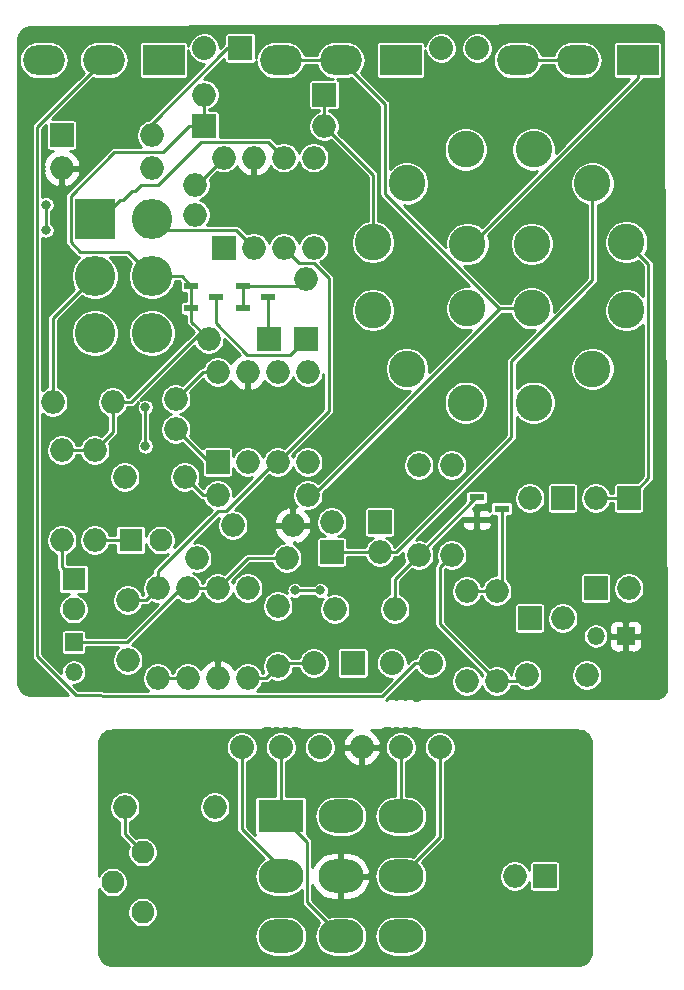
<source format=gbr>
G04 #@! TF.GenerationSoftware,KiCad,Pcbnew,(5.1.8-0-10_14)*
G04 #@! TF.CreationDate,2021-01-24T00:18:35+01:00*
G04 #@! TF.ProjectId,bat,6261742e-6b69-4636-9164-5f7063625858,rev?*
G04 #@! TF.SameCoordinates,Original*
G04 #@! TF.FileFunction,Copper,L1,Top*
G04 #@! TF.FilePolarity,Positive*
%FSLAX46Y46*%
G04 Gerber Fmt 4.6, Leading zero omitted, Abs format (unit mm)*
G04 Created by KiCad (PCBNEW (5.1.8-0-10_14)) date 2021-01-24 00:18:35*
%MOMM*%
%LPD*%
G01*
G04 APERTURE LIST*
G04 #@! TA.AperFunction,ComponentPad*
%ADD10O,2.000000X2.000000*%
G04 #@! TD*
G04 #@! TA.AperFunction,ComponentPad*
%ADD11R,2.000000X2.000000*%
G04 #@! TD*
G04 #@! TA.AperFunction,ComponentPad*
%ADD12R,3.816000X2.816000*%
G04 #@! TD*
G04 #@! TA.AperFunction,ComponentPad*
%ADD13O,3.816000X2.816000*%
G04 #@! TD*
G04 #@! TA.AperFunction,ComponentPad*
%ADD14O,3.540000X2.540000*%
G04 #@! TD*
G04 #@! TA.AperFunction,ComponentPad*
%ADD15R,3.540000X2.540000*%
G04 #@! TD*
G04 #@! TA.AperFunction,ComponentPad*
%ADD16C,3.098800*%
G04 #@! TD*
G04 #@! TA.AperFunction,SMDPad,CuDef*
%ADD17R,1.300000X0.600000*%
G04 #@! TD*
G04 #@! TA.AperFunction,ComponentPad*
%ADD18O,3.416000X3.416000*%
G04 #@! TD*
G04 #@! TA.AperFunction,ComponentPad*
%ADD19R,3.416000X3.416000*%
G04 #@! TD*
G04 #@! TA.AperFunction,ComponentPad*
%ADD20O,1.930400X1.930400*%
G04 #@! TD*
G04 #@! TA.AperFunction,ComponentPad*
%ADD21O,2.032000X2.032000*%
G04 #@! TD*
G04 #@! TA.AperFunction,ComponentPad*
%ADD22R,2.032000X2.032000*%
G04 #@! TD*
G04 #@! TA.AperFunction,ComponentPad*
%ADD23R,1.930400X1.930400*%
G04 #@! TD*
G04 #@! TA.AperFunction,ComponentPad*
%ADD24O,1.508000X1.508000*%
G04 #@! TD*
G04 #@! TA.AperFunction,ComponentPad*
%ADD25R,1.508000X1.508000*%
G04 #@! TD*
G04 #@! TA.AperFunction,ViaPad*
%ADD26C,0.800000*%
G04 #@! TD*
G04 #@! TA.AperFunction,Conductor*
%ADD27C,0.250000*%
G04 #@! TD*
G04 #@! TA.AperFunction,Conductor*
%ADD28C,0.254000*%
G04 #@! TD*
G04 #@! TA.AperFunction,Conductor*
%ADD29C,0.100000*%
G04 #@! TD*
G04 APERTURE END LIST*
D10*
X86614000Y-119126000D03*
D11*
X86614000Y-121666000D03*
D10*
X90678000Y-121666000D03*
D11*
X90678000Y-119126000D03*
D12*
X82296000Y-144018000D03*
D13*
X82296000Y-149098000D03*
X82296000Y-154178000D03*
X87376000Y-144018000D03*
X87376000Y-149098000D03*
X87376000Y-154178000D03*
X92456000Y-144018000D03*
X92456000Y-149098000D03*
X92456000Y-154178000D03*
D14*
X102362000Y-80010000D03*
X107442000Y-80010000D03*
D15*
X112522000Y-80010000D03*
D14*
X62230000Y-80010000D03*
X67310000Y-80010000D03*
D15*
X72390000Y-80010000D03*
D14*
X82296000Y-80010000D03*
X87376000Y-80010000D03*
D15*
X92456000Y-80010000D03*
D10*
X102108000Y-149098000D03*
D11*
X104648000Y-149098000D03*
D16*
X103563420Y-95572580D03*
X103563420Y-101023420D03*
X98112580Y-101023420D03*
X98112580Y-95572580D03*
X103713280Y-87574120D03*
X108689140Y-90446860D03*
X111561880Y-95422720D03*
X111561880Y-101173280D03*
X108689140Y-106149140D03*
X103713280Y-109021880D03*
X97962720Y-109021880D03*
X92986860Y-106149140D03*
X90114120Y-101173280D03*
X90114120Y-95422720D03*
X92986860Y-90446860D03*
X97962720Y-87574120D03*
D11*
X81280000Y-103632000D03*
D10*
X76200000Y-103632000D03*
D11*
X84455000Y-103632000D03*
D10*
X84455000Y-98552000D03*
D17*
X79087000Y-99126000D03*
X79087000Y-101026000D03*
X81187000Y-100076000D03*
X74735000Y-99126000D03*
X74735000Y-101026000D03*
X76835000Y-100076000D03*
X98899000Y-117033000D03*
X98899000Y-118933000D03*
X100999000Y-117983000D03*
D11*
X85979000Y-82931000D03*
D10*
X75819000Y-82931000D03*
D11*
X75819000Y-85598000D03*
D10*
X85979000Y-85598000D03*
D11*
X63754000Y-86360000D03*
D10*
X71374000Y-86360000D03*
X75057000Y-93091000D03*
X75057000Y-90551000D03*
X76962000Y-106426000D03*
X79502000Y-106426000D03*
X82042000Y-106426000D03*
X84582000Y-106426000D03*
X84582000Y-114046000D03*
X82042000Y-114046000D03*
X79502000Y-114046000D03*
D11*
X76962000Y-114046000D03*
D10*
X77470000Y-88265000D03*
X80010000Y-88265000D03*
X82550000Y-88265000D03*
X85090000Y-88265000D03*
X85090000Y-95885000D03*
X82550000Y-95885000D03*
X80010000Y-95885000D03*
D11*
X77470000Y-95885000D03*
D18*
X71378000Y-103132000D03*
X71378000Y-98302000D03*
X71378000Y-93472000D03*
X66548000Y-103132000D03*
X66548000Y-98302000D03*
D19*
X66548000Y-93472000D03*
D20*
X70612000Y-147066000D03*
X68072000Y-149606000D03*
X70612000Y-152146000D03*
D10*
X66548000Y-120650000D03*
X66548000Y-113030000D03*
X63754000Y-120650000D03*
X63754000Y-113030000D03*
X93980000Y-114300000D03*
X93980000Y-121920000D03*
X82042000Y-126238000D03*
X82042000Y-131318000D03*
X98044000Y-132588000D03*
X98044000Y-124968000D03*
X96774000Y-114300000D03*
X96774000Y-121920000D03*
X76962000Y-116840000D03*
X84582000Y-116840000D03*
X71882000Y-132334000D03*
X71882000Y-124714000D03*
X74422000Y-132334000D03*
X74422000Y-124714000D03*
X69088000Y-143256000D03*
X76708000Y-143256000D03*
X75184000Y-122174000D03*
X82804000Y-122174000D03*
X76962000Y-132334000D03*
X76962000Y-124714000D03*
X71374000Y-89154000D03*
X63754000Y-89154000D03*
D21*
X98933000Y-78994000D03*
X91694000Y-131064000D03*
X95885000Y-78994000D03*
X94996000Y-131064000D03*
X85090000Y-131064000D03*
X95758000Y-138176000D03*
X92456000Y-138176000D03*
X89154000Y-138176000D03*
X75819000Y-78994000D03*
X85598000Y-138176000D03*
D22*
X78867000Y-78994000D03*
D21*
X78994000Y-138176000D03*
X82296000Y-138176000D03*
D22*
X88392000Y-131064000D03*
D11*
X106172000Y-117094000D03*
D10*
X106172000Y-127254000D03*
D11*
X103378000Y-127254000D03*
D10*
X103378000Y-117094000D03*
D11*
X111760000Y-117094000D03*
D10*
X111760000Y-124714000D03*
D11*
X108966000Y-124714000D03*
D10*
X108966000Y-117094000D03*
X68072000Y-108966000D03*
X62992000Y-108966000D03*
D20*
X72136000Y-120650000D03*
D23*
X69596000Y-120650000D03*
D20*
X64770000Y-126492000D03*
D23*
X64770000Y-123952000D03*
D10*
X73406000Y-111252000D03*
X73406000Y-108712000D03*
X91948000Y-126492000D03*
X86868000Y-126492000D03*
X69342000Y-130810000D03*
X69342000Y-125730000D03*
X108204000Y-132080000D03*
X103124000Y-132080000D03*
X100584000Y-132588000D03*
X100584000Y-124968000D03*
X69088000Y-115316000D03*
X74168000Y-115316000D03*
X79502000Y-132334000D03*
X79502000Y-124714000D03*
D24*
X64770000Y-131826000D03*
D25*
X64770000Y-129286000D03*
D24*
X108966000Y-128778000D03*
D25*
X111506000Y-128778000D03*
D10*
X78232000Y-119380000D03*
X83312000Y-119380000D03*
D26*
X82232500Y-109156500D03*
X83820000Y-110744000D03*
X85653001Y-124912999D03*
X83494001Y-124912999D03*
X70821201Y-109391799D03*
X70821201Y-112693799D03*
X62428999Y-92257001D03*
X62428999Y-94416001D03*
D27*
X83820000Y-110744000D02*
X82232500Y-109156500D01*
X74422000Y-124714000D02*
X76962000Y-124714000D01*
X74422000Y-124714000D02*
X73843002Y-124714000D01*
X79502000Y-122174000D02*
X76962000Y-124714000D01*
X82804000Y-122174000D02*
X79502000Y-122174000D01*
X69271002Y-129286000D02*
X64770000Y-129286000D01*
X73843002Y-124714000D02*
X69271002Y-129286000D01*
X77724000Y-96266000D02*
X77978000Y-96266000D01*
X76708000Y-95504000D02*
X77470000Y-96266000D01*
X75438000Y-91186000D02*
X75184000Y-91186000D01*
X75184000Y-90551000D02*
X75057000Y-90551000D01*
X77470000Y-88265000D02*
X75184000Y-90551000D01*
X82296000Y-131064000D02*
X82042000Y-131318000D01*
X85090000Y-131064000D02*
X82296000Y-131064000D01*
X81026000Y-132334000D02*
X82042000Y-131318000D01*
X79502000Y-132334000D02*
X81026000Y-132334000D01*
X71882000Y-132334000D02*
X74422000Y-132334000D01*
X62992000Y-101858000D02*
X62992000Y-108966000D01*
X66548000Y-98302000D02*
X62992000Y-101858000D01*
X98488934Y-95572580D02*
X98112580Y-95572580D01*
X112522000Y-81539514D02*
X98488934Y-95572580D01*
X112522000Y-80010000D02*
X112522000Y-81539514D01*
X75692000Y-116840000D02*
X76962000Y-116840000D01*
X74168000Y-115316000D02*
X75692000Y-116840000D01*
X102616000Y-132588000D02*
X103124000Y-132080000D01*
X100584000Y-132588000D02*
X102616000Y-132588000D01*
X95774001Y-122919999D02*
X96774000Y-121920000D01*
X95774001Y-127778001D02*
X95774001Y-122919999D01*
X100584000Y-132588000D02*
X95774001Y-127778001D01*
X98044000Y-124968000D02*
X100584000Y-124968000D01*
X100999000Y-124553000D02*
X100584000Y-124968000D01*
X100999000Y-117983000D02*
X100999000Y-124553000D01*
X70866000Y-125730000D02*
X71882000Y-124714000D01*
X69342000Y-125730000D02*
X70866000Y-125730000D01*
X77668999Y-118165001D02*
X81788000Y-114046000D01*
X77016786Y-118165001D02*
X77668999Y-118165001D01*
X81788000Y-114046000D02*
X82042000Y-114046000D01*
X71882000Y-123299787D02*
X77016786Y-118165001D01*
X71882000Y-124714000D02*
X71882000Y-123299787D01*
X86360000Y-109728000D02*
X82042000Y-114046000D01*
X86360000Y-98495998D02*
X86360000Y-104140000D01*
X85091001Y-97226999D02*
X86360000Y-98495998D01*
X82550000Y-95885000D02*
X83891999Y-97226999D01*
X83891999Y-97226999D02*
X85091001Y-97226999D01*
X86360000Y-104140000D02*
X86360000Y-109728000D01*
X86360000Y-103677002D02*
X86360000Y-104140000D01*
X94234000Y-121920000D02*
X93980000Y-121666000D01*
X91948000Y-123952000D02*
X93980000Y-121920000D01*
X91948000Y-126492000D02*
X91948000Y-123952000D01*
X98867000Y-117033000D02*
X93980000Y-121920000D01*
X98899000Y-117033000D02*
X98867000Y-117033000D01*
X76200000Y-114046000D02*
X76962000Y-114046000D01*
X73406000Y-111252000D02*
X76200000Y-114046000D01*
X75692000Y-106426000D02*
X76962000Y-106426000D01*
X73406000Y-108712000D02*
X75692000Y-106426000D01*
X63754000Y-122936000D02*
X64770000Y-123952000D01*
X63754000Y-120650000D02*
X63754000Y-122936000D01*
X66548000Y-120650000D02*
X69596000Y-120650000D01*
X63754000Y-113030000D02*
X66548000Y-113030000D01*
X68072000Y-111506000D02*
X66548000Y-113030000D01*
X68072000Y-108966000D02*
X68072000Y-111506000D01*
X75438000Y-103124000D02*
X69596000Y-108966000D01*
X69596000Y-108966000D02*
X68072000Y-108966000D01*
X74735000Y-99126000D02*
X74735000Y-101026000D01*
X74735000Y-102167000D02*
X74735000Y-101026000D01*
X76200000Y-103632000D02*
X74735000Y-102167000D01*
X73911000Y-98302000D02*
X74735000Y-99126000D01*
X71378000Y-98302000D02*
X73911000Y-98302000D01*
X75819000Y-82931000D02*
X75819000Y-85598000D01*
X102362000Y-80010000D02*
X107442000Y-80010000D01*
X69344999Y-96268999D02*
X71378000Y-98302000D01*
X65343997Y-96268999D02*
X69344999Y-96268999D01*
X64514999Y-91503999D02*
X64514999Y-95440001D01*
X68189999Y-87828999D02*
X64514999Y-91503999D01*
X72338001Y-87828999D02*
X68189999Y-87828999D01*
X64514999Y-95440001D02*
X65343997Y-96268999D01*
X74569000Y-85598000D02*
X72338001Y-87828999D01*
X75819000Y-85598000D02*
X74569000Y-85598000D01*
X71374000Y-85414998D02*
X71374000Y-86360000D01*
X77794998Y-78994000D02*
X71374000Y-85414998D01*
X78867000Y-78994000D02*
X77794998Y-78994000D01*
X85653001Y-124912999D02*
X83494001Y-124912999D01*
X70821201Y-109391799D02*
X70821201Y-112693799D01*
X62428999Y-92257001D02*
X62428999Y-94416001D01*
X108966000Y-117094000D02*
X111760000Y-117094000D01*
X111561880Y-116895880D02*
X111760000Y-117094000D01*
X113436281Y-115417719D02*
X111760000Y-117094000D01*
X113436281Y-97297121D02*
X113436281Y-115417719D01*
X111561880Y-95422720D02*
X113436281Y-97297121D01*
X90678000Y-121666000D02*
X86614000Y-121666000D01*
X101838879Y-105522075D02*
X108689140Y-98671814D01*
X101838879Y-111919334D02*
X101838879Y-105522075D01*
X108689140Y-98671814D02*
X108689140Y-90446860D01*
X92092213Y-121666000D02*
X101838879Y-111919334D01*
X90678000Y-121666000D02*
X92092213Y-121666000D01*
X83129999Y-104957001D02*
X84455000Y-103632000D01*
X79485002Y-104957001D02*
X83129999Y-104957001D01*
X76835000Y-102306999D02*
X79485002Y-104957001D01*
X76835000Y-100076000D02*
X76835000Y-102306999D01*
X79087000Y-99126000D02*
X79087000Y-101026000D01*
X83754000Y-99126000D02*
X84074000Y-98806000D01*
X83881000Y-99126000D02*
X84455000Y-98552000D01*
X79087000Y-99126000D02*
X83881000Y-99126000D01*
X81187000Y-103539000D02*
X81280000Y-103632000D01*
X81187000Y-100076000D02*
X81187000Y-103539000D01*
X85979000Y-82931000D02*
X85979000Y-85598000D01*
X90114120Y-89733120D02*
X90114120Y-95422720D01*
X85979000Y-85598000D02*
X90114120Y-89733120D01*
X82296000Y-137922000D02*
X82296000Y-144018000D01*
X84529001Y-151331001D02*
X87376000Y-154178000D01*
X84529001Y-146251001D02*
X84529001Y-151331001D01*
X82296000Y-144018000D02*
X84529001Y-146251001D01*
X82296000Y-148419002D02*
X82296000Y-149098000D01*
X78994000Y-145117002D02*
X82296000Y-148419002D01*
X78994000Y-137922000D02*
X78994000Y-145117002D01*
X92456000Y-137922000D02*
X92456000Y-144018000D01*
X95758000Y-145796000D02*
X92456000Y-149098000D01*
X95758000Y-138176000D02*
X95758000Y-145796000D01*
X69365194Y-133858000D02*
X64960158Y-133794158D01*
X64960158Y-133794158D02*
X61666999Y-130500999D01*
X90884682Y-133858000D02*
X69365194Y-133858000D01*
X93678682Y-131064000D02*
X90884682Y-133858000D01*
X94996000Y-131064000D02*
X93678682Y-131064000D01*
X67310000Y-80010000D02*
X61666999Y-85653001D01*
X61666999Y-85653001D02*
X61666999Y-86161001D01*
X61666999Y-130500999D02*
X61666999Y-86161001D01*
X69088000Y-145542000D02*
X70612000Y-147066000D01*
X69088000Y-143256000D02*
X69088000Y-145542000D01*
X78541001Y-94416001D02*
X80010000Y-95885000D01*
X72322001Y-94416001D02*
X78541001Y-94416001D01*
X71378000Y-93472000D02*
X72322001Y-94416001D01*
X67056000Y-93472000D02*
X66548000Y-93472000D01*
X68961000Y-91821000D02*
X68707000Y-91821000D01*
X69723000Y-91059000D02*
X68961000Y-91821000D01*
X68707000Y-91821000D02*
X67056000Y-93472000D01*
X70485000Y-90551000D02*
X69977000Y-91059000D01*
X81224999Y-86939999D02*
X75549003Y-86939999D01*
X71938002Y-90551000D02*
X70485000Y-90551000D01*
X75549003Y-86939999D02*
X71938002Y-90551000D01*
X69977000Y-91059000D02*
X69723000Y-91059000D01*
X82550000Y-88265000D02*
X81224999Y-86939999D01*
X84678010Y-116743990D02*
X84582000Y-116840000D01*
X82296000Y-80010000D02*
X87376000Y-80010000D01*
X85070114Y-116840000D02*
X84582000Y-116840000D01*
X100886694Y-101023420D02*
X85070114Y-116840000D01*
X100789306Y-101023420D02*
X101277420Y-101023420D01*
X91112459Y-91346573D02*
X100789306Y-101023420D01*
X91112459Y-83746459D02*
X91112459Y-91346573D01*
X87376000Y-80010000D02*
X91112459Y-83746459D01*
X101277420Y-101023420D02*
X100886694Y-101023420D01*
X103563420Y-101023420D02*
X101277420Y-101023420D01*
D28*
X113969980Y-77079139D02*
X114141178Y-77130827D01*
X114299083Y-77214787D01*
X114437665Y-77327812D01*
X114551656Y-77465604D01*
X114636714Y-77622915D01*
X114689597Y-77793750D01*
X114710000Y-77987879D01*
X114710001Y-83549477D01*
X114709928Y-83550253D01*
X114710001Y-83566896D01*
X114710001Y-83583292D01*
X114710076Y-83584056D01*
X114836930Y-112506560D01*
X114836900Y-112506882D01*
X114837007Y-112524275D01*
X114837080Y-112540836D01*
X114837111Y-112541142D01*
X114963894Y-133079864D01*
X114944861Y-133273980D01*
X114893173Y-133445178D01*
X114809216Y-133603079D01*
X114696190Y-133741663D01*
X114558393Y-133855659D01*
X114401086Y-133940714D01*
X114230250Y-133993597D01*
X114036122Y-134014000D01*
X94470708Y-134014000D01*
X94452645Y-134015779D01*
X94439465Y-134015779D01*
X94434577Y-134016293D01*
X94237525Y-134038396D01*
X94206338Y-134045025D01*
X94175024Y-134051225D01*
X94170329Y-134052678D01*
X93981322Y-134112635D01*
X93952049Y-134125181D01*
X93922499Y-134137361D01*
X93918176Y-134139699D01*
X93828184Y-134189173D01*
X93642255Y-134188754D01*
X93573816Y-134120315D01*
X93479312Y-134057169D01*
X93374305Y-134013674D01*
X93262830Y-133991500D01*
X93149170Y-133991500D01*
X93037695Y-134013674D01*
X92932688Y-134057169D01*
X92838184Y-134120315D01*
X92831000Y-134127499D01*
X92823816Y-134120315D01*
X92729312Y-134057169D01*
X92624305Y-134013674D01*
X92512830Y-133991500D01*
X92399170Y-133991500D01*
X92287695Y-134013674D01*
X92182688Y-134057169D01*
X92088184Y-134120315D01*
X92081000Y-134127499D01*
X92073816Y-134120315D01*
X91979312Y-134057169D01*
X91874305Y-134013674D01*
X91762830Y-133991500D01*
X91649170Y-133991500D01*
X91537695Y-134013674D01*
X91432688Y-134057169D01*
X91338184Y-134120315D01*
X91275076Y-134183423D01*
X91200849Y-134183255D01*
X91205841Y-134179159D01*
X91220005Y-134161900D01*
X93769503Y-131612403D01*
X93805849Y-131700149D01*
X93952824Y-131920112D01*
X94139888Y-132107176D01*
X94359851Y-132254151D01*
X94604261Y-132355389D01*
X94863726Y-132407000D01*
X95128274Y-132407000D01*
X95387739Y-132355389D01*
X95632149Y-132254151D01*
X95852112Y-132107176D01*
X96039176Y-131920112D01*
X96186151Y-131700149D01*
X96287389Y-131455739D01*
X96339000Y-131196274D01*
X96339000Y-130931726D01*
X96287389Y-130672261D01*
X96186151Y-130427851D01*
X96039176Y-130207888D01*
X95852112Y-130020824D01*
X95632149Y-129873849D01*
X95387739Y-129772611D01*
X95128274Y-129721000D01*
X94863726Y-129721000D01*
X94604261Y-129772611D01*
X94359851Y-129873849D01*
X94139888Y-130020824D01*
X93952824Y-130207888D01*
X93805849Y-130427851D01*
X93729572Y-130612000D01*
X93700887Y-130612000D01*
X93678682Y-130609813D01*
X93590074Y-130618540D01*
X93504872Y-130644386D01*
X93426349Y-130686357D01*
X93357523Y-130742841D01*
X93343363Y-130760095D01*
X93037000Y-131066458D01*
X93037000Y-130931726D01*
X92985389Y-130672261D01*
X92884151Y-130427851D01*
X92737176Y-130207888D01*
X92550112Y-130020824D01*
X92330149Y-129873849D01*
X92085739Y-129772611D01*
X91826274Y-129721000D01*
X91561726Y-129721000D01*
X91302261Y-129772611D01*
X91057851Y-129873849D01*
X90837888Y-130020824D01*
X90650824Y-130207888D01*
X90503849Y-130427851D01*
X90402611Y-130672261D01*
X90351000Y-130931726D01*
X90351000Y-131196274D01*
X90402611Y-131455739D01*
X90503849Y-131700149D01*
X90650824Y-131920112D01*
X90837888Y-132107176D01*
X91057851Y-132254151D01*
X91302261Y-132355389D01*
X91561726Y-132407000D01*
X91696459Y-132407000D01*
X90697459Y-133406000D01*
X80286175Y-133406000D01*
X80347913Y-133364748D01*
X80532748Y-133179913D01*
X80677972Y-132962570D01*
X80751110Y-132786000D01*
X81003795Y-132786000D01*
X81026000Y-132788187D01*
X81048205Y-132786000D01*
X81114607Y-132779460D01*
X81199810Y-132753614D01*
X81278333Y-132711643D01*
X81347159Y-132655159D01*
X81361323Y-132637900D01*
X81478357Y-132520866D01*
X81654928Y-132594004D01*
X81911302Y-132645000D01*
X82172698Y-132645000D01*
X82429072Y-132594004D01*
X82670570Y-132493972D01*
X82887913Y-132348748D01*
X83072748Y-132163913D01*
X83217972Y-131946570D01*
X83318004Y-131705072D01*
X83355613Y-131516000D01*
X83823572Y-131516000D01*
X83899849Y-131700149D01*
X84046824Y-131920112D01*
X84233888Y-132107176D01*
X84453851Y-132254151D01*
X84698261Y-132355389D01*
X84957726Y-132407000D01*
X85222274Y-132407000D01*
X85481739Y-132355389D01*
X85726149Y-132254151D01*
X85946112Y-132107176D01*
X86133176Y-131920112D01*
X86280151Y-131700149D01*
X86381389Y-131455739D01*
X86433000Y-131196274D01*
X86433000Y-130931726D01*
X86381389Y-130672261D01*
X86280151Y-130427851D01*
X86133176Y-130207888D01*
X85973288Y-130048000D01*
X87047418Y-130048000D01*
X87047418Y-132080000D01*
X87053732Y-132144103D01*
X87072430Y-132205743D01*
X87102794Y-132262550D01*
X87143657Y-132312343D01*
X87193450Y-132353206D01*
X87250257Y-132383570D01*
X87311897Y-132402268D01*
X87376000Y-132408582D01*
X89408000Y-132408582D01*
X89472103Y-132402268D01*
X89533743Y-132383570D01*
X89590550Y-132353206D01*
X89640343Y-132312343D01*
X89681206Y-132262550D01*
X89711570Y-132205743D01*
X89730268Y-132144103D01*
X89736582Y-132080000D01*
X89736582Y-130048000D01*
X89730268Y-129983897D01*
X89711570Y-129922257D01*
X89681206Y-129865450D01*
X89640343Y-129815657D01*
X89590550Y-129774794D01*
X89533743Y-129744430D01*
X89472103Y-129725732D01*
X89408000Y-129719418D01*
X87376000Y-129719418D01*
X87311897Y-129725732D01*
X87250257Y-129744430D01*
X87193450Y-129774794D01*
X87143657Y-129815657D01*
X87102794Y-129865450D01*
X87072430Y-129922257D01*
X87053732Y-129983897D01*
X87047418Y-130048000D01*
X85973288Y-130048000D01*
X85946112Y-130020824D01*
X85726149Y-129873849D01*
X85481739Y-129772611D01*
X85222274Y-129721000D01*
X84957726Y-129721000D01*
X84698261Y-129772611D01*
X84453851Y-129873849D01*
X84233888Y-130020824D01*
X84046824Y-130207888D01*
X83899849Y-130427851D01*
X83823572Y-130612000D01*
X83166235Y-130612000D01*
X83072748Y-130472087D01*
X82887913Y-130287252D01*
X82670570Y-130142028D01*
X82429072Y-130041996D01*
X82172698Y-129991000D01*
X81911302Y-129991000D01*
X81654928Y-130041996D01*
X81413430Y-130142028D01*
X81196087Y-130287252D01*
X81011252Y-130472087D01*
X80866028Y-130689430D01*
X80765996Y-130930928D01*
X80715000Y-131187302D01*
X80715000Y-131448698D01*
X80765996Y-131705072D01*
X80839134Y-131881643D01*
X80838777Y-131882000D01*
X80751110Y-131882000D01*
X80677972Y-131705430D01*
X80532748Y-131488087D01*
X80347913Y-131303252D01*
X80130570Y-131158028D01*
X79889072Y-131057996D01*
X79632698Y-131007000D01*
X79371302Y-131007000D01*
X79114928Y-131057996D01*
X78873430Y-131158028D01*
X78656087Y-131303252D01*
X78471252Y-131488087D01*
X78407801Y-131583048D01*
X78285501Y-131374008D01*
X78072785Y-131134252D01*
X77817382Y-130940601D01*
X77529107Y-130800498D01*
X77342434Y-130743876D01*
X77089000Y-130863223D01*
X77089000Y-132207000D01*
X77109000Y-132207000D01*
X77109000Y-132461000D01*
X77089000Y-132461000D01*
X77089000Y-132481000D01*
X76835000Y-132481000D01*
X76835000Y-132461000D01*
X76815000Y-132461000D01*
X76815000Y-132207000D01*
X76835000Y-132207000D01*
X76835000Y-130863223D01*
X76581566Y-130743876D01*
X76394893Y-130800498D01*
X76106618Y-130940601D01*
X75851215Y-131134252D01*
X75638499Y-131374008D01*
X75516199Y-131583048D01*
X75452748Y-131488087D01*
X75267913Y-131303252D01*
X75050570Y-131158028D01*
X74809072Y-131057996D01*
X74552698Y-131007000D01*
X74291302Y-131007000D01*
X74034928Y-131057996D01*
X73793430Y-131158028D01*
X73576087Y-131303252D01*
X73391252Y-131488087D01*
X73246028Y-131705430D01*
X73172890Y-131882000D01*
X73131110Y-131882000D01*
X73057972Y-131705430D01*
X72912748Y-131488087D01*
X72727913Y-131303252D01*
X72510570Y-131158028D01*
X72269072Y-131057996D01*
X72012698Y-131007000D01*
X71751302Y-131007000D01*
X71494928Y-131057996D01*
X71253430Y-131158028D01*
X71036087Y-131303252D01*
X70851252Y-131488087D01*
X70706028Y-131705430D01*
X70605996Y-131946928D01*
X70555000Y-132203302D01*
X70555000Y-132464698D01*
X70605996Y-132721072D01*
X70706028Y-132962570D01*
X70851252Y-133179913D01*
X71036087Y-133364748D01*
X71097825Y-133406000D01*
X69368418Y-133406000D01*
X65150088Y-133344864D01*
X64712225Y-132907000D01*
X64876469Y-132907000D01*
X65085316Y-132865457D01*
X65282045Y-132783969D01*
X65459097Y-132665667D01*
X65609667Y-132515097D01*
X65727969Y-132338045D01*
X65809457Y-132141316D01*
X65851000Y-131932469D01*
X65851000Y-131719531D01*
X65809457Y-131510684D01*
X65727969Y-131313955D01*
X65609667Y-131136903D01*
X65459097Y-130986333D01*
X65282045Y-130868031D01*
X65085316Y-130786543D01*
X64876469Y-130745000D01*
X64663531Y-130745000D01*
X64454684Y-130786543D01*
X64257955Y-130868031D01*
X64080903Y-130986333D01*
X63930333Y-131136903D01*
X63812031Y-131313955D01*
X63730543Y-131510684D01*
X63689000Y-131719531D01*
X63689000Y-131883776D01*
X62118999Y-130313776D01*
X62118999Y-120519302D01*
X62427000Y-120519302D01*
X62427000Y-120780698D01*
X62477996Y-121037072D01*
X62578028Y-121278570D01*
X62723252Y-121495913D01*
X62908087Y-121680748D01*
X63125430Y-121825972D01*
X63302001Y-121899110D01*
X63302001Y-122913785D01*
X63299813Y-122936000D01*
X63308540Y-123024607D01*
X63334386Y-123109809D01*
X63334387Y-123109810D01*
X63376358Y-123188333D01*
X63432842Y-123257159D01*
X63450096Y-123271319D01*
X63476218Y-123297441D01*
X63476218Y-124917200D01*
X63482532Y-124981303D01*
X63501230Y-125042943D01*
X63531594Y-125099750D01*
X63572457Y-125149543D01*
X63622250Y-125190406D01*
X63679057Y-125220770D01*
X63740697Y-125239468D01*
X63804800Y-125245782D01*
X64411564Y-125245782D01*
X64393079Y-125249459D01*
X64157914Y-125346868D01*
X63946271Y-125488283D01*
X63766283Y-125668271D01*
X63624868Y-125879914D01*
X63527459Y-126115079D01*
X63477800Y-126364729D01*
X63477800Y-126619271D01*
X63527459Y-126868921D01*
X63624868Y-127104086D01*
X63766283Y-127315729D01*
X63946271Y-127495717D01*
X64157914Y-127637132D01*
X64393079Y-127734541D01*
X64642729Y-127784200D01*
X64897271Y-127784200D01*
X65146921Y-127734541D01*
X65382086Y-127637132D01*
X65593729Y-127495717D01*
X65773717Y-127315729D01*
X65915132Y-127104086D01*
X66012541Y-126868921D01*
X66062200Y-126619271D01*
X66062200Y-126364729D01*
X66012541Y-126115079D01*
X65915132Y-125879914D01*
X65773717Y-125668271D01*
X65593729Y-125488283D01*
X65382086Y-125346868D01*
X65146921Y-125249459D01*
X65128436Y-125245782D01*
X65735200Y-125245782D01*
X65799303Y-125239468D01*
X65860943Y-125220770D01*
X65917750Y-125190406D01*
X65967543Y-125149543D01*
X66008406Y-125099750D01*
X66038770Y-125042943D01*
X66057468Y-124981303D01*
X66063782Y-124917200D01*
X66063782Y-122986800D01*
X66057468Y-122922697D01*
X66038770Y-122861057D01*
X66008406Y-122804250D01*
X65967543Y-122754457D01*
X65917750Y-122713594D01*
X65860943Y-122683230D01*
X65799303Y-122664532D01*
X65735200Y-122658218D01*
X64206000Y-122658218D01*
X64206000Y-121899110D01*
X64382570Y-121825972D01*
X64599913Y-121680748D01*
X64784748Y-121495913D01*
X64929972Y-121278570D01*
X65030004Y-121037072D01*
X65081000Y-120780698D01*
X65081000Y-120519302D01*
X65030004Y-120262928D01*
X64929972Y-120021430D01*
X64784748Y-119804087D01*
X64599913Y-119619252D01*
X64382570Y-119474028D01*
X64141072Y-119373996D01*
X63884698Y-119323000D01*
X63623302Y-119323000D01*
X63366928Y-119373996D01*
X63125430Y-119474028D01*
X62908087Y-119619252D01*
X62723252Y-119804087D01*
X62578028Y-120021430D01*
X62477996Y-120262928D01*
X62427000Y-120519302D01*
X62118999Y-120519302D01*
X62118999Y-115185302D01*
X67761000Y-115185302D01*
X67761000Y-115446698D01*
X67811996Y-115703072D01*
X67912028Y-115944570D01*
X68057252Y-116161913D01*
X68242087Y-116346748D01*
X68459430Y-116491972D01*
X68700928Y-116592004D01*
X68957302Y-116643000D01*
X69218698Y-116643000D01*
X69475072Y-116592004D01*
X69716570Y-116491972D01*
X69933913Y-116346748D01*
X70118748Y-116161913D01*
X70263972Y-115944570D01*
X70364004Y-115703072D01*
X70415000Y-115446698D01*
X70415000Y-115185302D01*
X70364004Y-114928928D01*
X70263972Y-114687430D01*
X70118748Y-114470087D01*
X69933913Y-114285252D01*
X69716570Y-114140028D01*
X69475072Y-114039996D01*
X69218698Y-113989000D01*
X68957302Y-113989000D01*
X68700928Y-114039996D01*
X68459430Y-114140028D01*
X68242087Y-114285252D01*
X68057252Y-114470087D01*
X67912028Y-114687430D01*
X67811996Y-114928928D01*
X67761000Y-115185302D01*
X62118999Y-115185302D01*
X62118999Y-109969660D01*
X62146087Y-109996748D01*
X62363430Y-110141972D01*
X62604928Y-110242004D01*
X62861302Y-110293000D01*
X63122698Y-110293000D01*
X63379072Y-110242004D01*
X63620570Y-110141972D01*
X63837913Y-109996748D01*
X64022748Y-109811913D01*
X64167972Y-109594570D01*
X64268004Y-109353072D01*
X64319000Y-109096698D01*
X64319000Y-108835302D01*
X64268004Y-108578928D01*
X64167972Y-108337430D01*
X64022748Y-108120087D01*
X63837913Y-107935252D01*
X63620570Y-107790028D01*
X63444000Y-107716890D01*
X63444000Y-102931570D01*
X64513000Y-102931570D01*
X64513000Y-103332430D01*
X64591204Y-103725587D01*
X64744607Y-104095934D01*
X64967313Y-104429237D01*
X65250763Y-104712687D01*
X65584066Y-104935393D01*
X65954413Y-105088796D01*
X66347570Y-105167000D01*
X66748430Y-105167000D01*
X67141587Y-105088796D01*
X67511934Y-104935393D01*
X67845237Y-104712687D01*
X68128687Y-104429237D01*
X68351393Y-104095934D01*
X68504796Y-103725587D01*
X68583000Y-103332430D01*
X68583000Y-102931570D01*
X69343000Y-102931570D01*
X69343000Y-103332430D01*
X69421204Y-103725587D01*
X69574607Y-104095934D01*
X69797313Y-104429237D01*
X70080763Y-104712687D01*
X70414066Y-104935393D01*
X70784413Y-105088796D01*
X71177570Y-105167000D01*
X71578430Y-105167000D01*
X71971587Y-105088796D01*
X72341934Y-104935393D01*
X72675237Y-104712687D01*
X72958687Y-104429237D01*
X73181393Y-104095934D01*
X73334796Y-103725587D01*
X73413000Y-103332430D01*
X73413000Y-102931570D01*
X73334796Y-102538413D01*
X73181393Y-102168066D01*
X72958687Y-101834763D01*
X72675237Y-101551313D01*
X72341934Y-101328607D01*
X71971587Y-101175204D01*
X71578430Y-101097000D01*
X71177570Y-101097000D01*
X70784413Y-101175204D01*
X70414066Y-101328607D01*
X70080763Y-101551313D01*
X69797313Y-101834763D01*
X69574607Y-102168066D01*
X69421204Y-102538413D01*
X69343000Y-102931570D01*
X68583000Y-102931570D01*
X68504796Y-102538413D01*
X68351393Y-102168066D01*
X68128687Y-101834763D01*
X67845237Y-101551313D01*
X67511934Y-101328607D01*
X67141587Y-101175204D01*
X66748430Y-101097000D01*
X66347570Y-101097000D01*
X65954413Y-101175204D01*
X65584066Y-101328607D01*
X65250763Y-101551313D01*
X64967313Y-101834763D01*
X64744607Y-102168066D01*
X64591204Y-102538413D01*
X64513000Y-102931570D01*
X63444000Y-102931570D01*
X63444000Y-102045223D01*
X65464034Y-100025190D01*
X65584066Y-100105393D01*
X65954413Y-100258796D01*
X66347570Y-100337000D01*
X66748430Y-100337000D01*
X67141587Y-100258796D01*
X67511934Y-100105393D01*
X67845237Y-99882687D01*
X68128687Y-99599237D01*
X68351393Y-99265934D01*
X68504796Y-98895587D01*
X68583000Y-98502430D01*
X68583000Y-98101570D01*
X68504796Y-97708413D01*
X68351393Y-97338066D01*
X68128687Y-97004763D01*
X67845237Y-96721313D01*
X67844767Y-96720999D01*
X69157776Y-96720999D01*
X69654810Y-97218033D01*
X69574607Y-97338066D01*
X69421204Y-97708413D01*
X69343000Y-98101570D01*
X69343000Y-98502430D01*
X69421204Y-98895587D01*
X69574607Y-99265934D01*
X69797313Y-99599237D01*
X70080763Y-99882687D01*
X70414066Y-100105393D01*
X70784413Y-100258796D01*
X71177570Y-100337000D01*
X71578430Y-100337000D01*
X71971587Y-100258796D01*
X72341934Y-100105393D01*
X72675237Y-99882687D01*
X72958687Y-99599237D01*
X73181393Y-99265934D01*
X73334796Y-98895587D01*
X73362959Y-98754000D01*
X73723777Y-98754000D01*
X73759947Y-98790170D01*
X73756418Y-98826000D01*
X73756418Y-99426000D01*
X73762732Y-99490103D01*
X73781430Y-99551743D01*
X73811794Y-99608550D01*
X73852657Y-99658343D01*
X73902450Y-99699206D01*
X73959257Y-99729570D01*
X74020897Y-99748268D01*
X74085000Y-99754582D01*
X74283000Y-99754582D01*
X74283001Y-100397418D01*
X74085000Y-100397418D01*
X74020897Y-100403732D01*
X73959257Y-100422430D01*
X73902450Y-100452794D01*
X73852657Y-100493657D01*
X73811794Y-100543450D01*
X73781430Y-100600257D01*
X73762732Y-100661897D01*
X73756418Y-100726000D01*
X73756418Y-101326000D01*
X73762732Y-101390103D01*
X73781430Y-101451743D01*
X73811794Y-101508550D01*
X73852657Y-101558343D01*
X73902450Y-101599206D01*
X73959257Y-101629570D01*
X74020897Y-101648268D01*
X74085000Y-101654582D01*
X74283000Y-101654582D01*
X74283000Y-102144795D01*
X74280813Y-102167000D01*
X74289540Y-102255607D01*
X74304056Y-102303460D01*
X74315386Y-102340809D01*
X74357357Y-102419332D01*
X74413841Y-102488159D01*
X74431100Y-102502323D01*
X74925776Y-102997000D01*
X69408777Y-108514000D01*
X69321110Y-108514000D01*
X69247972Y-108337430D01*
X69102748Y-108120087D01*
X68917913Y-107935252D01*
X68700570Y-107790028D01*
X68459072Y-107689996D01*
X68202698Y-107639000D01*
X67941302Y-107639000D01*
X67684928Y-107689996D01*
X67443430Y-107790028D01*
X67226087Y-107935252D01*
X67041252Y-108120087D01*
X66896028Y-108337430D01*
X66795996Y-108578928D01*
X66745000Y-108835302D01*
X66745000Y-109096698D01*
X66795996Y-109353072D01*
X66896028Y-109594570D01*
X67041252Y-109811913D01*
X67226087Y-109996748D01*
X67443430Y-110141972D01*
X67620000Y-110215110D01*
X67620001Y-111318774D01*
X67111642Y-111827134D01*
X66935072Y-111753996D01*
X66678698Y-111703000D01*
X66417302Y-111703000D01*
X66160928Y-111753996D01*
X65919430Y-111854028D01*
X65702087Y-111999252D01*
X65517252Y-112184087D01*
X65372028Y-112401430D01*
X65298890Y-112578000D01*
X65003110Y-112578000D01*
X64929972Y-112401430D01*
X64784748Y-112184087D01*
X64599913Y-111999252D01*
X64382570Y-111854028D01*
X64141072Y-111753996D01*
X63884698Y-111703000D01*
X63623302Y-111703000D01*
X63366928Y-111753996D01*
X63125430Y-111854028D01*
X62908087Y-111999252D01*
X62723252Y-112184087D01*
X62578028Y-112401430D01*
X62477996Y-112642928D01*
X62427000Y-112899302D01*
X62427000Y-113160698D01*
X62477996Y-113417072D01*
X62578028Y-113658570D01*
X62723252Y-113875913D01*
X62908087Y-114060748D01*
X63125430Y-114205972D01*
X63366928Y-114306004D01*
X63623302Y-114357000D01*
X63884698Y-114357000D01*
X64141072Y-114306004D01*
X64382570Y-114205972D01*
X64599913Y-114060748D01*
X64784748Y-113875913D01*
X64929972Y-113658570D01*
X65003110Y-113482000D01*
X65298890Y-113482000D01*
X65372028Y-113658570D01*
X65517252Y-113875913D01*
X65702087Y-114060748D01*
X65919430Y-114205972D01*
X66160928Y-114306004D01*
X66417302Y-114357000D01*
X66678698Y-114357000D01*
X66935072Y-114306004D01*
X67176570Y-114205972D01*
X67393913Y-114060748D01*
X67578748Y-113875913D01*
X67723972Y-113658570D01*
X67824004Y-113417072D01*
X67875000Y-113160698D01*
X67875000Y-112899302D01*
X67824004Y-112642928D01*
X67750866Y-112466358D01*
X68375910Y-111841315D01*
X68393159Y-111827159D01*
X68449643Y-111758333D01*
X68491614Y-111679810D01*
X68517460Y-111594607D01*
X68524000Y-111528205D01*
X68524000Y-111528204D01*
X68526187Y-111506001D01*
X68524000Y-111483798D01*
X68524000Y-110215110D01*
X68700570Y-110141972D01*
X68917913Y-109996748D01*
X69102748Y-109811913D01*
X69247972Y-109594570D01*
X69321110Y-109418000D01*
X69573795Y-109418000D01*
X69596000Y-109420187D01*
X69618205Y-109418000D01*
X69684607Y-109411460D01*
X69769810Y-109385614D01*
X69848333Y-109343643D01*
X69917159Y-109287159D01*
X69931323Y-109269900D01*
X70223566Y-108977657D01*
X70176942Y-109047435D01*
X70122139Y-109179741D01*
X70094201Y-109320196D01*
X70094201Y-109463402D01*
X70122139Y-109603857D01*
X70176942Y-109736163D01*
X70256503Y-109855235D01*
X70357765Y-109956497D01*
X70369201Y-109964138D01*
X70369202Y-112121459D01*
X70357765Y-112129101D01*
X70256503Y-112230363D01*
X70176942Y-112349435D01*
X70122139Y-112481741D01*
X70094201Y-112622196D01*
X70094201Y-112765402D01*
X70122139Y-112905857D01*
X70176942Y-113038163D01*
X70256503Y-113157235D01*
X70357765Y-113258497D01*
X70476837Y-113338058D01*
X70609143Y-113392861D01*
X70749598Y-113420799D01*
X70892804Y-113420799D01*
X71033259Y-113392861D01*
X71165565Y-113338058D01*
X71284637Y-113258497D01*
X71385899Y-113157235D01*
X71465460Y-113038163D01*
X71520263Y-112905857D01*
X71548201Y-112765402D01*
X71548201Y-112622196D01*
X71520263Y-112481741D01*
X71465460Y-112349435D01*
X71385899Y-112230363D01*
X71284637Y-112129101D01*
X71273201Y-112121460D01*
X71273201Y-109964138D01*
X71284637Y-109956497D01*
X71385899Y-109855235D01*
X71465460Y-109736163D01*
X71520263Y-109603857D01*
X71548201Y-109463402D01*
X71548201Y-109320196D01*
X71520263Y-109179741D01*
X71465460Y-109047435D01*
X71385899Y-108928363D01*
X71284637Y-108827101D01*
X71165565Y-108747540D01*
X71033259Y-108692737D01*
X70892804Y-108664799D01*
X70749598Y-108664799D01*
X70609143Y-108692737D01*
X70476837Y-108747540D01*
X70407059Y-108794164D01*
X74999608Y-104201616D01*
X75024028Y-104260570D01*
X75169252Y-104477913D01*
X75354087Y-104662748D01*
X75571430Y-104807972D01*
X75812928Y-104908004D01*
X76069302Y-104959000D01*
X76330698Y-104959000D01*
X76587072Y-104908004D01*
X76828570Y-104807972D01*
X77045913Y-104662748D01*
X77230748Y-104477913D01*
X77375972Y-104260570D01*
X77476004Y-104019072D01*
X77527000Y-103762698D01*
X77527000Y-103638222D01*
X78831517Y-104942739D01*
X78646618Y-105032601D01*
X78391215Y-105226252D01*
X78178499Y-105466008D01*
X78056199Y-105675048D01*
X77992748Y-105580087D01*
X77807913Y-105395252D01*
X77590570Y-105250028D01*
X77349072Y-105149996D01*
X77092698Y-105099000D01*
X76831302Y-105099000D01*
X76574928Y-105149996D01*
X76333430Y-105250028D01*
X76116087Y-105395252D01*
X75931252Y-105580087D01*
X75786028Y-105797430D01*
X75712942Y-105973876D01*
X75691999Y-105971813D01*
X75603392Y-105980540D01*
X75583562Y-105986556D01*
X75518190Y-106006386D01*
X75439667Y-106048357D01*
X75370841Y-106104841D01*
X75356686Y-106122089D01*
X73969642Y-107509134D01*
X73793072Y-107435996D01*
X73536698Y-107385000D01*
X73275302Y-107385000D01*
X73018928Y-107435996D01*
X72777430Y-107536028D01*
X72560087Y-107681252D01*
X72375252Y-107866087D01*
X72230028Y-108083430D01*
X72129996Y-108324928D01*
X72079000Y-108581302D01*
X72079000Y-108842698D01*
X72129996Y-109099072D01*
X72230028Y-109340570D01*
X72375252Y-109557913D01*
X72560087Y-109742748D01*
X72777430Y-109887972D01*
X73004433Y-109982000D01*
X72777430Y-110076028D01*
X72560087Y-110221252D01*
X72375252Y-110406087D01*
X72230028Y-110623430D01*
X72129996Y-110864928D01*
X72079000Y-111121302D01*
X72079000Y-111382698D01*
X72129996Y-111639072D01*
X72230028Y-111880570D01*
X72375252Y-112097913D01*
X72560087Y-112282748D01*
X72777430Y-112427972D01*
X73018928Y-112528004D01*
X73275302Y-112579000D01*
X73536698Y-112579000D01*
X73793072Y-112528004D01*
X73969643Y-112454866D01*
X75633418Y-114118642D01*
X75633418Y-115046000D01*
X75639732Y-115110103D01*
X75658430Y-115171743D01*
X75688794Y-115228550D01*
X75729657Y-115278343D01*
X75779450Y-115319206D01*
X75836257Y-115349570D01*
X75897897Y-115368268D01*
X75962000Y-115374582D01*
X77962000Y-115374582D01*
X78026103Y-115368268D01*
X78087743Y-115349570D01*
X78144550Y-115319206D01*
X78194343Y-115278343D01*
X78235206Y-115228550D01*
X78265570Y-115171743D01*
X78284268Y-115110103D01*
X78290582Y-115046000D01*
X78290582Y-114588996D01*
X78326028Y-114674570D01*
X78471252Y-114891913D01*
X78656087Y-115076748D01*
X78873430Y-115221972D01*
X79114928Y-115322004D01*
X79371302Y-115373000D01*
X79632698Y-115373000D01*
X79868724Y-115326051D01*
X78289000Y-116905777D01*
X78289000Y-116709302D01*
X78238004Y-116452928D01*
X78137972Y-116211430D01*
X77992748Y-115994087D01*
X77807913Y-115809252D01*
X77590570Y-115664028D01*
X77349072Y-115563996D01*
X77092698Y-115513000D01*
X76831302Y-115513000D01*
X76574928Y-115563996D01*
X76333430Y-115664028D01*
X76116087Y-115809252D01*
X75931252Y-115994087D01*
X75786028Y-116211430D01*
X75761608Y-116270384D01*
X75370866Y-115879642D01*
X75444004Y-115703072D01*
X75495000Y-115446698D01*
X75495000Y-115185302D01*
X75444004Y-114928928D01*
X75343972Y-114687430D01*
X75198748Y-114470087D01*
X75013913Y-114285252D01*
X74796570Y-114140028D01*
X74555072Y-114039996D01*
X74298698Y-113989000D01*
X74037302Y-113989000D01*
X73780928Y-114039996D01*
X73539430Y-114140028D01*
X73322087Y-114285252D01*
X73137252Y-114470087D01*
X72992028Y-114687430D01*
X72891996Y-114928928D01*
X72841000Y-115185302D01*
X72841000Y-115446698D01*
X72891996Y-115703072D01*
X72992028Y-115944570D01*
X73137252Y-116161913D01*
X73322087Y-116346748D01*
X73539430Y-116491972D01*
X73780928Y-116592004D01*
X74037302Y-116643000D01*
X74298698Y-116643000D01*
X74555072Y-116592004D01*
X74731642Y-116518866D01*
X75356685Y-117143910D01*
X75370841Y-117161159D01*
X75439667Y-117217643D01*
X75518190Y-117259614D01*
X75603393Y-117285460D01*
X75669795Y-117292000D01*
X75669796Y-117292000D01*
X75691999Y-117294187D01*
X75712942Y-117292124D01*
X75786028Y-117468570D01*
X75931252Y-117685913D01*
X76116087Y-117870748D01*
X76333430Y-118015972D01*
X76470015Y-118072548D01*
X73281595Y-121260969D01*
X73378541Y-121026921D01*
X73428200Y-120777271D01*
X73428200Y-120522729D01*
X73378541Y-120273079D01*
X73281132Y-120037914D01*
X73139717Y-119826271D01*
X72959729Y-119646283D01*
X72748086Y-119504868D01*
X72512921Y-119407459D01*
X72263271Y-119357800D01*
X72008729Y-119357800D01*
X71759079Y-119407459D01*
X71523914Y-119504868D01*
X71312271Y-119646283D01*
X71132283Y-119826271D01*
X70990868Y-120037914D01*
X70893459Y-120273079D01*
X70889782Y-120291564D01*
X70889782Y-119684800D01*
X70883468Y-119620697D01*
X70864770Y-119559057D01*
X70834406Y-119502250D01*
X70793543Y-119452457D01*
X70743750Y-119411594D01*
X70686943Y-119381230D01*
X70625303Y-119362532D01*
X70561200Y-119356218D01*
X68630800Y-119356218D01*
X68566697Y-119362532D01*
X68505057Y-119381230D01*
X68448250Y-119411594D01*
X68398457Y-119452457D01*
X68357594Y-119502250D01*
X68327230Y-119559057D01*
X68308532Y-119620697D01*
X68302218Y-119684800D01*
X68302218Y-120198000D01*
X67797110Y-120198000D01*
X67723972Y-120021430D01*
X67578748Y-119804087D01*
X67393913Y-119619252D01*
X67176570Y-119474028D01*
X66935072Y-119373996D01*
X66678698Y-119323000D01*
X66417302Y-119323000D01*
X66160928Y-119373996D01*
X65919430Y-119474028D01*
X65702087Y-119619252D01*
X65517252Y-119804087D01*
X65372028Y-120021430D01*
X65271996Y-120262928D01*
X65221000Y-120519302D01*
X65221000Y-120780698D01*
X65271996Y-121037072D01*
X65372028Y-121278570D01*
X65517252Y-121495913D01*
X65702087Y-121680748D01*
X65919430Y-121825972D01*
X66160928Y-121926004D01*
X66417302Y-121977000D01*
X66678698Y-121977000D01*
X66935072Y-121926004D01*
X67176570Y-121825972D01*
X67393913Y-121680748D01*
X67578748Y-121495913D01*
X67723972Y-121278570D01*
X67797110Y-121102000D01*
X68302218Y-121102000D01*
X68302218Y-121615200D01*
X68308532Y-121679303D01*
X68327230Y-121740943D01*
X68357594Y-121797750D01*
X68398457Y-121847543D01*
X68448250Y-121888406D01*
X68505057Y-121918770D01*
X68566697Y-121937468D01*
X68630800Y-121943782D01*
X70561200Y-121943782D01*
X70625303Y-121937468D01*
X70686943Y-121918770D01*
X70743750Y-121888406D01*
X70793543Y-121847543D01*
X70834406Y-121797750D01*
X70864770Y-121740943D01*
X70883468Y-121679303D01*
X70889782Y-121615200D01*
X70889782Y-121008436D01*
X70893459Y-121026921D01*
X70990868Y-121262086D01*
X71132283Y-121473729D01*
X71312271Y-121653717D01*
X71523914Y-121795132D01*
X71759079Y-121892541D01*
X72008729Y-121942200D01*
X72263271Y-121942200D01*
X72512921Y-121892541D01*
X72746969Y-121795595D01*
X71578096Y-122964468D01*
X71560842Y-122978628D01*
X71523108Y-123024607D01*
X71504358Y-123047454D01*
X71462386Y-123125978D01*
X71436540Y-123211180D01*
X71427813Y-123299787D01*
X71430001Y-123322002D01*
X71430001Y-123464890D01*
X71253430Y-123538028D01*
X71036087Y-123683252D01*
X70851252Y-123868087D01*
X70706028Y-124085430D01*
X70605996Y-124326928D01*
X70555000Y-124583302D01*
X70555000Y-124844698D01*
X70605996Y-125101072D01*
X70679134Y-125277643D01*
X70678777Y-125278000D01*
X70591110Y-125278000D01*
X70517972Y-125101430D01*
X70372748Y-124884087D01*
X70187913Y-124699252D01*
X69970570Y-124554028D01*
X69729072Y-124453996D01*
X69472698Y-124403000D01*
X69211302Y-124403000D01*
X68954928Y-124453996D01*
X68713430Y-124554028D01*
X68496087Y-124699252D01*
X68311252Y-124884087D01*
X68166028Y-125101430D01*
X68065996Y-125342928D01*
X68015000Y-125599302D01*
X68015000Y-125860698D01*
X68065996Y-126117072D01*
X68166028Y-126358570D01*
X68311252Y-126575913D01*
X68496087Y-126760748D01*
X68713430Y-126905972D01*
X68954928Y-127006004D01*
X69211302Y-127057000D01*
X69472698Y-127057000D01*
X69729072Y-127006004D01*
X69970570Y-126905972D01*
X70187913Y-126760748D01*
X70372748Y-126575913D01*
X70517972Y-126358570D01*
X70591110Y-126182000D01*
X70843795Y-126182000D01*
X70866000Y-126184187D01*
X70888205Y-126182000D01*
X70954607Y-126175460D01*
X71039810Y-126149614D01*
X71118333Y-126107643D01*
X71187159Y-126051159D01*
X71201323Y-126033900D01*
X71318357Y-125916866D01*
X71494928Y-125990004D01*
X71751302Y-126041000D01*
X71876778Y-126041000D01*
X69083779Y-128834000D01*
X65852582Y-128834000D01*
X65852582Y-128532000D01*
X65846268Y-128467897D01*
X65827570Y-128406257D01*
X65797206Y-128349450D01*
X65756343Y-128299657D01*
X65706550Y-128258794D01*
X65649743Y-128228430D01*
X65588103Y-128209732D01*
X65524000Y-128203418D01*
X64016000Y-128203418D01*
X63951897Y-128209732D01*
X63890257Y-128228430D01*
X63833450Y-128258794D01*
X63783657Y-128299657D01*
X63742794Y-128349450D01*
X63712430Y-128406257D01*
X63693732Y-128467897D01*
X63687418Y-128532000D01*
X63687418Y-130040000D01*
X63693732Y-130104103D01*
X63712430Y-130165743D01*
X63742794Y-130222550D01*
X63783657Y-130272343D01*
X63833450Y-130313206D01*
X63890257Y-130343570D01*
X63951897Y-130362268D01*
X64016000Y-130368582D01*
X65524000Y-130368582D01*
X65588103Y-130362268D01*
X65649743Y-130343570D01*
X65706550Y-130313206D01*
X65756343Y-130272343D01*
X65797206Y-130222550D01*
X65827570Y-130165743D01*
X65846268Y-130104103D01*
X65852582Y-130040000D01*
X65852582Y-129738000D01*
X68557825Y-129738000D01*
X68496087Y-129779252D01*
X68311252Y-129964087D01*
X68166028Y-130181430D01*
X68065996Y-130422928D01*
X68015000Y-130679302D01*
X68015000Y-130940698D01*
X68065996Y-131197072D01*
X68166028Y-131438570D01*
X68311252Y-131655913D01*
X68496087Y-131840748D01*
X68713430Y-131985972D01*
X68954928Y-132086004D01*
X69211302Y-132137000D01*
X69472698Y-132137000D01*
X69729072Y-132086004D01*
X69970570Y-131985972D01*
X70187913Y-131840748D01*
X70372748Y-131655913D01*
X70517972Y-131438570D01*
X70618004Y-131197072D01*
X70669000Y-130940698D01*
X70669000Y-130679302D01*
X70618004Y-130422928D01*
X70517972Y-130181430D01*
X70372748Y-129964087D01*
X70187913Y-129779252D01*
X69970570Y-129634028D01*
X69729072Y-129533996D01*
X69673319Y-129522906D01*
X73088924Y-126107302D01*
X80715000Y-126107302D01*
X80715000Y-126368698D01*
X80765996Y-126625072D01*
X80866028Y-126866570D01*
X81011252Y-127083913D01*
X81196087Y-127268748D01*
X81413430Y-127413972D01*
X81654928Y-127514004D01*
X81911302Y-127565000D01*
X82172698Y-127565000D01*
X82429072Y-127514004D01*
X82670570Y-127413972D01*
X82887913Y-127268748D01*
X83072748Y-127083913D01*
X83217972Y-126866570D01*
X83318004Y-126625072D01*
X83369000Y-126368698D01*
X83369000Y-126107302D01*
X83318004Y-125850928D01*
X83217972Y-125609430D01*
X83195922Y-125576430D01*
X83281943Y-125612061D01*
X83422398Y-125639999D01*
X83565604Y-125639999D01*
X83706059Y-125612061D01*
X83838365Y-125557258D01*
X83957437Y-125477697D01*
X84058699Y-125376435D01*
X84066340Y-125364999D01*
X85080662Y-125364999D01*
X85088303Y-125376435D01*
X85189565Y-125477697D01*
X85308637Y-125557258D01*
X85440943Y-125612061D01*
X85581398Y-125639999D01*
X85724604Y-125639999D01*
X85865059Y-125612061D01*
X85875676Y-125607663D01*
X85837252Y-125646087D01*
X85692028Y-125863430D01*
X85591996Y-126104928D01*
X85541000Y-126361302D01*
X85541000Y-126622698D01*
X85591996Y-126879072D01*
X85692028Y-127120570D01*
X85837252Y-127337913D01*
X86022087Y-127522748D01*
X86239430Y-127667972D01*
X86480928Y-127768004D01*
X86737302Y-127819000D01*
X86998698Y-127819000D01*
X87255072Y-127768004D01*
X87496570Y-127667972D01*
X87713913Y-127522748D01*
X87898748Y-127337913D01*
X88043972Y-127120570D01*
X88144004Y-126879072D01*
X88195000Y-126622698D01*
X88195000Y-126361302D01*
X88144004Y-126104928D01*
X88043972Y-125863430D01*
X87898748Y-125646087D01*
X87713913Y-125461252D01*
X87496570Y-125316028D01*
X87255072Y-125215996D01*
X86998698Y-125165000D01*
X86737302Y-125165000D01*
X86480928Y-125215996D01*
X86265191Y-125305357D01*
X86297260Y-125257363D01*
X86352063Y-125125057D01*
X86380001Y-124984602D01*
X86380001Y-124841396D01*
X86352063Y-124700941D01*
X86297260Y-124568635D01*
X86217699Y-124449563D01*
X86116437Y-124348301D01*
X85997365Y-124268740D01*
X85865059Y-124213937D01*
X85724604Y-124185999D01*
X85581398Y-124185999D01*
X85440943Y-124213937D01*
X85308637Y-124268740D01*
X85189565Y-124348301D01*
X85088303Y-124449563D01*
X85080662Y-124460999D01*
X84066340Y-124460999D01*
X84058699Y-124449563D01*
X83957437Y-124348301D01*
X83838365Y-124268740D01*
X83706059Y-124213937D01*
X83565604Y-124185999D01*
X83422398Y-124185999D01*
X83281943Y-124213937D01*
X83149637Y-124268740D01*
X83030565Y-124348301D01*
X82929303Y-124449563D01*
X82849742Y-124568635D01*
X82794939Y-124700941D01*
X82767001Y-124841396D01*
X82767001Y-124984602D01*
X82794939Y-125125057D01*
X82806435Y-125152810D01*
X82670570Y-125062028D01*
X82429072Y-124961996D01*
X82172698Y-124911000D01*
X81911302Y-124911000D01*
X81654928Y-124961996D01*
X81413430Y-125062028D01*
X81196087Y-125207252D01*
X81011252Y-125392087D01*
X80866028Y-125609430D01*
X80765996Y-125850928D01*
X80715000Y-126107302D01*
X73088924Y-126107302D01*
X73513783Y-125682444D01*
X73576087Y-125744748D01*
X73793430Y-125889972D01*
X74034928Y-125990004D01*
X74291302Y-126041000D01*
X74552698Y-126041000D01*
X74809072Y-125990004D01*
X75050570Y-125889972D01*
X75267913Y-125744748D01*
X75452748Y-125559913D01*
X75597972Y-125342570D01*
X75671110Y-125166000D01*
X75712890Y-125166000D01*
X75786028Y-125342570D01*
X75931252Y-125559913D01*
X76116087Y-125744748D01*
X76333430Y-125889972D01*
X76574928Y-125990004D01*
X76831302Y-126041000D01*
X77092698Y-126041000D01*
X77349072Y-125990004D01*
X77590570Y-125889972D01*
X77807913Y-125744748D01*
X77992748Y-125559913D01*
X78137972Y-125342570D01*
X78232000Y-125115567D01*
X78326028Y-125342570D01*
X78471252Y-125559913D01*
X78656087Y-125744748D01*
X78873430Y-125889972D01*
X79114928Y-125990004D01*
X79371302Y-126041000D01*
X79632698Y-126041000D01*
X79889072Y-125990004D01*
X80130570Y-125889972D01*
X80347913Y-125744748D01*
X80532748Y-125559913D01*
X80677972Y-125342570D01*
X80778004Y-125101072D01*
X80829000Y-124844698D01*
X80829000Y-124583302D01*
X80778004Y-124326928D01*
X80677972Y-124085430D01*
X80532748Y-123868087D01*
X80347913Y-123683252D01*
X80130570Y-123538028D01*
X79889072Y-123437996D01*
X79632698Y-123387000D01*
X79371302Y-123387000D01*
X79114928Y-123437996D01*
X78873430Y-123538028D01*
X78656087Y-123683252D01*
X78471252Y-123868087D01*
X78326028Y-124085430D01*
X78232000Y-124312433D01*
X78164866Y-124150358D01*
X79689225Y-122626000D01*
X81554890Y-122626000D01*
X81628028Y-122802570D01*
X81773252Y-123019913D01*
X81958087Y-123204748D01*
X82175430Y-123349972D01*
X82416928Y-123450004D01*
X82673302Y-123501000D01*
X82934698Y-123501000D01*
X83191072Y-123450004D01*
X83432570Y-123349972D01*
X83649913Y-123204748D01*
X83834748Y-123019913D01*
X83979972Y-122802570D01*
X84080004Y-122561072D01*
X84131000Y-122304698D01*
X84131000Y-122043302D01*
X84080004Y-121786928D01*
X83979972Y-121545430D01*
X83834748Y-121328087D01*
X83649913Y-121143252D01*
X83439002Y-121002326D01*
X83439002Y-120851316D01*
X83692435Y-120970129D01*
X83995344Y-120865356D01*
X84271992Y-120703501D01*
X84511748Y-120490785D01*
X84705399Y-120235382D01*
X84845502Y-119947107D01*
X84902124Y-119760434D01*
X84782777Y-119507000D01*
X83439000Y-119507000D01*
X83439000Y-119527000D01*
X83185000Y-119527000D01*
X83185000Y-119507000D01*
X81841223Y-119507000D01*
X81721876Y-119760434D01*
X81778498Y-119947107D01*
X81918601Y-120235382D01*
X82112252Y-120490785D01*
X82352008Y-120703501D01*
X82616570Y-120858285D01*
X82416928Y-120897996D01*
X82175430Y-120998028D01*
X81958087Y-121143252D01*
X81773252Y-121328087D01*
X81628028Y-121545430D01*
X81554890Y-121722000D01*
X79524202Y-121722000D01*
X79501999Y-121719813D01*
X79479796Y-121722000D01*
X79479795Y-121722000D01*
X79413393Y-121728540D01*
X79328190Y-121754386D01*
X79249667Y-121796357D01*
X79180841Y-121852841D01*
X79166686Y-121870089D01*
X77525642Y-123511134D01*
X77349072Y-123437996D01*
X77092698Y-123387000D01*
X76831302Y-123387000D01*
X76574928Y-123437996D01*
X76333430Y-123538028D01*
X76116087Y-123683252D01*
X75931252Y-123868087D01*
X75786028Y-124085430D01*
X75712890Y-124262000D01*
X75671110Y-124262000D01*
X75597972Y-124085430D01*
X75452748Y-123868087D01*
X75267913Y-123683252D01*
X75050570Y-123538028D01*
X74876064Y-123465745D01*
X75053302Y-123501000D01*
X75314698Y-123501000D01*
X75571072Y-123450004D01*
X75812570Y-123349972D01*
X76029913Y-123204748D01*
X76214748Y-123019913D01*
X76359972Y-122802570D01*
X76460004Y-122561072D01*
X76511000Y-122304698D01*
X76511000Y-122043302D01*
X76460004Y-121786928D01*
X76359972Y-121545430D01*
X76214748Y-121328087D01*
X76029913Y-121143252D01*
X75812570Y-120998028D01*
X75571072Y-120897996D01*
X75314698Y-120847000D01*
X75053302Y-120847000D01*
X74954322Y-120866688D01*
X77046445Y-118774566D01*
X76955996Y-118992928D01*
X76905000Y-119249302D01*
X76905000Y-119510698D01*
X76955996Y-119767072D01*
X77056028Y-120008570D01*
X77201252Y-120225913D01*
X77386087Y-120410748D01*
X77603430Y-120555972D01*
X77844928Y-120656004D01*
X78101302Y-120707000D01*
X78362698Y-120707000D01*
X78619072Y-120656004D01*
X78860570Y-120555972D01*
X79077913Y-120410748D01*
X79262748Y-120225913D01*
X79407972Y-120008570D01*
X79508004Y-119767072D01*
X79559000Y-119510698D01*
X79559000Y-119249302D01*
X79509325Y-118999566D01*
X81721876Y-118999566D01*
X81841223Y-119253000D01*
X83185000Y-119253000D01*
X83185000Y-117908685D01*
X82931565Y-117789871D01*
X82628656Y-117894644D01*
X82352008Y-118056499D01*
X82112252Y-118269215D01*
X81918601Y-118524618D01*
X81778498Y-118812893D01*
X81721876Y-118999566D01*
X79509325Y-118999566D01*
X79508004Y-118992928D01*
X79407972Y-118751430D01*
X79262748Y-118534087D01*
X79077913Y-118349252D01*
X78860570Y-118204028D01*
X78619072Y-118103996D01*
X78410679Y-118062544D01*
X81316212Y-115157013D01*
X81413430Y-115221972D01*
X81654928Y-115322004D01*
X81911302Y-115373000D01*
X82172698Y-115373000D01*
X82429072Y-115322004D01*
X82670570Y-115221972D01*
X82887913Y-115076748D01*
X83072748Y-114891913D01*
X83217972Y-114674570D01*
X83312000Y-114447567D01*
X83406028Y-114674570D01*
X83551252Y-114891913D01*
X83736087Y-115076748D01*
X83953430Y-115221972D01*
X84194928Y-115322004D01*
X84451302Y-115373000D01*
X84712698Y-115373000D01*
X84969072Y-115322004D01*
X85210570Y-115221972D01*
X85427913Y-115076748D01*
X85612748Y-114891913D01*
X85757972Y-114674570D01*
X85858004Y-114433072D01*
X85909000Y-114176698D01*
X85909000Y-113915302D01*
X85858004Y-113658928D01*
X85757972Y-113417430D01*
X85612748Y-113200087D01*
X85427913Y-113015252D01*
X85210570Y-112870028D01*
X84969072Y-112769996D01*
X84712698Y-112719000D01*
X84451302Y-112719000D01*
X84194928Y-112769996D01*
X83953430Y-112870028D01*
X83736087Y-113015252D01*
X83551252Y-113200087D01*
X83406028Y-113417430D01*
X83312000Y-113644433D01*
X83244866Y-113482357D01*
X86663911Y-110063314D01*
X86681159Y-110049159D01*
X86737643Y-109980333D01*
X86779614Y-109901810D01*
X86783812Y-109887972D01*
X86805460Y-109816608D01*
X86814187Y-109728001D01*
X86812000Y-109705796D01*
X86812000Y-100988471D01*
X88237720Y-100988471D01*
X88237720Y-101358089D01*
X88309829Y-101720606D01*
X88451276Y-102062089D01*
X88656625Y-102369415D01*
X88917985Y-102630775D01*
X89225311Y-102836124D01*
X89566794Y-102977571D01*
X89929311Y-103049680D01*
X90298929Y-103049680D01*
X90661446Y-102977571D01*
X91002929Y-102836124D01*
X91310255Y-102630775D01*
X91571615Y-102369415D01*
X91776964Y-102062089D01*
X91918411Y-101720606D01*
X91990520Y-101358089D01*
X91990520Y-100988471D01*
X91918411Y-100625954D01*
X91776964Y-100284471D01*
X91571615Y-99977145D01*
X91310255Y-99715785D01*
X91002929Y-99510436D01*
X90661446Y-99368989D01*
X90298929Y-99296880D01*
X89929311Y-99296880D01*
X89566794Y-99368989D01*
X89225311Y-99510436D01*
X88917985Y-99715785D01*
X88656625Y-99977145D01*
X88451276Y-100284471D01*
X88309829Y-100625954D01*
X88237720Y-100988471D01*
X86812000Y-100988471D01*
X86812000Y-98518203D01*
X86814187Y-98495998D01*
X86805460Y-98407390D01*
X86779614Y-98322188D01*
X86764639Y-98294172D01*
X86737643Y-98243665D01*
X86681159Y-98174839D01*
X86663906Y-98160680D01*
X85609412Y-97106187D01*
X85718570Y-97060972D01*
X85935913Y-96915748D01*
X86120748Y-96730913D01*
X86265972Y-96513570D01*
X86366004Y-96272072D01*
X86417000Y-96015698D01*
X86417000Y-95754302D01*
X86366004Y-95497928D01*
X86265972Y-95256430D01*
X86120748Y-95039087D01*
X85935913Y-94854252D01*
X85718570Y-94709028D01*
X85477072Y-94608996D01*
X85220698Y-94558000D01*
X84959302Y-94558000D01*
X84702928Y-94608996D01*
X84461430Y-94709028D01*
X84244087Y-94854252D01*
X84059252Y-95039087D01*
X83914028Y-95256430D01*
X83820000Y-95483433D01*
X83725972Y-95256430D01*
X83580748Y-95039087D01*
X83395913Y-94854252D01*
X83178570Y-94709028D01*
X82937072Y-94608996D01*
X82680698Y-94558000D01*
X82419302Y-94558000D01*
X82162928Y-94608996D01*
X81921430Y-94709028D01*
X81704087Y-94854252D01*
X81519252Y-95039087D01*
X81374028Y-95256430D01*
X81280000Y-95483433D01*
X81185972Y-95256430D01*
X81040748Y-95039087D01*
X80855913Y-94854252D01*
X80638570Y-94709028D01*
X80397072Y-94608996D01*
X80140698Y-94558000D01*
X79879302Y-94558000D01*
X79622928Y-94608996D01*
X79446358Y-94682134D01*
X78876324Y-94112101D01*
X78862160Y-94094842D01*
X78793334Y-94038358D01*
X78714811Y-93996387D01*
X78629608Y-93970541D01*
X78563206Y-93964001D01*
X78541001Y-93961814D01*
X78518796Y-93964001D01*
X76060660Y-93964001D01*
X76087748Y-93936913D01*
X76232972Y-93719570D01*
X76333004Y-93478072D01*
X76384000Y-93221698D01*
X76384000Y-92960302D01*
X76333004Y-92703928D01*
X76232972Y-92462430D01*
X76087748Y-92245087D01*
X75902913Y-92060252D01*
X75685570Y-91915028D01*
X75458567Y-91821000D01*
X75685570Y-91726972D01*
X75902913Y-91581748D01*
X76087748Y-91396913D01*
X76232972Y-91179570D01*
X76333004Y-90938072D01*
X76384000Y-90681698D01*
X76384000Y-90420302D01*
X76333004Y-90163928D01*
X76297064Y-90077160D01*
X76906358Y-89467866D01*
X77082928Y-89541004D01*
X77339302Y-89592000D01*
X77600698Y-89592000D01*
X77857072Y-89541004D01*
X78098570Y-89440972D01*
X78315913Y-89295748D01*
X78500748Y-89110913D01*
X78564199Y-89015952D01*
X78686499Y-89224992D01*
X78899215Y-89464748D01*
X79154618Y-89658399D01*
X79442893Y-89798502D01*
X79629566Y-89855124D01*
X79883000Y-89735777D01*
X79883000Y-88392000D01*
X79863000Y-88392000D01*
X79863000Y-88138000D01*
X79883000Y-88138000D01*
X79883000Y-88118000D01*
X80137000Y-88118000D01*
X80137000Y-88138000D01*
X80157000Y-88138000D01*
X80157000Y-88392000D01*
X80137000Y-88392000D01*
X80137000Y-89735777D01*
X80390434Y-89855124D01*
X80577107Y-89798502D01*
X80865382Y-89658399D01*
X81120785Y-89464748D01*
X81333501Y-89224992D01*
X81455801Y-89015952D01*
X81519252Y-89110913D01*
X81704087Y-89295748D01*
X81921430Y-89440972D01*
X82162928Y-89541004D01*
X82419302Y-89592000D01*
X82680698Y-89592000D01*
X82937072Y-89541004D01*
X83178570Y-89440972D01*
X83395913Y-89295748D01*
X83580748Y-89110913D01*
X83725972Y-88893570D01*
X83820000Y-88666567D01*
X83914028Y-88893570D01*
X84059252Y-89110913D01*
X84244087Y-89295748D01*
X84461430Y-89440972D01*
X84702928Y-89541004D01*
X84959302Y-89592000D01*
X85220698Y-89592000D01*
X85477072Y-89541004D01*
X85718570Y-89440972D01*
X85935913Y-89295748D01*
X86120748Y-89110913D01*
X86265972Y-88893570D01*
X86366004Y-88652072D01*
X86417000Y-88395698D01*
X86417000Y-88134302D01*
X86366004Y-87877928D01*
X86265972Y-87636430D01*
X86120748Y-87419087D01*
X85935913Y-87234252D01*
X85718570Y-87089028D01*
X85477072Y-86988996D01*
X85220698Y-86938000D01*
X84959302Y-86938000D01*
X84702928Y-86988996D01*
X84461430Y-87089028D01*
X84244087Y-87234252D01*
X84059252Y-87419087D01*
X83914028Y-87636430D01*
X83820000Y-87863433D01*
X83725972Y-87636430D01*
X83580748Y-87419087D01*
X83395913Y-87234252D01*
X83178570Y-87089028D01*
X82937072Y-86988996D01*
X82680698Y-86938000D01*
X82419302Y-86938000D01*
X82162928Y-86988996D01*
X81986358Y-87062134D01*
X81560322Y-86636099D01*
X81546158Y-86618840D01*
X81477332Y-86562356D01*
X81398809Y-86520385D01*
X81313606Y-86494539D01*
X81247204Y-86487999D01*
X81224999Y-86485812D01*
X81202794Y-86487999D01*
X77147582Y-86487999D01*
X77147582Y-84598000D01*
X77141268Y-84533897D01*
X77122570Y-84472257D01*
X77092206Y-84415450D01*
X77051343Y-84365657D01*
X77001550Y-84324794D01*
X76944743Y-84294430D01*
X76883103Y-84275732D01*
X76819000Y-84269418D01*
X76271000Y-84269418D01*
X76271000Y-84180110D01*
X76447570Y-84106972D01*
X76664913Y-83961748D01*
X76849748Y-83776913D01*
X76994972Y-83559570D01*
X77095004Y-83318072D01*
X77146000Y-83061698D01*
X77146000Y-82800302D01*
X77095004Y-82543928D01*
X76994972Y-82302430D01*
X76849748Y-82085087D01*
X76664913Y-81900252D01*
X76447570Y-81755028D01*
X76206072Y-81654996D01*
X75949698Y-81604000D01*
X75824222Y-81604000D01*
X77522418Y-79905805D01*
X77522418Y-80010000D01*
X77528732Y-80074103D01*
X77547430Y-80135743D01*
X77577794Y-80192550D01*
X77618657Y-80242343D01*
X77668450Y-80283206D01*
X77725257Y-80313570D01*
X77786897Y-80332268D01*
X77851000Y-80338582D01*
X79883000Y-80338582D01*
X79947103Y-80332268D01*
X80008743Y-80313570D01*
X80065550Y-80283206D01*
X80115343Y-80242343D01*
X80156206Y-80192550D01*
X80186570Y-80135743D01*
X80199469Y-80093219D01*
X80222107Y-80323067D01*
X80313426Y-80624102D01*
X80461718Y-80901539D01*
X80661287Y-81144713D01*
X80904461Y-81344282D01*
X81181898Y-81492574D01*
X81482933Y-81583893D01*
X81717545Y-81607000D01*
X82874455Y-81607000D01*
X83109067Y-81583893D01*
X83410102Y-81492574D01*
X83687539Y-81344282D01*
X83930713Y-81144713D01*
X84130282Y-80901539D01*
X84278574Y-80624102D01*
X84327748Y-80462000D01*
X85344252Y-80462000D01*
X85393426Y-80624102D01*
X85541718Y-80901539D01*
X85741287Y-81144713D01*
X85984461Y-81344282D01*
X86261898Y-81492574D01*
X86562933Y-81583893D01*
X86751023Y-81602418D01*
X84979000Y-81602418D01*
X84914897Y-81608732D01*
X84853257Y-81627430D01*
X84796450Y-81657794D01*
X84746657Y-81698657D01*
X84705794Y-81748450D01*
X84675430Y-81805257D01*
X84656732Y-81866897D01*
X84650418Y-81931000D01*
X84650418Y-83931000D01*
X84656732Y-83995103D01*
X84675430Y-84056743D01*
X84705794Y-84113550D01*
X84746657Y-84163343D01*
X84796450Y-84204206D01*
X84853257Y-84234570D01*
X84914897Y-84253268D01*
X84979000Y-84259582D01*
X85527000Y-84259582D01*
X85527001Y-84348890D01*
X85350430Y-84422028D01*
X85133087Y-84567252D01*
X84948252Y-84752087D01*
X84803028Y-84969430D01*
X84702996Y-85210928D01*
X84652000Y-85467302D01*
X84652000Y-85728698D01*
X84702996Y-85985072D01*
X84803028Y-86226570D01*
X84948252Y-86443913D01*
X85133087Y-86628748D01*
X85350430Y-86773972D01*
X85591928Y-86874004D01*
X85848302Y-86925000D01*
X86109698Y-86925000D01*
X86366072Y-86874004D01*
X86542643Y-86800866D01*
X89662120Y-89920344D01*
X89662121Y-93599467D01*
X89566794Y-93618429D01*
X89225311Y-93759876D01*
X88917985Y-93965225D01*
X88656625Y-94226585D01*
X88451276Y-94533911D01*
X88309829Y-94875394D01*
X88237720Y-95237911D01*
X88237720Y-95607529D01*
X88309829Y-95970046D01*
X88451276Y-96311529D01*
X88656625Y-96618855D01*
X88917985Y-96880215D01*
X89225311Y-97085564D01*
X89566794Y-97227011D01*
X89929311Y-97299120D01*
X90298929Y-97299120D01*
X90661446Y-97227011D01*
X91002929Y-97085564D01*
X91310255Y-96880215D01*
X91571615Y-96618855D01*
X91776964Y-96311529D01*
X91918411Y-95970046D01*
X91990520Y-95607529D01*
X91990520Y-95237911D01*
X91918411Y-94875394D01*
X91776964Y-94533911D01*
X91571615Y-94226585D01*
X91310255Y-93965225D01*
X91002929Y-93759876D01*
X90661446Y-93618429D01*
X90566120Y-93599468D01*
X90566120Y-89755325D01*
X90568307Y-89733120D01*
X90559580Y-89644512D01*
X90533734Y-89559310D01*
X90523949Y-89541004D01*
X90491763Y-89480787D01*
X90435279Y-89411961D01*
X90418026Y-89397802D01*
X87181866Y-86161643D01*
X87255004Y-85985072D01*
X87306000Y-85728698D01*
X87306000Y-85467302D01*
X87255004Y-85210928D01*
X87154972Y-84969430D01*
X87009748Y-84752087D01*
X86824913Y-84567252D01*
X86607570Y-84422028D01*
X86431000Y-84348890D01*
X86431000Y-84259582D01*
X86979000Y-84259582D01*
X87043103Y-84253268D01*
X87104743Y-84234570D01*
X87161550Y-84204206D01*
X87211343Y-84163343D01*
X87252206Y-84113550D01*
X87282570Y-84056743D01*
X87301268Y-83995103D01*
X87307582Y-83931000D01*
X87307582Y-81931000D01*
X87301268Y-81866897D01*
X87282570Y-81805257D01*
X87252206Y-81748450D01*
X87211343Y-81698657D01*
X87161550Y-81657794D01*
X87104743Y-81627430D01*
X87043103Y-81608732D01*
X87025519Y-81607000D01*
X87954455Y-81607000D01*
X88189067Y-81583893D01*
X88282367Y-81555590D01*
X90660459Y-83933683D01*
X90660460Y-91324358D01*
X90658272Y-91346573D01*
X90666999Y-91435180D01*
X90692845Y-91520382D01*
X90698872Y-91531657D01*
X90734817Y-91598906D01*
X90791301Y-91667732D01*
X90808555Y-91681892D01*
X98273681Y-99147020D01*
X97927771Y-99147020D01*
X97565254Y-99219129D01*
X97223771Y-99360576D01*
X96916445Y-99565925D01*
X96655085Y-99827285D01*
X96449736Y-100134611D01*
X96308289Y-100476094D01*
X96236180Y-100838611D01*
X96236180Y-101208229D01*
X96308289Y-101570746D01*
X96449736Y-101912229D01*
X96655085Y-102219555D01*
X96916445Y-102480915D01*
X97223771Y-102686264D01*
X97565254Y-102827711D01*
X97927771Y-102899820D01*
X98297389Y-102899820D01*
X98389365Y-102881525D01*
X94844965Y-106425926D01*
X94863260Y-106333949D01*
X94863260Y-105964331D01*
X94791151Y-105601814D01*
X94649704Y-105260331D01*
X94444355Y-104953005D01*
X94182995Y-104691645D01*
X93875669Y-104486296D01*
X93534186Y-104344849D01*
X93171669Y-104272740D01*
X92802051Y-104272740D01*
X92439534Y-104344849D01*
X92098051Y-104486296D01*
X91790725Y-104691645D01*
X91529365Y-104953005D01*
X91324016Y-105260331D01*
X91182569Y-105601814D01*
X91110460Y-105964331D01*
X91110460Y-106333949D01*
X91182569Y-106696466D01*
X91324016Y-107037949D01*
X91529365Y-107345275D01*
X91790725Y-107606635D01*
X92098051Y-107811984D01*
X92439534Y-107953431D01*
X92802051Y-108025540D01*
X93171669Y-108025540D01*
X93263646Y-108007245D01*
X85444776Y-115826115D01*
X85427913Y-115809252D01*
X85210570Y-115664028D01*
X84969072Y-115563996D01*
X84712698Y-115513000D01*
X84451302Y-115513000D01*
X84194928Y-115563996D01*
X83953430Y-115664028D01*
X83736087Y-115809252D01*
X83551252Y-115994087D01*
X83406028Y-116211430D01*
X83305996Y-116452928D01*
X83255000Y-116709302D01*
X83255000Y-116970698D01*
X83305996Y-117227072D01*
X83406028Y-117468570D01*
X83551252Y-117685913D01*
X83667091Y-117801752D01*
X83439000Y-117908685D01*
X83439000Y-119253000D01*
X84782777Y-119253000D01*
X84902124Y-118999566D01*
X84845502Y-118812893D01*
X84705399Y-118524618D01*
X84511748Y-118269215D01*
X84380714Y-118152959D01*
X84451302Y-118167000D01*
X84712698Y-118167000D01*
X84969072Y-118116004D01*
X85210570Y-118015972D01*
X85427913Y-117870748D01*
X85612748Y-117685913D01*
X85757972Y-117468570D01*
X85858004Y-117227072D01*
X85909000Y-116970698D01*
X85909000Y-116709302D01*
X85897558Y-116651779D01*
X88380035Y-114169302D01*
X92653000Y-114169302D01*
X92653000Y-114430698D01*
X92703996Y-114687072D01*
X92804028Y-114928570D01*
X92949252Y-115145913D01*
X93134087Y-115330748D01*
X93351430Y-115475972D01*
X93592928Y-115576004D01*
X93849302Y-115627000D01*
X94110698Y-115627000D01*
X94367072Y-115576004D01*
X94608570Y-115475972D01*
X94825913Y-115330748D01*
X95010748Y-115145913D01*
X95155972Y-114928570D01*
X95256004Y-114687072D01*
X95307000Y-114430698D01*
X95307000Y-114169302D01*
X95447000Y-114169302D01*
X95447000Y-114430698D01*
X95497996Y-114687072D01*
X95598028Y-114928570D01*
X95743252Y-115145913D01*
X95928087Y-115330748D01*
X96145430Y-115475972D01*
X96386928Y-115576004D01*
X96643302Y-115627000D01*
X96904698Y-115627000D01*
X97161072Y-115576004D01*
X97402570Y-115475972D01*
X97619913Y-115330748D01*
X97804748Y-115145913D01*
X97949972Y-114928570D01*
X98050004Y-114687072D01*
X98101000Y-114430698D01*
X98101000Y-114169302D01*
X98050004Y-113912928D01*
X97949972Y-113671430D01*
X97804748Y-113454087D01*
X97619913Y-113269252D01*
X97402570Y-113124028D01*
X97161072Y-113023996D01*
X96904698Y-112973000D01*
X96643302Y-112973000D01*
X96386928Y-113023996D01*
X96145430Y-113124028D01*
X95928087Y-113269252D01*
X95743252Y-113454087D01*
X95598028Y-113671430D01*
X95497996Y-113912928D01*
X95447000Y-114169302D01*
X95307000Y-114169302D01*
X95256004Y-113912928D01*
X95155972Y-113671430D01*
X95010748Y-113454087D01*
X94825913Y-113269252D01*
X94608570Y-113124028D01*
X94367072Y-113023996D01*
X94110698Y-112973000D01*
X93849302Y-112973000D01*
X93592928Y-113023996D01*
X93351430Y-113124028D01*
X93134087Y-113269252D01*
X92949252Y-113454087D01*
X92804028Y-113671430D01*
X92703996Y-113912928D01*
X92653000Y-114169302D01*
X88380035Y-114169302D01*
X93712266Y-108837071D01*
X96086320Y-108837071D01*
X96086320Y-109206689D01*
X96158429Y-109569206D01*
X96299876Y-109910689D01*
X96505225Y-110218015D01*
X96766585Y-110479375D01*
X97073911Y-110684724D01*
X97415394Y-110826171D01*
X97777911Y-110898280D01*
X98147529Y-110898280D01*
X98510046Y-110826171D01*
X98851529Y-110684724D01*
X99158855Y-110479375D01*
X99420215Y-110218015D01*
X99625564Y-109910689D01*
X99767011Y-109569206D01*
X99839120Y-109206689D01*
X99839120Y-108837071D01*
X99767011Y-108474554D01*
X99625564Y-108133071D01*
X99420215Y-107825745D01*
X99158855Y-107564385D01*
X98851529Y-107359036D01*
X98510046Y-107217589D01*
X98147529Y-107145480D01*
X97777911Y-107145480D01*
X97415394Y-107217589D01*
X97073911Y-107359036D01*
X96766585Y-107564385D01*
X96505225Y-107825745D01*
X96299876Y-108133071D01*
X96158429Y-108474554D01*
X96086320Y-108837071D01*
X93712266Y-108837071D01*
X101073918Y-101475420D01*
X101740168Y-101475420D01*
X101759129Y-101570746D01*
X101900576Y-101912229D01*
X102105925Y-102219555D01*
X102367285Y-102480915D01*
X102674611Y-102686264D01*
X103016094Y-102827711D01*
X103378611Y-102899820D01*
X103748229Y-102899820D01*
X103840206Y-102881525D01*
X101534975Y-105186756D01*
X101517721Y-105200916D01*
X101461237Y-105269742D01*
X101419265Y-105348266D01*
X101393419Y-105433468D01*
X101384692Y-105522075D01*
X101386880Y-105544290D01*
X101386879Y-111732109D01*
X91920631Y-121198359D01*
X91853972Y-121037430D01*
X91708748Y-120820087D01*
X91523913Y-120635252D01*
X91306570Y-120490028D01*
X91220996Y-120454582D01*
X91678000Y-120454582D01*
X91742103Y-120448268D01*
X91803743Y-120429570D01*
X91860550Y-120399206D01*
X91910343Y-120358343D01*
X91951206Y-120308550D01*
X91981570Y-120251743D01*
X92000268Y-120190103D01*
X92006582Y-120126000D01*
X92006582Y-118126000D01*
X92000268Y-118061897D01*
X91981570Y-118000257D01*
X91951206Y-117943450D01*
X91910343Y-117893657D01*
X91860550Y-117852794D01*
X91803743Y-117822430D01*
X91742103Y-117803732D01*
X91678000Y-117797418D01*
X89678000Y-117797418D01*
X89613897Y-117803732D01*
X89552257Y-117822430D01*
X89495450Y-117852794D01*
X89445657Y-117893657D01*
X89404794Y-117943450D01*
X89374430Y-118000257D01*
X89355732Y-118061897D01*
X89349418Y-118126000D01*
X89349418Y-120126000D01*
X89355732Y-120190103D01*
X89374430Y-120251743D01*
X89404794Y-120308550D01*
X89445657Y-120358343D01*
X89495450Y-120399206D01*
X89552257Y-120429570D01*
X89613897Y-120448268D01*
X89678000Y-120454582D01*
X90135004Y-120454582D01*
X90049430Y-120490028D01*
X89832087Y-120635252D01*
X89647252Y-120820087D01*
X89502028Y-121037430D01*
X89428890Y-121214000D01*
X87942582Y-121214000D01*
X87942582Y-120666000D01*
X87936268Y-120601897D01*
X87917570Y-120540257D01*
X87887206Y-120483450D01*
X87846343Y-120433657D01*
X87796550Y-120392794D01*
X87739743Y-120362430D01*
X87678103Y-120343732D01*
X87614000Y-120337418D01*
X87156996Y-120337418D01*
X87242570Y-120301972D01*
X87459913Y-120156748D01*
X87644748Y-119971913D01*
X87789972Y-119754570D01*
X87890004Y-119513072D01*
X87941000Y-119256698D01*
X87941000Y-118995302D01*
X87890004Y-118738928D01*
X87789972Y-118497430D01*
X87644748Y-118280087D01*
X87459913Y-118095252D01*
X87242570Y-117950028D01*
X87001072Y-117849996D01*
X86744698Y-117799000D01*
X86483302Y-117799000D01*
X86226928Y-117849996D01*
X85985430Y-117950028D01*
X85768087Y-118095252D01*
X85583252Y-118280087D01*
X85438028Y-118497430D01*
X85337996Y-118738928D01*
X85287000Y-118995302D01*
X85287000Y-119256698D01*
X85337996Y-119513072D01*
X85438028Y-119754570D01*
X85583252Y-119971913D01*
X85768087Y-120156748D01*
X85985430Y-120301972D01*
X86071004Y-120337418D01*
X85614000Y-120337418D01*
X85549897Y-120343732D01*
X85488257Y-120362430D01*
X85431450Y-120392794D01*
X85381657Y-120433657D01*
X85340794Y-120483450D01*
X85310430Y-120540257D01*
X85291732Y-120601897D01*
X85285418Y-120666000D01*
X85285418Y-122666000D01*
X85291732Y-122730103D01*
X85310430Y-122791743D01*
X85340794Y-122848550D01*
X85381657Y-122898343D01*
X85431450Y-122939206D01*
X85488257Y-122969570D01*
X85549897Y-122988268D01*
X85614000Y-122994582D01*
X87614000Y-122994582D01*
X87678103Y-122988268D01*
X87739743Y-122969570D01*
X87796550Y-122939206D01*
X87846343Y-122898343D01*
X87887206Y-122848550D01*
X87917570Y-122791743D01*
X87936268Y-122730103D01*
X87942582Y-122666000D01*
X87942582Y-122118000D01*
X89428890Y-122118000D01*
X89502028Y-122294570D01*
X89647252Y-122511913D01*
X89832087Y-122696748D01*
X90049430Y-122841972D01*
X90290928Y-122942004D01*
X90547302Y-122993000D01*
X90808698Y-122993000D01*
X91065072Y-122942004D01*
X91306570Y-122841972D01*
X91523913Y-122696748D01*
X91708748Y-122511913D01*
X91853972Y-122294570D01*
X91927110Y-122118000D01*
X92070008Y-122118000D01*
X92092213Y-122120187D01*
X92114418Y-122118000D01*
X92180820Y-122111460D01*
X92266023Y-122085614D01*
X92344546Y-122043643D01*
X92413372Y-121987159D01*
X92427536Y-121969900D01*
X92664140Y-121733296D01*
X92653000Y-121789302D01*
X92653000Y-122050698D01*
X92703996Y-122307072D01*
X92777134Y-122483642D01*
X91644096Y-123616681D01*
X91626842Y-123630841D01*
X91570359Y-123699666D01*
X91570358Y-123699667D01*
X91528386Y-123778191D01*
X91502540Y-123863393D01*
X91493813Y-123952000D01*
X91496001Y-123974215D01*
X91496000Y-125242890D01*
X91319430Y-125316028D01*
X91102087Y-125461252D01*
X90917252Y-125646087D01*
X90772028Y-125863430D01*
X90671996Y-126104928D01*
X90621000Y-126361302D01*
X90621000Y-126622698D01*
X90671996Y-126879072D01*
X90772028Y-127120570D01*
X90917252Y-127337913D01*
X91102087Y-127522748D01*
X91319430Y-127667972D01*
X91560928Y-127768004D01*
X91817302Y-127819000D01*
X92078698Y-127819000D01*
X92335072Y-127768004D01*
X92576570Y-127667972D01*
X92793913Y-127522748D01*
X92978748Y-127337913D01*
X93123972Y-127120570D01*
X93224004Y-126879072D01*
X93275000Y-126622698D01*
X93275000Y-126361302D01*
X93224004Y-126104928D01*
X93123972Y-125863430D01*
X92978748Y-125646087D01*
X92793913Y-125461252D01*
X92576570Y-125316028D01*
X92400000Y-125242890D01*
X92400000Y-124139223D01*
X93416358Y-123122866D01*
X93592928Y-123196004D01*
X93849302Y-123247000D01*
X94110698Y-123247000D01*
X94367072Y-123196004D01*
X94608570Y-123095972D01*
X94825913Y-122950748D01*
X94856662Y-122919999D01*
X95319814Y-122919999D01*
X95322002Y-122942214D01*
X95322001Y-127755796D01*
X95319814Y-127778001D01*
X95322001Y-127800205D01*
X95328541Y-127866607D01*
X95354387Y-127951810D01*
X95396358Y-128030333D01*
X95452842Y-128099160D01*
X95470101Y-128113324D01*
X99381134Y-132024358D01*
X99314000Y-132186433D01*
X99219972Y-131959430D01*
X99074748Y-131742087D01*
X98889913Y-131557252D01*
X98672570Y-131412028D01*
X98431072Y-131311996D01*
X98174698Y-131261000D01*
X97913302Y-131261000D01*
X97656928Y-131311996D01*
X97415430Y-131412028D01*
X97198087Y-131557252D01*
X97013252Y-131742087D01*
X96868028Y-131959430D01*
X96767996Y-132200928D01*
X96717000Y-132457302D01*
X96717000Y-132718698D01*
X96767996Y-132975072D01*
X96868028Y-133216570D01*
X97013252Y-133433913D01*
X97198087Y-133618748D01*
X97415430Y-133763972D01*
X97656928Y-133864004D01*
X97913302Y-133915000D01*
X98174698Y-133915000D01*
X98431072Y-133864004D01*
X98672570Y-133763972D01*
X98889913Y-133618748D01*
X99074748Y-133433913D01*
X99219972Y-133216570D01*
X99314000Y-132989566D01*
X99408028Y-133216570D01*
X99553252Y-133433913D01*
X99738087Y-133618748D01*
X99955430Y-133763972D01*
X100196928Y-133864004D01*
X100453302Y-133915000D01*
X100714698Y-133915000D01*
X100971072Y-133864004D01*
X101212570Y-133763972D01*
X101429913Y-133618748D01*
X101614748Y-133433913D01*
X101759972Y-133216570D01*
X101833110Y-133040000D01*
X102207339Y-133040000D01*
X102278087Y-133110748D01*
X102495430Y-133255972D01*
X102736928Y-133356004D01*
X102993302Y-133407000D01*
X103254698Y-133407000D01*
X103511072Y-133356004D01*
X103752570Y-133255972D01*
X103969913Y-133110748D01*
X104154748Y-132925913D01*
X104299972Y-132708570D01*
X104400004Y-132467072D01*
X104451000Y-132210698D01*
X104451000Y-131949302D01*
X106877000Y-131949302D01*
X106877000Y-132210698D01*
X106927996Y-132467072D01*
X107028028Y-132708570D01*
X107173252Y-132925913D01*
X107358087Y-133110748D01*
X107575430Y-133255972D01*
X107816928Y-133356004D01*
X108073302Y-133407000D01*
X108334698Y-133407000D01*
X108591072Y-133356004D01*
X108832570Y-133255972D01*
X109049913Y-133110748D01*
X109234748Y-132925913D01*
X109379972Y-132708570D01*
X109480004Y-132467072D01*
X109531000Y-132210698D01*
X109531000Y-131949302D01*
X109480004Y-131692928D01*
X109379972Y-131451430D01*
X109234748Y-131234087D01*
X109049913Y-131049252D01*
X108832570Y-130904028D01*
X108591072Y-130803996D01*
X108334698Y-130753000D01*
X108073302Y-130753000D01*
X107816928Y-130803996D01*
X107575430Y-130904028D01*
X107358087Y-131049252D01*
X107173252Y-131234087D01*
X107028028Y-131451430D01*
X106927996Y-131692928D01*
X106877000Y-131949302D01*
X104451000Y-131949302D01*
X104400004Y-131692928D01*
X104299972Y-131451430D01*
X104154748Y-131234087D01*
X103969913Y-131049252D01*
X103752570Y-130904028D01*
X103511072Y-130803996D01*
X103254698Y-130753000D01*
X102993302Y-130753000D01*
X102736928Y-130803996D01*
X102495430Y-130904028D01*
X102278087Y-131049252D01*
X102093252Y-131234087D01*
X101948028Y-131451430D01*
X101847996Y-131692928D01*
X101797000Y-131949302D01*
X101797000Y-132048823D01*
X101759972Y-131959430D01*
X101614748Y-131742087D01*
X101429913Y-131557252D01*
X101212570Y-131412028D01*
X100971072Y-131311996D01*
X100714698Y-131261000D01*
X100453302Y-131261000D01*
X100196928Y-131311996D01*
X100020358Y-131385134D01*
X97306755Y-128671531D01*
X107885000Y-128671531D01*
X107885000Y-128884469D01*
X107926543Y-129093316D01*
X108008031Y-129290045D01*
X108126333Y-129467097D01*
X108276903Y-129617667D01*
X108453955Y-129735969D01*
X108650684Y-129817457D01*
X108859531Y-129859000D01*
X109072469Y-129859000D01*
X109281316Y-129817457D01*
X109478045Y-129735969D01*
X109655097Y-129617667D01*
X109740764Y-129532000D01*
X110113928Y-129532000D01*
X110126188Y-129656482D01*
X110162498Y-129776180D01*
X110221463Y-129886494D01*
X110300815Y-129983185D01*
X110397506Y-130062537D01*
X110507820Y-130121502D01*
X110627518Y-130157812D01*
X110752000Y-130170072D01*
X111220250Y-130167000D01*
X111379000Y-130008250D01*
X111379000Y-128905000D01*
X111633000Y-128905000D01*
X111633000Y-130008250D01*
X111791750Y-130167000D01*
X112260000Y-130170072D01*
X112384482Y-130157812D01*
X112504180Y-130121502D01*
X112614494Y-130062537D01*
X112711185Y-129983185D01*
X112790537Y-129886494D01*
X112849502Y-129776180D01*
X112885812Y-129656482D01*
X112898072Y-129532000D01*
X112895000Y-129063750D01*
X112736250Y-128905000D01*
X111633000Y-128905000D01*
X111379000Y-128905000D01*
X110275750Y-128905000D01*
X110117000Y-129063750D01*
X110113928Y-129532000D01*
X109740764Y-129532000D01*
X109805667Y-129467097D01*
X109923969Y-129290045D01*
X110005457Y-129093316D01*
X110047000Y-128884469D01*
X110047000Y-128671531D01*
X110005457Y-128462684D01*
X109923969Y-128265955D01*
X109805667Y-128088903D01*
X109740764Y-128024000D01*
X110113928Y-128024000D01*
X110117000Y-128492250D01*
X110275750Y-128651000D01*
X111379000Y-128651000D01*
X111379000Y-127547750D01*
X111633000Y-127547750D01*
X111633000Y-128651000D01*
X112736250Y-128651000D01*
X112895000Y-128492250D01*
X112898072Y-128024000D01*
X112885812Y-127899518D01*
X112849502Y-127779820D01*
X112790537Y-127669506D01*
X112711185Y-127572815D01*
X112614494Y-127493463D01*
X112504180Y-127434498D01*
X112384482Y-127398188D01*
X112260000Y-127385928D01*
X111791750Y-127389000D01*
X111633000Y-127547750D01*
X111379000Y-127547750D01*
X111220250Y-127389000D01*
X110752000Y-127385928D01*
X110627518Y-127398188D01*
X110507820Y-127434498D01*
X110397506Y-127493463D01*
X110300815Y-127572815D01*
X110221463Y-127669506D01*
X110162498Y-127779820D01*
X110126188Y-127899518D01*
X110113928Y-128024000D01*
X109740764Y-128024000D01*
X109655097Y-127938333D01*
X109478045Y-127820031D01*
X109281316Y-127738543D01*
X109072469Y-127697000D01*
X108859531Y-127697000D01*
X108650684Y-127738543D01*
X108453955Y-127820031D01*
X108276903Y-127938333D01*
X108126333Y-128088903D01*
X108008031Y-128265955D01*
X107926543Y-128462684D01*
X107885000Y-128671531D01*
X97306755Y-128671531D01*
X96226001Y-127590778D01*
X96226001Y-124837302D01*
X96717000Y-124837302D01*
X96717000Y-125098698D01*
X96767996Y-125355072D01*
X96868028Y-125596570D01*
X97013252Y-125813913D01*
X97198087Y-125998748D01*
X97415430Y-126143972D01*
X97656928Y-126244004D01*
X97913302Y-126295000D01*
X98174698Y-126295000D01*
X98431072Y-126244004D01*
X98672570Y-126143972D01*
X98889913Y-125998748D01*
X99074748Y-125813913D01*
X99219972Y-125596570D01*
X99293110Y-125420000D01*
X99334890Y-125420000D01*
X99408028Y-125596570D01*
X99553252Y-125813913D01*
X99738087Y-125998748D01*
X99955430Y-126143972D01*
X100196928Y-126244004D01*
X100453302Y-126295000D01*
X100714698Y-126295000D01*
X100920818Y-126254000D01*
X102049418Y-126254000D01*
X102049418Y-128254000D01*
X102055732Y-128318103D01*
X102074430Y-128379743D01*
X102104794Y-128436550D01*
X102145657Y-128486343D01*
X102195450Y-128527206D01*
X102252257Y-128557570D01*
X102313897Y-128576268D01*
X102378000Y-128582582D01*
X104378000Y-128582582D01*
X104442103Y-128576268D01*
X104503743Y-128557570D01*
X104560550Y-128527206D01*
X104610343Y-128486343D01*
X104651206Y-128436550D01*
X104681570Y-128379743D01*
X104700268Y-128318103D01*
X104706582Y-128254000D01*
X104706582Y-127123302D01*
X104845000Y-127123302D01*
X104845000Y-127384698D01*
X104895996Y-127641072D01*
X104996028Y-127882570D01*
X105141252Y-128099913D01*
X105326087Y-128284748D01*
X105543430Y-128429972D01*
X105784928Y-128530004D01*
X106041302Y-128581000D01*
X106302698Y-128581000D01*
X106559072Y-128530004D01*
X106800570Y-128429972D01*
X107017913Y-128284748D01*
X107202748Y-128099913D01*
X107347972Y-127882570D01*
X107448004Y-127641072D01*
X107499000Y-127384698D01*
X107499000Y-127123302D01*
X107448004Y-126866928D01*
X107347972Y-126625430D01*
X107202748Y-126408087D01*
X107017913Y-126223252D01*
X106800570Y-126078028D01*
X106559072Y-125977996D01*
X106302698Y-125927000D01*
X106041302Y-125927000D01*
X105784928Y-125977996D01*
X105543430Y-126078028D01*
X105326087Y-126223252D01*
X105141252Y-126408087D01*
X104996028Y-126625430D01*
X104895996Y-126866928D01*
X104845000Y-127123302D01*
X104706582Y-127123302D01*
X104706582Y-126254000D01*
X104700268Y-126189897D01*
X104681570Y-126128257D01*
X104651206Y-126071450D01*
X104610343Y-126021657D01*
X104560550Y-125980794D01*
X104503743Y-125950430D01*
X104442103Y-125931732D01*
X104378000Y-125925418D01*
X102378000Y-125925418D01*
X102313897Y-125931732D01*
X102252257Y-125950430D01*
X102195450Y-125980794D01*
X102145657Y-126021657D01*
X102104794Y-126071450D01*
X102074430Y-126128257D01*
X102055732Y-126189897D01*
X102049418Y-126254000D01*
X100920818Y-126254000D01*
X100971072Y-126244004D01*
X101212570Y-126143972D01*
X101429913Y-125998748D01*
X101614748Y-125813913D01*
X101759972Y-125596570D01*
X101860004Y-125355072D01*
X101911000Y-125098698D01*
X101911000Y-124837302D01*
X101860004Y-124580928D01*
X101759972Y-124339430D01*
X101614748Y-124122087D01*
X101451000Y-123958339D01*
X101451000Y-123714000D01*
X107637418Y-123714000D01*
X107637418Y-125714000D01*
X107643732Y-125778103D01*
X107662430Y-125839743D01*
X107692794Y-125896550D01*
X107733657Y-125946343D01*
X107783450Y-125987206D01*
X107840257Y-126017570D01*
X107901897Y-126036268D01*
X107966000Y-126042582D01*
X109966000Y-126042582D01*
X110030103Y-126036268D01*
X110091743Y-126017570D01*
X110148550Y-125987206D01*
X110198343Y-125946343D01*
X110239206Y-125896550D01*
X110269570Y-125839743D01*
X110288268Y-125778103D01*
X110294582Y-125714000D01*
X110294582Y-124583302D01*
X110433000Y-124583302D01*
X110433000Y-124844698D01*
X110483996Y-125101072D01*
X110584028Y-125342570D01*
X110729252Y-125559913D01*
X110914087Y-125744748D01*
X111131430Y-125889972D01*
X111372928Y-125990004D01*
X111629302Y-126041000D01*
X111890698Y-126041000D01*
X112147072Y-125990004D01*
X112388570Y-125889972D01*
X112605913Y-125744748D01*
X112790748Y-125559913D01*
X112935972Y-125342570D01*
X113036004Y-125101072D01*
X113087000Y-124844698D01*
X113087000Y-124583302D01*
X113036004Y-124326928D01*
X112935972Y-124085430D01*
X112790748Y-123868087D01*
X112605913Y-123683252D01*
X112388570Y-123538028D01*
X112147072Y-123437996D01*
X111890698Y-123387000D01*
X111629302Y-123387000D01*
X111372928Y-123437996D01*
X111131430Y-123538028D01*
X110914087Y-123683252D01*
X110729252Y-123868087D01*
X110584028Y-124085430D01*
X110483996Y-124326928D01*
X110433000Y-124583302D01*
X110294582Y-124583302D01*
X110294582Y-123714000D01*
X110288268Y-123649897D01*
X110269570Y-123588257D01*
X110239206Y-123531450D01*
X110198343Y-123481657D01*
X110148550Y-123440794D01*
X110091743Y-123410430D01*
X110030103Y-123391732D01*
X109966000Y-123385418D01*
X107966000Y-123385418D01*
X107901897Y-123391732D01*
X107840257Y-123410430D01*
X107783450Y-123440794D01*
X107733657Y-123481657D01*
X107692794Y-123531450D01*
X107662430Y-123588257D01*
X107643732Y-123649897D01*
X107637418Y-123714000D01*
X101451000Y-123714000D01*
X101451000Y-118611582D01*
X101649000Y-118611582D01*
X101713103Y-118605268D01*
X101774743Y-118586570D01*
X101831550Y-118556206D01*
X101881343Y-118515343D01*
X101922206Y-118465550D01*
X101952570Y-118408743D01*
X101971268Y-118347103D01*
X101977582Y-118283000D01*
X101977582Y-117683000D01*
X101971268Y-117618897D01*
X101952570Y-117557257D01*
X101922206Y-117500450D01*
X101881343Y-117450657D01*
X101831550Y-117409794D01*
X101774743Y-117379430D01*
X101713103Y-117360732D01*
X101649000Y-117354418D01*
X100349000Y-117354418D01*
X100284897Y-117360732D01*
X100223257Y-117379430D01*
X100166450Y-117409794D01*
X100116657Y-117450657D01*
X100075794Y-117500450D01*
X100045430Y-117557257D01*
X100026732Y-117618897D01*
X100020418Y-117683000D01*
X100020418Y-118206469D01*
X100000185Y-118181815D01*
X99903494Y-118102463D01*
X99793180Y-118043498D01*
X99673482Y-118007188D01*
X99549000Y-117994928D01*
X99184750Y-117998000D01*
X99026000Y-118156750D01*
X99026000Y-118806000D01*
X100025250Y-118806000D01*
X100184000Y-118647250D01*
X100187072Y-118633000D01*
X100180234Y-118563574D01*
X100223257Y-118586570D01*
X100284897Y-118605268D01*
X100349000Y-118611582D01*
X100547000Y-118611582D01*
X100547001Y-123641000D01*
X100453302Y-123641000D01*
X100196928Y-123691996D01*
X99955430Y-123792028D01*
X99738087Y-123937252D01*
X99553252Y-124122087D01*
X99408028Y-124339430D01*
X99334890Y-124516000D01*
X99293110Y-124516000D01*
X99219972Y-124339430D01*
X99074748Y-124122087D01*
X98889913Y-123937252D01*
X98672570Y-123792028D01*
X98431072Y-123691996D01*
X98174698Y-123641000D01*
X97913302Y-123641000D01*
X97656928Y-123691996D01*
X97415430Y-123792028D01*
X97198087Y-123937252D01*
X97013252Y-124122087D01*
X96868028Y-124339430D01*
X96767996Y-124580928D01*
X96717000Y-124837302D01*
X96226001Y-124837302D01*
X96226001Y-123129346D01*
X96386928Y-123196004D01*
X96643302Y-123247000D01*
X96904698Y-123247000D01*
X97161072Y-123196004D01*
X97402570Y-123095972D01*
X97619913Y-122950748D01*
X97804748Y-122765913D01*
X97949972Y-122548570D01*
X98050004Y-122307072D01*
X98101000Y-122050698D01*
X98101000Y-121789302D01*
X98050004Y-121532928D01*
X97949972Y-121291430D01*
X97804748Y-121074087D01*
X97619913Y-120889252D01*
X97402570Y-120744028D01*
X97161072Y-120643996D01*
X96904698Y-120593000D01*
X96643302Y-120593000D01*
X96386928Y-120643996D01*
X96145430Y-120744028D01*
X95928087Y-120889252D01*
X95743252Y-121074087D01*
X95598028Y-121291430D01*
X95497996Y-121532928D01*
X95447000Y-121789302D01*
X95447000Y-122050698D01*
X95497996Y-122307072D01*
X95571134Y-122483643D01*
X95470097Y-122584680D01*
X95452843Y-122598840D01*
X95404113Y-122658218D01*
X95396359Y-122667666D01*
X95354387Y-122746190D01*
X95328541Y-122831392D01*
X95319814Y-122919999D01*
X94856662Y-122919999D01*
X95010748Y-122765913D01*
X95155972Y-122548570D01*
X95256004Y-122307072D01*
X95307000Y-122050698D01*
X95307000Y-121789302D01*
X95256004Y-121532928D01*
X95182866Y-121356357D01*
X97306223Y-119233000D01*
X97610928Y-119233000D01*
X97623188Y-119357482D01*
X97659498Y-119477180D01*
X97718463Y-119587494D01*
X97797815Y-119684185D01*
X97894506Y-119763537D01*
X98004820Y-119822502D01*
X98124518Y-119858812D01*
X98249000Y-119871072D01*
X98613250Y-119868000D01*
X98772000Y-119709250D01*
X98772000Y-119060000D01*
X99026000Y-119060000D01*
X99026000Y-119709250D01*
X99184750Y-119868000D01*
X99549000Y-119871072D01*
X99673482Y-119858812D01*
X99793180Y-119822502D01*
X99903494Y-119763537D01*
X100000185Y-119684185D01*
X100079537Y-119587494D01*
X100138502Y-119477180D01*
X100174812Y-119357482D01*
X100187072Y-119233000D01*
X100184000Y-119218750D01*
X100025250Y-119060000D01*
X99026000Y-119060000D01*
X98772000Y-119060000D01*
X97772750Y-119060000D01*
X97614000Y-119218750D01*
X97610928Y-119233000D01*
X97306223Y-119233000D01*
X97752987Y-118786237D01*
X97772750Y-118806000D01*
X98772000Y-118806000D01*
X98772000Y-118156750D01*
X98613250Y-117998000D01*
X98541826Y-117997398D01*
X98877642Y-117661582D01*
X99549000Y-117661582D01*
X99613103Y-117655268D01*
X99674743Y-117636570D01*
X99731550Y-117606206D01*
X99781343Y-117565343D01*
X99822206Y-117515550D01*
X99852570Y-117458743D01*
X99871268Y-117397103D01*
X99877582Y-117333000D01*
X99877582Y-116963302D01*
X102051000Y-116963302D01*
X102051000Y-117224698D01*
X102101996Y-117481072D01*
X102202028Y-117722570D01*
X102347252Y-117939913D01*
X102532087Y-118124748D01*
X102749430Y-118269972D01*
X102990928Y-118370004D01*
X103247302Y-118421000D01*
X103508698Y-118421000D01*
X103765072Y-118370004D01*
X104006570Y-118269972D01*
X104223913Y-118124748D01*
X104408748Y-117939913D01*
X104553972Y-117722570D01*
X104654004Y-117481072D01*
X104705000Y-117224698D01*
X104705000Y-116963302D01*
X104654004Y-116706928D01*
X104553972Y-116465430D01*
X104408748Y-116248087D01*
X104254661Y-116094000D01*
X104843418Y-116094000D01*
X104843418Y-118094000D01*
X104849732Y-118158103D01*
X104868430Y-118219743D01*
X104898794Y-118276550D01*
X104939657Y-118326343D01*
X104989450Y-118367206D01*
X105046257Y-118397570D01*
X105107897Y-118416268D01*
X105172000Y-118422582D01*
X107172000Y-118422582D01*
X107236103Y-118416268D01*
X107297743Y-118397570D01*
X107354550Y-118367206D01*
X107404343Y-118326343D01*
X107445206Y-118276550D01*
X107475570Y-118219743D01*
X107494268Y-118158103D01*
X107500582Y-118094000D01*
X107500582Y-116963302D01*
X107639000Y-116963302D01*
X107639000Y-117224698D01*
X107689996Y-117481072D01*
X107790028Y-117722570D01*
X107935252Y-117939913D01*
X108120087Y-118124748D01*
X108337430Y-118269972D01*
X108578928Y-118370004D01*
X108835302Y-118421000D01*
X109096698Y-118421000D01*
X109353072Y-118370004D01*
X109594570Y-118269972D01*
X109811913Y-118124748D01*
X109996748Y-117939913D01*
X110141972Y-117722570D01*
X110215110Y-117546000D01*
X110431418Y-117546000D01*
X110431418Y-118094000D01*
X110437732Y-118158103D01*
X110456430Y-118219743D01*
X110486794Y-118276550D01*
X110527657Y-118326343D01*
X110577450Y-118367206D01*
X110634257Y-118397570D01*
X110695897Y-118416268D01*
X110760000Y-118422582D01*
X112760000Y-118422582D01*
X112824103Y-118416268D01*
X112885743Y-118397570D01*
X112942550Y-118367206D01*
X112992343Y-118326343D01*
X113033206Y-118276550D01*
X113063570Y-118219743D01*
X113082268Y-118158103D01*
X113088582Y-118094000D01*
X113088582Y-116404642D01*
X113740191Y-115753033D01*
X113757440Y-115738878D01*
X113813924Y-115670052D01*
X113855895Y-115591529D01*
X113875725Y-115526157D01*
X113881741Y-115506327D01*
X113890468Y-115417720D01*
X113888281Y-115395515D01*
X113888281Y-97319325D01*
X113890468Y-97297120D01*
X113881741Y-97208513D01*
X113866480Y-97158206D01*
X113855895Y-97123311D01*
X113813924Y-97044788D01*
X113757440Y-96975962D01*
X113740193Y-96961808D01*
X113170726Y-96392342D01*
X113224724Y-96311529D01*
X113366171Y-95970046D01*
X113438280Y-95607529D01*
X113438280Y-95237911D01*
X113366171Y-94875394D01*
X113224724Y-94533911D01*
X113019375Y-94226585D01*
X112758015Y-93965225D01*
X112450689Y-93759876D01*
X112109206Y-93618429D01*
X111746689Y-93546320D01*
X111377071Y-93546320D01*
X111014554Y-93618429D01*
X110673071Y-93759876D01*
X110365745Y-93965225D01*
X110104385Y-94226585D01*
X109899036Y-94533911D01*
X109757589Y-94875394D01*
X109685480Y-95237911D01*
X109685480Y-95607529D01*
X109757589Y-95970046D01*
X109899036Y-96311529D01*
X110104385Y-96618855D01*
X110365745Y-96880215D01*
X110673071Y-97085564D01*
X111014554Y-97227011D01*
X111377071Y-97299120D01*
X111746689Y-97299120D01*
X112109206Y-97227011D01*
X112450689Y-97085564D01*
X112531502Y-97031566D01*
X112984281Y-97484346D01*
X112984281Y-99942051D01*
X112758015Y-99715785D01*
X112450689Y-99510436D01*
X112109206Y-99368989D01*
X111746689Y-99296880D01*
X111377071Y-99296880D01*
X111014554Y-99368989D01*
X110673071Y-99510436D01*
X110365745Y-99715785D01*
X110104385Y-99977145D01*
X109899036Y-100284471D01*
X109757589Y-100625954D01*
X109685480Y-100988471D01*
X109685480Y-101358089D01*
X109757589Y-101720606D01*
X109899036Y-102062089D01*
X110104385Y-102369415D01*
X110365745Y-102630775D01*
X110673071Y-102836124D01*
X111014554Y-102977571D01*
X111377071Y-103049680D01*
X111746689Y-103049680D01*
X112109206Y-102977571D01*
X112450689Y-102836124D01*
X112758015Y-102630775D01*
X112984281Y-102404509D01*
X112984282Y-115230493D01*
X112449358Y-115765418D01*
X110760000Y-115765418D01*
X110695897Y-115771732D01*
X110634257Y-115790430D01*
X110577450Y-115820794D01*
X110527657Y-115861657D01*
X110486794Y-115911450D01*
X110456430Y-115968257D01*
X110437732Y-116029897D01*
X110431418Y-116094000D01*
X110431418Y-116642000D01*
X110215110Y-116642000D01*
X110141972Y-116465430D01*
X109996748Y-116248087D01*
X109811913Y-116063252D01*
X109594570Y-115918028D01*
X109353072Y-115817996D01*
X109096698Y-115767000D01*
X108835302Y-115767000D01*
X108578928Y-115817996D01*
X108337430Y-115918028D01*
X108120087Y-116063252D01*
X107935252Y-116248087D01*
X107790028Y-116465430D01*
X107689996Y-116706928D01*
X107639000Y-116963302D01*
X107500582Y-116963302D01*
X107500582Y-116094000D01*
X107494268Y-116029897D01*
X107475570Y-115968257D01*
X107445206Y-115911450D01*
X107404343Y-115861657D01*
X107354550Y-115820794D01*
X107297743Y-115790430D01*
X107236103Y-115771732D01*
X107172000Y-115765418D01*
X105172000Y-115765418D01*
X105107897Y-115771732D01*
X105046257Y-115790430D01*
X104989450Y-115820794D01*
X104939657Y-115861657D01*
X104898794Y-115911450D01*
X104868430Y-115968257D01*
X104849732Y-116029897D01*
X104843418Y-116094000D01*
X104254661Y-116094000D01*
X104223913Y-116063252D01*
X104006570Y-115918028D01*
X103765072Y-115817996D01*
X103508698Y-115767000D01*
X103247302Y-115767000D01*
X102990928Y-115817996D01*
X102749430Y-115918028D01*
X102532087Y-116063252D01*
X102347252Y-116248087D01*
X102202028Y-116465430D01*
X102101996Y-116706928D01*
X102051000Y-116963302D01*
X99877582Y-116963302D01*
X99877582Y-116733000D01*
X99871268Y-116668897D01*
X99852570Y-116607257D01*
X99822206Y-116550450D01*
X99781343Y-116500657D01*
X99731550Y-116459794D01*
X99674743Y-116429430D01*
X99613103Y-116410732D01*
X99549000Y-116404418D01*
X98249000Y-116404418D01*
X98184897Y-116410732D01*
X98123257Y-116429430D01*
X98066450Y-116459794D01*
X98016657Y-116500657D01*
X97975794Y-116550450D01*
X97945430Y-116607257D01*
X97926732Y-116668897D01*
X97920418Y-116733000D01*
X97920418Y-117333000D01*
X97921078Y-117339698D01*
X94543643Y-120717134D01*
X94367072Y-120643996D01*
X94110698Y-120593000D01*
X93849302Y-120593000D01*
X93793296Y-120604140D01*
X102142791Y-112254647D01*
X102160038Y-112240493D01*
X102216522Y-112171667D01*
X102258493Y-112093144D01*
X102284339Y-112007941D01*
X102285195Y-111999252D01*
X102293066Y-111919335D01*
X102290879Y-111897130D01*
X102290879Y-110253109D01*
X102517145Y-110479375D01*
X102824471Y-110684724D01*
X103165954Y-110826171D01*
X103528471Y-110898280D01*
X103898089Y-110898280D01*
X104260606Y-110826171D01*
X104602089Y-110684724D01*
X104909415Y-110479375D01*
X105170775Y-110218015D01*
X105376124Y-109910689D01*
X105517571Y-109569206D01*
X105589680Y-109206689D01*
X105589680Y-108837071D01*
X105517571Y-108474554D01*
X105376124Y-108133071D01*
X105170775Y-107825745D01*
X104909415Y-107564385D01*
X104602089Y-107359036D01*
X104260606Y-107217589D01*
X103898089Y-107145480D01*
X103528471Y-107145480D01*
X103165954Y-107217589D01*
X102824471Y-107359036D01*
X102517145Y-107564385D01*
X102290879Y-107790651D01*
X102290879Y-105964331D01*
X106812740Y-105964331D01*
X106812740Y-106333949D01*
X106884849Y-106696466D01*
X107026296Y-107037949D01*
X107231645Y-107345275D01*
X107493005Y-107606635D01*
X107800331Y-107811984D01*
X108141814Y-107953431D01*
X108504331Y-108025540D01*
X108873949Y-108025540D01*
X109236466Y-107953431D01*
X109577949Y-107811984D01*
X109885275Y-107606635D01*
X110146635Y-107345275D01*
X110351984Y-107037949D01*
X110493431Y-106696466D01*
X110565540Y-106333949D01*
X110565540Y-105964331D01*
X110493431Y-105601814D01*
X110351984Y-105260331D01*
X110146635Y-104953005D01*
X109885275Y-104691645D01*
X109577949Y-104486296D01*
X109236466Y-104344849D01*
X108873949Y-104272740D01*
X108504331Y-104272740D01*
X108141814Y-104344849D01*
X107800331Y-104486296D01*
X107493005Y-104691645D01*
X107231645Y-104953005D01*
X107026296Y-105260331D01*
X106884849Y-105601814D01*
X106812740Y-105964331D01*
X102290879Y-105964331D01*
X102290879Y-105709298D01*
X108993046Y-99007132D01*
X109010299Y-98992973D01*
X109066783Y-98924147D01*
X109108754Y-98845624D01*
X109117390Y-98817156D01*
X109134600Y-98760422D01*
X109143327Y-98671815D01*
X109141140Y-98649610D01*
X109141140Y-92270112D01*
X109236466Y-92251151D01*
X109577949Y-92109704D01*
X109885275Y-91904355D01*
X110146635Y-91642995D01*
X110351984Y-91335669D01*
X110493431Y-90994186D01*
X110565540Y-90631669D01*
X110565540Y-90262051D01*
X110493431Y-89899534D01*
X110351984Y-89558051D01*
X110146635Y-89250725D01*
X109885275Y-88989365D01*
X109577949Y-88784016D01*
X109236466Y-88642569D01*
X108873949Y-88570460D01*
X108504331Y-88570460D01*
X108141814Y-88642569D01*
X107800331Y-88784016D01*
X107493005Y-88989365D01*
X107231645Y-89250725D01*
X107026296Y-89558051D01*
X106884849Y-89899534D01*
X106812740Y-90262051D01*
X106812740Y-90631669D01*
X106884849Y-90994186D01*
X107026296Y-91335669D01*
X107231645Y-91642995D01*
X107493005Y-91904355D01*
X107800331Y-92109704D01*
X108141814Y-92251151D01*
X108237141Y-92270113D01*
X108237140Y-98484590D01*
X105421525Y-101300206D01*
X105439820Y-101208229D01*
X105439820Y-100838611D01*
X105367711Y-100476094D01*
X105226264Y-100134611D01*
X105020915Y-99827285D01*
X104759555Y-99565925D01*
X104452229Y-99360576D01*
X104110746Y-99219129D01*
X103748229Y-99147020D01*
X103378611Y-99147020D01*
X103016094Y-99219129D01*
X102674611Y-99360576D01*
X102367285Y-99565925D01*
X102105925Y-99827285D01*
X101900576Y-100134611D01*
X101759129Y-100476094D01*
X101740168Y-100571420D01*
X100976531Y-100571420D01*
X97835795Y-97430685D01*
X97927771Y-97448980D01*
X98297389Y-97448980D01*
X98659906Y-97376871D01*
X99001389Y-97235424D01*
X99308715Y-97030075D01*
X99570075Y-96768715D01*
X99775424Y-96461389D01*
X99916871Y-96119906D01*
X99988980Y-95757389D01*
X99988980Y-95387771D01*
X101687020Y-95387771D01*
X101687020Y-95757389D01*
X101759129Y-96119906D01*
X101900576Y-96461389D01*
X102105925Y-96768715D01*
X102367285Y-97030075D01*
X102674611Y-97235424D01*
X103016094Y-97376871D01*
X103378611Y-97448980D01*
X103748229Y-97448980D01*
X104110746Y-97376871D01*
X104452229Y-97235424D01*
X104759555Y-97030075D01*
X105020915Y-96768715D01*
X105226264Y-96461389D01*
X105367711Y-96119906D01*
X105439820Y-95757389D01*
X105439820Y-95387771D01*
X105367711Y-95025254D01*
X105226264Y-94683771D01*
X105020915Y-94376445D01*
X104759555Y-94115085D01*
X104452229Y-93909736D01*
X104110746Y-93768289D01*
X103748229Y-93696180D01*
X103378611Y-93696180D01*
X103016094Y-93768289D01*
X102674611Y-93909736D01*
X102367285Y-94115085D01*
X102105925Y-94376445D01*
X101900576Y-94683771D01*
X101759129Y-95025254D01*
X101687020Y-95387771D01*
X99988980Y-95387771D01*
X99916871Y-95025254D01*
X99846170Y-94854567D01*
X112825911Y-81874828D01*
X112843159Y-81860673D01*
X112899643Y-81791847D01*
X112941614Y-81713324D01*
X112967460Y-81628121D01*
X112969370Y-81608732D01*
X112969385Y-81608582D01*
X114292000Y-81608582D01*
X114356103Y-81602268D01*
X114417743Y-81583570D01*
X114474550Y-81553206D01*
X114524343Y-81512343D01*
X114565206Y-81462550D01*
X114595570Y-81405743D01*
X114614268Y-81344103D01*
X114620582Y-81280000D01*
X114620582Y-78740000D01*
X114614268Y-78675897D01*
X114595570Y-78614257D01*
X114565206Y-78557450D01*
X114524343Y-78507657D01*
X114474550Y-78466794D01*
X114417743Y-78436430D01*
X114356103Y-78417732D01*
X114292000Y-78411418D01*
X110752000Y-78411418D01*
X110687897Y-78417732D01*
X110626257Y-78436430D01*
X110569450Y-78466794D01*
X110519657Y-78507657D01*
X110478794Y-78557450D01*
X110448430Y-78614257D01*
X110429732Y-78675897D01*
X110423418Y-78740000D01*
X110423418Y-81280000D01*
X110429732Y-81344103D01*
X110448430Y-81405743D01*
X110478794Y-81462550D01*
X110519657Y-81512343D01*
X110569450Y-81553206D01*
X110626257Y-81583570D01*
X110687897Y-81602268D01*
X110752000Y-81608582D01*
X111813707Y-81608582D01*
X105571385Y-87850905D01*
X105589680Y-87758929D01*
X105589680Y-87389311D01*
X105517571Y-87026794D01*
X105376124Y-86685311D01*
X105170775Y-86377985D01*
X104909415Y-86116625D01*
X104602089Y-85911276D01*
X104260606Y-85769829D01*
X103898089Y-85697720D01*
X103528471Y-85697720D01*
X103165954Y-85769829D01*
X102824471Y-85911276D01*
X102517145Y-86116625D01*
X102255785Y-86377985D01*
X102050436Y-86685311D01*
X101908989Y-87026794D01*
X101836880Y-87389311D01*
X101836880Y-87758929D01*
X101908989Y-88121446D01*
X102050436Y-88462929D01*
X102255785Y-88770255D01*
X102517145Y-89031615D01*
X102824471Y-89236964D01*
X103165954Y-89378411D01*
X103528471Y-89450520D01*
X103898089Y-89450520D01*
X103990065Y-89432225D01*
X99307810Y-94114481D01*
X99001389Y-93909736D01*
X98659906Y-93768289D01*
X98297389Y-93696180D01*
X97927771Y-93696180D01*
X97565254Y-93768289D01*
X97223771Y-93909736D01*
X96916445Y-94115085D01*
X96655085Y-94376445D01*
X96449736Y-94683771D01*
X96308289Y-95025254D01*
X96236180Y-95387771D01*
X96236180Y-95757389D01*
X96254475Y-95849365D01*
X92710074Y-92304965D01*
X92802051Y-92323260D01*
X93171669Y-92323260D01*
X93534186Y-92251151D01*
X93875669Y-92109704D01*
X94182995Y-91904355D01*
X94444355Y-91642995D01*
X94649704Y-91335669D01*
X94791151Y-90994186D01*
X94863260Y-90631669D01*
X94863260Y-90262051D01*
X94791151Y-89899534D01*
X94649704Y-89558051D01*
X94444355Y-89250725D01*
X94182995Y-88989365D01*
X93875669Y-88784016D01*
X93534186Y-88642569D01*
X93171669Y-88570460D01*
X92802051Y-88570460D01*
X92439534Y-88642569D01*
X92098051Y-88784016D01*
X91790725Y-88989365D01*
X91564459Y-89215631D01*
X91564459Y-87389311D01*
X96086320Y-87389311D01*
X96086320Y-87758929D01*
X96158429Y-88121446D01*
X96299876Y-88462929D01*
X96505225Y-88770255D01*
X96766585Y-89031615D01*
X97073911Y-89236964D01*
X97415394Y-89378411D01*
X97777911Y-89450520D01*
X98147529Y-89450520D01*
X98510046Y-89378411D01*
X98851529Y-89236964D01*
X99158855Y-89031615D01*
X99420215Y-88770255D01*
X99625564Y-88462929D01*
X99767011Y-88121446D01*
X99839120Y-87758929D01*
X99839120Y-87389311D01*
X99767011Y-87026794D01*
X99625564Y-86685311D01*
X99420215Y-86377985D01*
X99158855Y-86116625D01*
X98851529Y-85911276D01*
X98510046Y-85769829D01*
X98147529Y-85697720D01*
X97777911Y-85697720D01*
X97415394Y-85769829D01*
X97073911Y-85911276D01*
X96766585Y-86116625D01*
X96505225Y-86377985D01*
X96299876Y-86685311D01*
X96158429Y-87026794D01*
X96086320Y-87389311D01*
X91564459Y-87389311D01*
X91564459Y-83768664D01*
X91566646Y-83746459D01*
X91557919Y-83657851D01*
X91532073Y-83572649D01*
X91492450Y-83498519D01*
X91490102Y-83494126D01*
X91433618Y-83425300D01*
X91416365Y-83411141D01*
X89073469Y-81068245D01*
X89210282Y-80901539D01*
X89358574Y-80624102D01*
X89449893Y-80323067D01*
X89480727Y-80010000D01*
X89449893Y-79696933D01*
X89358574Y-79395898D01*
X89210282Y-79118461D01*
X89010713Y-78875287D01*
X88845867Y-78740000D01*
X90357418Y-78740000D01*
X90357418Y-81280000D01*
X90363732Y-81344103D01*
X90382430Y-81405743D01*
X90412794Y-81462550D01*
X90453657Y-81512343D01*
X90503450Y-81553206D01*
X90560257Y-81583570D01*
X90621897Y-81602268D01*
X90686000Y-81608582D01*
X94226000Y-81608582D01*
X94290103Y-81602268D01*
X94351743Y-81583570D01*
X94408550Y-81553206D01*
X94458343Y-81512343D01*
X94499206Y-81462550D01*
X94529570Y-81405743D01*
X94548268Y-81344103D01*
X94554582Y-81280000D01*
X94554582Y-79189528D01*
X94593611Y-79385739D01*
X94694849Y-79630149D01*
X94841824Y-79850112D01*
X95028888Y-80037176D01*
X95248851Y-80184151D01*
X95493261Y-80285389D01*
X95752726Y-80337000D01*
X96017274Y-80337000D01*
X96276739Y-80285389D01*
X96521149Y-80184151D01*
X96741112Y-80037176D01*
X96928176Y-79850112D01*
X97075151Y-79630149D01*
X97176389Y-79385739D01*
X97228000Y-79126274D01*
X97228000Y-78861726D01*
X97590000Y-78861726D01*
X97590000Y-79126274D01*
X97641611Y-79385739D01*
X97742849Y-79630149D01*
X97889824Y-79850112D01*
X98076888Y-80037176D01*
X98296851Y-80184151D01*
X98541261Y-80285389D01*
X98800726Y-80337000D01*
X99065274Y-80337000D01*
X99324739Y-80285389D01*
X99569149Y-80184151D01*
X99789112Y-80037176D01*
X99816288Y-80010000D01*
X100257273Y-80010000D01*
X100288107Y-80323067D01*
X100379426Y-80624102D01*
X100527718Y-80901539D01*
X100727287Y-81144713D01*
X100970461Y-81344282D01*
X101247898Y-81492574D01*
X101548933Y-81583893D01*
X101783545Y-81607000D01*
X102940455Y-81607000D01*
X103175067Y-81583893D01*
X103476102Y-81492574D01*
X103753539Y-81344282D01*
X103996713Y-81144713D01*
X104196282Y-80901539D01*
X104344574Y-80624102D01*
X104393748Y-80462000D01*
X105410252Y-80462000D01*
X105459426Y-80624102D01*
X105607718Y-80901539D01*
X105807287Y-81144713D01*
X106050461Y-81344282D01*
X106327898Y-81492574D01*
X106628933Y-81583893D01*
X106863545Y-81607000D01*
X108020455Y-81607000D01*
X108255067Y-81583893D01*
X108556102Y-81492574D01*
X108833539Y-81344282D01*
X109076713Y-81144713D01*
X109276282Y-80901539D01*
X109424574Y-80624102D01*
X109515893Y-80323067D01*
X109546727Y-80010000D01*
X109515893Y-79696933D01*
X109424574Y-79395898D01*
X109276282Y-79118461D01*
X109076713Y-78875287D01*
X108833539Y-78675718D01*
X108556102Y-78527426D01*
X108255067Y-78436107D01*
X108020455Y-78413000D01*
X106863545Y-78413000D01*
X106628933Y-78436107D01*
X106327898Y-78527426D01*
X106050461Y-78675718D01*
X105807287Y-78875287D01*
X105607718Y-79118461D01*
X105459426Y-79395898D01*
X105410252Y-79558000D01*
X104393748Y-79558000D01*
X104344574Y-79395898D01*
X104196282Y-79118461D01*
X103996713Y-78875287D01*
X103753539Y-78675718D01*
X103476102Y-78527426D01*
X103175067Y-78436107D01*
X102940455Y-78413000D01*
X101783545Y-78413000D01*
X101548933Y-78436107D01*
X101247898Y-78527426D01*
X100970461Y-78675718D01*
X100727287Y-78875287D01*
X100527718Y-79118461D01*
X100379426Y-79395898D01*
X100288107Y-79696933D01*
X100257273Y-80010000D01*
X99816288Y-80010000D01*
X99976176Y-79850112D01*
X100123151Y-79630149D01*
X100224389Y-79385739D01*
X100276000Y-79126274D01*
X100276000Y-78861726D01*
X100224389Y-78602261D01*
X100123151Y-78357851D01*
X99976176Y-78137888D01*
X99789112Y-77950824D01*
X99569149Y-77803849D01*
X99324739Y-77702611D01*
X99065274Y-77651000D01*
X98800726Y-77651000D01*
X98541261Y-77702611D01*
X98296851Y-77803849D01*
X98076888Y-77950824D01*
X97889824Y-78137888D01*
X97742849Y-78357851D01*
X97641611Y-78602261D01*
X97590000Y-78861726D01*
X97228000Y-78861726D01*
X97176389Y-78602261D01*
X97075151Y-78357851D01*
X96928176Y-78137888D01*
X96741112Y-77950824D01*
X96521149Y-77803849D01*
X96276739Y-77702611D01*
X96017274Y-77651000D01*
X95752726Y-77651000D01*
X95493261Y-77702611D01*
X95248851Y-77803849D01*
X95028888Y-77950824D01*
X94841824Y-78137888D01*
X94694849Y-78357851D01*
X94593611Y-78602261D01*
X94554582Y-78798472D01*
X94554582Y-78740000D01*
X94548268Y-78675897D01*
X94529570Y-78614257D01*
X94499206Y-78557450D01*
X94458343Y-78507657D01*
X94408550Y-78466794D01*
X94351743Y-78436430D01*
X94290103Y-78417732D01*
X94226000Y-78411418D01*
X90686000Y-78411418D01*
X90621897Y-78417732D01*
X90560257Y-78436430D01*
X90503450Y-78466794D01*
X90453657Y-78507657D01*
X90412794Y-78557450D01*
X90382430Y-78614257D01*
X90363732Y-78675897D01*
X90357418Y-78740000D01*
X88845867Y-78740000D01*
X88767539Y-78675718D01*
X88490102Y-78527426D01*
X88189067Y-78436107D01*
X87954455Y-78413000D01*
X86797545Y-78413000D01*
X86562933Y-78436107D01*
X86261898Y-78527426D01*
X85984461Y-78675718D01*
X85741287Y-78875287D01*
X85541718Y-79118461D01*
X85393426Y-79395898D01*
X85344252Y-79558000D01*
X84327748Y-79558000D01*
X84278574Y-79395898D01*
X84130282Y-79118461D01*
X83930713Y-78875287D01*
X83687539Y-78675718D01*
X83410102Y-78527426D01*
X83109067Y-78436107D01*
X82874455Y-78413000D01*
X81717545Y-78413000D01*
X81482933Y-78436107D01*
X81181898Y-78527426D01*
X80904461Y-78675718D01*
X80661287Y-78875287D01*
X80461718Y-79118461D01*
X80313426Y-79395898D01*
X80222107Y-79696933D01*
X80211582Y-79803797D01*
X80211582Y-77978000D01*
X80205268Y-77913897D01*
X80186570Y-77852257D01*
X80156206Y-77795450D01*
X80115343Y-77745657D01*
X80065550Y-77704794D01*
X80008743Y-77674430D01*
X79947103Y-77655732D01*
X79883000Y-77649418D01*
X77851000Y-77649418D01*
X77786897Y-77655732D01*
X77725257Y-77674430D01*
X77668450Y-77704794D01*
X77618657Y-77745657D01*
X77577794Y-77795450D01*
X77547430Y-77852257D01*
X77528732Y-77913897D01*
X77522418Y-77978000D01*
X77522418Y-78632973D01*
X77473839Y-78672841D01*
X77459684Y-78690089D01*
X77162000Y-78987773D01*
X77162000Y-78861726D01*
X77110389Y-78602261D01*
X77009151Y-78357851D01*
X76862176Y-78137888D01*
X76675112Y-77950824D01*
X76455149Y-77803849D01*
X76210739Y-77702611D01*
X75951274Y-77651000D01*
X75686726Y-77651000D01*
X75427261Y-77702611D01*
X75182851Y-77803849D01*
X74962888Y-77950824D01*
X74775824Y-78137888D01*
X74628849Y-78357851D01*
X74527611Y-78602261D01*
X74488582Y-78798472D01*
X74488582Y-78740000D01*
X74482268Y-78675897D01*
X74463570Y-78614257D01*
X74433206Y-78557450D01*
X74392343Y-78507657D01*
X74342550Y-78466794D01*
X74285743Y-78436430D01*
X74224103Y-78417732D01*
X74160000Y-78411418D01*
X70620000Y-78411418D01*
X70555897Y-78417732D01*
X70494257Y-78436430D01*
X70437450Y-78466794D01*
X70387657Y-78507657D01*
X70346794Y-78557450D01*
X70316430Y-78614257D01*
X70297732Y-78675897D01*
X70291418Y-78740000D01*
X70291418Y-81280000D01*
X70297732Y-81344103D01*
X70316430Y-81405743D01*
X70346794Y-81462550D01*
X70387657Y-81512343D01*
X70437450Y-81553206D01*
X70494257Y-81583570D01*
X70555897Y-81602268D01*
X70620000Y-81608582D01*
X74160000Y-81608582D01*
X74224103Y-81602268D01*
X74285743Y-81583570D01*
X74342550Y-81553206D01*
X74392343Y-81512343D01*
X74433206Y-81462550D01*
X74463570Y-81405743D01*
X74482268Y-81344103D01*
X74488582Y-81280000D01*
X74488582Y-79189528D01*
X74527611Y-79385739D01*
X74628849Y-79630149D01*
X74775824Y-79850112D01*
X74962888Y-80037176D01*
X75182851Y-80184151D01*
X75427261Y-80285389D01*
X75686726Y-80337000D01*
X75812774Y-80337000D01*
X71085358Y-85064417D01*
X70986928Y-85083996D01*
X70745430Y-85184028D01*
X70528087Y-85329252D01*
X70343252Y-85514087D01*
X70198028Y-85731430D01*
X70097996Y-85972928D01*
X70047000Y-86229302D01*
X70047000Y-86490698D01*
X70097996Y-86747072D01*
X70198028Y-86988570D01*
X70343252Y-87205913D01*
X70514338Y-87376999D01*
X68212204Y-87376999D01*
X68189999Y-87374812D01*
X68101391Y-87383539D01*
X68016189Y-87409385D01*
X67937666Y-87451356D01*
X67868840Y-87507840D01*
X67854680Y-87525094D01*
X64211099Y-91168676D01*
X64193840Y-91182840D01*
X64137356Y-91251667D01*
X64105464Y-91311333D01*
X64095385Y-91330190D01*
X64069539Y-91415392D01*
X64060812Y-91503999D01*
X64062999Y-91526204D01*
X64063000Y-95417786D01*
X64060812Y-95440001D01*
X64069539Y-95528608D01*
X64095385Y-95613810D01*
X64120709Y-95661187D01*
X64137357Y-95692334D01*
X64193841Y-95761160D01*
X64211094Y-95775320D01*
X65008682Y-96572909D01*
X65022838Y-96590158D01*
X65091664Y-96646642D01*
X65170187Y-96688613D01*
X65235559Y-96708443D01*
X65255389Y-96714459D01*
X65260297Y-96714942D01*
X65250763Y-96721313D01*
X64967313Y-97004763D01*
X64744607Y-97338066D01*
X64591204Y-97708413D01*
X64513000Y-98101570D01*
X64513000Y-98502430D01*
X64591204Y-98895587D01*
X64744607Y-99265934D01*
X64824810Y-99385966D01*
X62688100Y-101522677D01*
X62670841Y-101536841D01*
X62614357Y-101605668D01*
X62591587Y-101648268D01*
X62572386Y-101684191D01*
X62546540Y-101769393D01*
X62537813Y-101858000D01*
X62540000Y-101880205D01*
X62540001Y-107716890D01*
X62363430Y-107790028D01*
X62146087Y-107935252D01*
X62118999Y-107962340D01*
X62118999Y-95074494D01*
X62216941Y-95115063D01*
X62357396Y-95143001D01*
X62500602Y-95143001D01*
X62641057Y-95115063D01*
X62773363Y-95060260D01*
X62892435Y-94980699D01*
X62993697Y-94879437D01*
X63073258Y-94760365D01*
X63128061Y-94628059D01*
X63155999Y-94487604D01*
X63155999Y-94344398D01*
X63128061Y-94203943D01*
X63073258Y-94071637D01*
X62993697Y-93952565D01*
X62892435Y-93851303D01*
X62880999Y-93843662D01*
X62880999Y-92829340D01*
X62892435Y-92821699D01*
X62993697Y-92720437D01*
X63073258Y-92601365D01*
X63128061Y-92469059D01*
X63155999Y-92328604D01*
X63155999Y-92185398D01*
X63128061Y-92044943D01*
X63073258Y-91912637D01*
X62993697Y-91793565D01*
X62892435Y-91692303D01*
X62773363Y-91612742D01*
X62641057Y-91557939D01*
X62500602Y-91530001D01*
X62357396Y-91530001D01*
X62216941Y-91557939D01*
X62118999Y-91598508D01*
X62118999Y-85840224D01*
X62425418Y-85533805D01*
X62425418Y-87360000D01*
X62431732Y-87424103D01*
X62450430Y-87485743D01*
X62480794Y-87542550D01*
X62521657Y-87592343D01*
X62571450Y-87633206D01*
X62628257Y-87663570D01*
X62689897Y-87682268D01*
X62754000Y-87688582D01*
X63036577Y-87688582D01*
X62794008Y-87830499D01*
X62554252Y-88043215D01*
X62360601Y-88298618D01*
X62220498Y-88586893D01*
X62163876Y-88773566D01*
X62283222Y-89026998D01*
X62119000Y-89026998D01*
X62119000Y-89281002D01*
X62283222Y-89281002D01*
X62163876Y-89534434D01*
X62220498Y-89721107D01*
X62360601Y-90009382D01*
X62554252Y-90264785D01*
X62794008Y-90477501D01*
X63070656Y-90639356D01*
X63373565Y-90744129D01*
X63627000Y-90625315D01*
X63627000Y-89281000D01*
X63881000Y-89281000D01*
X63881000Y-90625315D01*
X64134435Y-90744129D01*
X64437344Y-90639356D01*
X64713992Y-90477501D01*
X64953748Y-90264785D01*
X65147399Y-90009382D01*
X65287502Y-89721107D01*
X65344124Y-89534434D01*
X65224777Y-89281000D01*
X63881000Y-89281000D01*
X63627000Y-89281000D01*
X63607000Y-89281000D01*
X63607000Y-89027000D01*
X63627000Y-89027000D01*
X63627000Y-89007000D01*
X63881000Y-89007000D01*
X63881000Y-89027000D01*
X65224777Y-89027000D01*
X65344124Y-88773566D01*
X65287502Y-88586893D01*
X65147399Y-88298618D01*
X64953748Y-88043215D01*
X64713992Y-87830499D01*
X64471423Y-87688582D01*
X64754000Y-87688582D01*
X64818103Y-87682268D01*
X64879743Y-87663570D01*
X64936550Y-87633206D01*
X64986343Y-87592343D01*
X65027206Y-87542550D01*
X65057570Y-87485743D01*
X65076268Y-87424103D01*
X65082582Y-87360000D01*
X65082582Y-85360000D01*
X65076268Y-85295897D01*
X65057570Y-85234257D01*
X65027206Y-85177450D01*
X64986343Y-85127657D01*
X64936550Y-85086794D01*
X64879743Y-85056430D01*
X64818103Y-85037732D01*
X64754000Y-85031418D01*
X62927805Y-85031418D01*
X66403633Y-81555591D01*
X66496933Y-81583893D01*
X66731545Y-81607000D01*
X67888455Y-81607000D01*
X68123067Y-81583893D01*
X68424102Y-81492574D01*
X68701539Y-81344282D01*
X68944713Y-81144713D01*
X69144282Y-80901539D01*
X69292574Y-80624102D01*
X69383893Y-80323067D01*
X69414727Y-80010000D01*
X69383893Y-79696933D01*
X69292574Y-79395898D01*
X69144282Y-79118461D01*
X68944713Y-78875287D01*
X68701539Y-78675718D01*
X68424102Y-78527426D01*
X68123067Y-78436107D01*
X67888455Y-78413000D01*
X66731545Y-78413000D01*
X66496933Y-78436107D01*
X66195898Y-78527426D01*
X65918461Y-78675718D01*
X65675287Y-78875287D01*
X65475718Y-79118461D01*
X65327426Y-79395898D01*
X65236107Y-79696933D01*
X65205273Y-80010000D01*
X65236107Y-80323067D01*
X65327426Y-80624102D01*
X65475718Y-80901539D01*
X65612531Y-81068245D01*
X61363099Y-85317678D01*
X61345840Y-85331842D01*
X61289356Y-85400669D01*
X61253740Y-85467302D01*
X61247385Y-85479192D01*
X61221539Y-85564394D01*
X61212812Y-85653001D01*
X61214999Y-85675207D01*
X61215000Y-86138796D01*
X61214999Y-130478794D01*
X61212812Y-130500999D01*
X61221539Y-130589606D01*
X61238157Y-130644387D01*
X61247385Y-130674808D01*
X61289356Y-130753331D01*
X61345840Y-130822158D01*
X61363099Y-130836322D01*
X64328268Y-133801493D01*
X61233557Y-133760230D01*
X60986685Y-133736024D01*
X60768032Y-133670008D01*
X60566355Y-133562775D01*
X60389358Y-133418419D01*
X60243767Y-133242430D01*
X60135134Y-133041516D01*
X60067591Y-132823324D01*
X60042000Y-132579837D01*
X60042000Y-80010000D01*
X60125273Y-80010000D01*
X60156107Y-80323067D01*
X60247426Y-80624102D01*
X60395718Y-80901539D01*
X60595287Y-81144713D01*
X60838461Y-81344282D01*
X61115898Y-81492574D01*
X61416933Y-81583893D01*
X61651545Y-81607000D01*
X62808455Y-81607000D01*
X63043067Y-81583893D01*
X63344102Y-81492574D01*
X63621539Y-81344282D01*
X63864713Y-81144713D01*
X64064282Y-80901539D01*
X64212574Y-80624102D01*
X64303893Y-80323067D01*
X64334727Y-80010000D01*
X64303893Y-79696933D01*
X64212574Y-79395898D01*
X64064282Y-79118461D01*
X63864713Y-78875287D01*
X63621539Y-78675718D01*
X63344102Y-78527426D01*
X63043067Y-78436107D01*
X62808455Y-78413000D01*
X61651545Y-78413000D01*
X61416933Y-78436107D01*
X61115898Y-78527426D01*
X60838461Y-78675718D01*
X60595287Y-78875287D01*
X60395718Y-79118461D01*
X60247426Y-79395898D01*
X60156107Y-79696933D01*
X60125273Y-80010000D01*
X60042000Y-80010000D01*
X60042000Y-78376215D01*
X60065976Y-78131685D01*
X60131992Y-77913032D01*
X60239223Y-77711358D01*
X60383581Y-77534357D01*
X60559568Y-77388769D01*
X60760486Y-77280133D01*
X60978676Y-77212591D01*
X61222351Y-77186980D01*
X113775207Y-77060041D01*
X113969980Y-77079139D01*
G04 #@! TA.AperFunction,Conductor*
D29*
G36*
X113969980Y-77079139D02*
G01*
X114141178Y-77130827D01*
X114299083Y-77214787D01*
X114437665Y-77327812D01*
X114551656Y-77465604D01*
X114636714Y-77622915D01*
X114689597Y-77793750D01*
X114710000Y-77987879D01*
X114710001Y-83549477D01*
X114709928Y-83550253D01*
X114710001Y-83566896D01*
X114710001Y-83583292D01*
X114710076Y-83584056D01*
X114836930Y-112506560D01*
X114836900Y-112506882D01*
X114837007Y-112524275D01*
X114837080Y-112540836D01*
X114837111Y-112541142D01*
X114963894Y-133079864D01*
X114944861Y-133273980D01*
X114893173Y-133445178D01*
X114809216Y-133603079D01*
X114696190Y-133741663D01*
X114558393Y-133855659D01*
X114401086Y-133940714D01*
X114230250Y-133993597D01*
X114036122Y-134014000D01*
X94470708Y-134014000D01*
X94452645Y-134015779D01*
X94439465Y-134015779D01*
X94434577Y-134016293D01*
X94237525Y-134038396D01*
X94206338Y-134045025D01*
X94175024Y-134051225D01*
X94170329Y-134052678D01*
X93981322Y-134112635D01*
X93952049Y-134125181D01*
X93922499Y-134137361D01*
X93918176Y-134139699D01*
X93828184Y-134189173D01*
X93642255Y-134188754D01*
X93573816Y-134120315D01*
X93479312Y-134057169D01*
X93374305Y-134013674D01*
X93262830Y-133991500D01*
X93149170Y-133991500D01*
X93037695Y-134013674D01*
X92932688Y-134057169D01*
X92838184Y-134120315D01*
X92831000Y-134127499D01*
X92823816Y-134120315D01*
X92729312Y-134057169D01*
X92624305Y-134013674D01*
X92512830Y-133991500D01*
X92399170Y-133991500D01*
X92287695Y-134013674D01*
X92182688Y-134057169D01*
X92088184Y-134120315D01*
X92081000Y-134127499D01*
X92073816Y-134120315D01*
X91979312Y-134057169D01*
X91874305Y-134013674D01*
X91762830Y-133991500D01*
X91649170Y-133991500D01*
X91537695Y-134013674D01*
X91432688Y-134057169D01*
X91338184Y-134120315D01*
X91275076Y-134183423D01*
X91200849Y-134183255D01*
X91205841Y-134179159D01*
X91220005Y-134161900D01*
X93769503Y-131612403D01*
X93805849Y-131700149D01*
X93952824Y-131920112D01*
X94139888Y-132107176D01*
X94359851Y-132254151D01*
X94604261Y-132355389D01*
X94863726Y-132407000D01*
X95128274Y-132407000D01*
X95387739Y-132355389D01*
X95632149Y-132254151D01*
X95852112Y-132107176D01*
X96039176Y-131920112D01*
X96186151Y-131700149D01*
X96287389Y-131455739D01*
X96339000Y-131196274D01*
X96339000Y-130931726D01*
X96287389Y-130672261D01*
X96186151Y-130427851D01*
X96039176Y-130207888D01*
X95852112Y-130020824D01*
X95632149Y-129873849D01*
X95387739Y-129772611D01*
X95128274Y-129721000D01*
X94863726Y-129721000D01*
X94604261Y-129772611D01*
X94359851Y-129873849D01*
X94139888Y-130020824D01*
X93952824Y-130207888D01*
X93805849Y-130427851D01*
X93729572Y-130612000D01*
X93700887Y-130612000D01*
X93678682Y-130609813D01*
X93590074Y-130618540D01*
X93504872Y-130644386D01*
X93426349Y-130686357D01*
X93357523Y-130742841D01*
X93343363Y-130760095D01*
X93037000Y-131066458D01*
X93037000Y-130931726D01*
X92985389Y-130672261D01*
X92884151Y-130427851D01*
X92737176Y-130207888D01*
X92550112Y-130020824D01*
X92330149Y-129873849D01*
X92085739Y-129772611D01*
X91826274Y-129721000D01*
X91561726Y-129721000D01*
X91302261Y-129772611D01*
X91057851Y-129873849D01*
X90837888Y-130020824D01*
X90650824Y-130207888D01*
X90503849Y-130427851D01*
X90402611Y-130672261D01*
X90351000Y-130931726D01*
X90351000Y-131196274D01*
X90402611Y-131455739D01*
X90503849Y-131700149D01*
X90650824Y-131920112D01*
X90837888Y-132107176D01*
X91057851Y-132254151D01*
X91302261Y-132355389D01*
X91561726Y-132407000D01*
X91696459Y-132407000D01*
X90697459Y-133406000D01*
X80286175Y-133406000D01*
X80347913Y-133364748D01*
X80532748Y-133179913D01*
X80677972Y-132962570D01*
X80751110Y-132786000D01*
X81003795Y-132786000D01*
X81026000Y-132788187D01*
X81048205Y-132786000D01*
X81114607Y-132779460D01*
X81199810Y-132753614D01*
X81278333Y-132711643D01*
X81347159Y-132655159D01*
X81361323Y-132637900D01*
X81478357Y-132520866D01*
X81654928Y-132594004D01*
X81911302Y-132645000D01*
X82172698Y-132645000D01*
X82429072Y-132594004D01*
X82670570Y-132493972D01*
X82887913Y-132348748D01*
X83072748Y-132163913D01*
X83217972Y-131946570D01*
X83318004Y-131705072D01*
X83355613Y-131516000D01*
X83823572Y-131516000D01*
X83899849Y-131700149D01*
X84046824Y-131920112D01*
X84233888Y-132107176D01*
X84453851Y-132254151D01*
X84698261Y-132355389D01*
X84957726Y-132407000D01*
X85222274Y-132407000D01*
X85481739Y-132355389D01*
X85726149Y-132254151D01*
X85946112Y-132107176D01*
X86133176Y-131920112D01*
X86280151Y-131700149D01*
X86381389Y-131455739D01*
X86433000Y-131196274D01*
X86433000Y-130931726D01*
X86381389Y-130672261D01*
X86280151Y-130427851D01*
X86133176Y-130207888D01*
X85973288Y-130048000D01*
X87047418Y-130048000D01*
X87047418Y-132080000D01*
X87053732Y-132144103D01*
X87072430Y-132205743D01*
X87102794Y-132262550D01*
X87143657Y-132312343D01*
X87193450Y-132353206D01*
X87250257Y-132383570D01*
X87311897Y-132402268D01*
X87376000Y-132408582D01*
X89408000Y-132408582D01*
X89472103Y-132402268D01*
X89533743Y-132383570D01*
X89590550Y-132353206D01*
X89640343Y-132312343D01*
X89681206Y-132262550D01*
X89711570Y-132205743D01*
X89730268Y-132144103D01*
X89736582Y-132080000D01*
X89736582Y-130048000D01*
X89730268Y-129983897D01*
X89711570Y-129922257D01*
X89681206Y-129865450D01*
X89640343Y-129815657D01*
X89590550Y-129774794D01*
X89533743Y-129744430D01*
X89472103Y-129725732D01*
X89408000Y-129719418D01*
X87376000Y-129719418D01*
X87311897Y-129725732D01*
X87250257Y-129744430D01*
X87193450Y-129774794D01*
X87143657Y-129815657D01*
X87102794Y-129865450D01*
X87072430Y-129922257D01*
X87053732Y-129983897D01*
X87047418Y-130048000D01*
X85973288Y-130048000D01*
X85946112Y-130020824D01*
X85726149Y-129873849D01*
X85481739Y-129772611D01*
X85222274Y-129721000D01*
X84957726Y-129721000D01*
X84698261Y-129772611D01*
X84453851Y-129873849D01*
X84233888Y-130020824D01*
X84046824Y-130207888D01*
X83899849Y-130427851D01*
X83823572Y-130612000D01*
X83166235Y-130612000D01*
X83072748Y-130472087D01*
X82887913Y-130287252D01*
X82670570Y-130142028D01*
X82429072Y-130041996D01*
X82172698Y-129991000D01*
X81911302Y-129991000D01*
X81654928Y-130041996D01*
X81413430Y-130142028D01*
X81196087Y-130287252D01*
X81011252Y-130472087D01*
X80866028Y-130689430D01*
X80765996Y-130930928D01*
X80715000Y-131187302D01*
X80715000Y-131448698D01*
X80765996Y-131705072D01*
X80839134Y-131881643D01*
X80838777Y-131882000D01*
X80751110Y-131882000D01*
X80677972Y-131705430D01*
X80532748Y-131488087D01*
X80347913Y-131303252D01*
X80130570Y-131158028D01*
X79889072Y-131057996D01*
X79632698Y-131007000D01*
X79371302Y-131007000D01*
X79114928Y-131057996D01*
X78873430Y-131158028D01*
X78656087Y-131303252D01*
X78471252Y-131488087D01*
X78407801Y-131583048D01*
X78285501Y-131374008D01*
X78072785Y-131134252D01*
X77817382Y-130940601D01*
X77529107Y-130800498D01*
X77342434Y-130743876D01*
X77089000Y-130863223D01*
X77089000Y-132207000D01*
X77109000Y-132207000D01*
X77109000Y-132461000D01*
X77089000Y-132461000D01*
X77089000Y-132481000D01*
X76835000Y-132481000D01*
X76835000Y-132461000D01*
X76815000Y-132461000D01*
X76815000Y-132207000D01*
X76835000Y-132207000D01*
X76835000Y-130863223D01*
X76581566Y-130743876D01*
X76394893Y-130800498D01*
X76106618Y-130940601D01*
X75851215Y-131134252D01*
X75638499Y-131374008D01*
X75516199Y-131583048D01*
X75452748Y-131488087D01*
X75267913Y-131303252D01*
X75050570Y-131158028D01*
X74809072Y-131057996D01*
X74552698Y-131007000D01*
X74291302Y-131007000D01*
X74034928Y-131057996D01*
X73793430Y-131158028D01*
X73576087Y-131303252D01*
X73391252Y-131488087D01*
X73246028Y-131705430D01*
X73172890Y-131882000D01*
X73131110Y-131882000D01*
X73057972Y-131705430D01*
X72912748Y-131488087D01*
X72727913Y-131303252D01*
X72510570Y-131158028D01*
X72269072Y-131057996D01*
X72012698Y-131007000D01*
X71751302Y-131007000D01*
X71494928Y-131057996D01*
X71253430Y-131158028D01*
X71036087Y-131303252D01*
X70851252Y-131488087D01*
X70706028Y-131705430D01*
X70605996Y-131946928D01*
X70555000Y-132203302D01*
X70555000Y-132464698D01*
X70605996Y-132721072D01*
X70706028Y-132962570D01*
X70851252Y-133179913D01*
X71036087Y-133364748D01*
X71097825Y-133406000D01*
X69368418Y-133406000D01*
X65150088Y-133344864D01*
X64712225Y-132907000D01*
X64876469Y-132907000D01*
X65085316Y-132865457D01*
X65282045Y-132783969D01*
X65459097Y-132665667D01*
X65609667Y-132515097D01*
X65727969Y-132338045D01*
X65809457Y-132141316D01*
X65851000Y-131932469D01*
X65851000Y-131719531D01*
X65809457Y-131510684D01*
X65727969Y-131313955D01*
X65609667Y-131136903D01*
X65459097Y-130986333D01*
X65282045Y-130868031D01*
X65085316Y-130786543D01*
X64876469Y-130745000D01*
X64663531Y-130745000D01*
X64454684Y-130786543D01*
X64257955Y-130868031D01*
X64080903Y-130986333D01*
X63930333Y-131136903D01*
X63812031Y-131313955D01*
X63730543Y-131510684D01*
X63689000Y-131719531D01*
X63689000Y-131883776D01*
X62118999Y-130313776D01*
X62118999Y-120519302D01*
X62427000Y-120519302D01*
X62427000Y-120780698D01*
X62477996Y-121037072D01*
X62578028Y-121278570D01*
X62723252Y-121495913D01*
X62908087Y-121680748D01*
X63125430Y-121825972D01*
X63302001Y-121899110D01*
X63302001Y-122913785D01*
X63299813Y-122936000D01*
X63308540Y-123024607D01*
X63334386Y-123109809D01*
X63334387Y-123109810D01*
X63376358Y-123188333D01*
X63432842Y-123257159D01*
X63450096Y-123271319D01*
X63476218Y-123297441D01*
X63476218Y-124917200D01*
X63482532Y-124981303D01*
X63501230Y-125042943D01*
X63531594Y-125099750D01*
X63572457Y-125149543D01*
X63622250Y-125190406D01*
X63679057Y-125220770D01*
X63740697Y-125239468D01*
X63804800Y-125245782D01*
X64411564Y-125245782D01*
X64393079Y-125249459D01*
X64157914Y-125346868D01*
X63946271Y-125488283D01*
X63766283Y-125668271D01*
X63624868Y-125879914D01*
X63527459Y-126115079D01*
X63477800Y-126364729D01*
X63477800Y-126619271D01*
X63527459Y-126868921D01*
X63624868Y-127104086D01*
X63766283Y-127315729D01*
X63946271Y-127495717D01*
X64157914Y-127637132D01*
X64393079Y-127734541D01*
X64642729Y-127784200D01*
X64897271Y-127784200D01*
X65146921Y-127734541D01*
X65382086Y-127637132D01*
X65593729Y-127495717D01*
X65773717Y-127315729D01*
X65915132Y-127104086D01*
X66012541Y-126868921D01*
X66062200Y-126619271D01*
X66062200Y-126364729D01*
X66012541Y-126115079D01*
X65915132Y-125879914D01*
X65773717Y-125668271D01*
X65593729Y-125488283D01*
X65382086Y-125346868D01*
X65146921Y-125249459D01*
X65128436Y-125245782D01*
X65735200Y-125245782D01*
X65799303Y-125239468D01*
X65860943Y-125220770D01*
X65917750Y-125190406D01*
X65967543Y-125149543D01*
X66008406Y-125099750D01*
X66038770Y-125042943D01*
X66057468Y-124981303D01*
X66063782Y-124917200D01*
X66063782Y-122986800D01*
X66057468Y-122922697D01*
X66038770Y-122861057D01*
X66008406Y-122804250D01*
X65967543Y-122754457D01*
X65917750Y-122713594D01*
X65860943Y-122683230D01*
X65799303Y-122664532D01*
X65735200Y-122658218D01*
X64206000Y-122658218D01*
X64206000Y-121899110D01*
X64382570Y-121825972D01*
X64599913Y-121680748D01*
X64784748Y-121495913D01*
X64929972Y-121278570D01*
X65030004Y-121037072D01*
X65081000Y-120780698D01*
X65081000Y-120519302D01*
X65030004Y-120262928D01*
X64929972Y-120021430D01*
X64784748Y-119804087D01*
X64599913Y-119619252D01*
X64382570Y-119474028D01*
X64141072Y-119373996D01*
X63884698Y-119323000D01*
X63623302Y-119323000D01*
X63366928Y-119373996D01*
X63125430Y-119474028D01*
X62908087Y-119619252D01*
X62723252Y-119804087D01*
X62578028Y-120021430D01*
X62477996Y-120262928D01*
X62427000Y-120519302D01*
X62118999Y-120519302D01*
X62118999Y-115185302D01*
X67761000Y-115185302D01*
X67761000Y-115446698D01*
X67811996Y-115703072D01*
X67912028Y-115944570D01*
X68057252Y-116161913D01*
X68242087Y-116346748D01*
X68459430Y-116491972D01*
X68700928Y-116592004D01*
X68957302Y-116643000D01*
X69218698Y-116643000D01*
X69475072Y-116592004D01*
X69716570Y-116491972D01*
X69933913Y-116346748D01*
X70118748Y-116161913D01*
X70263972Y-115944570D01*
X70364004Y-115703072D01*
X70415000Y-115446698D01*
X70415000Y-115185302D01*
X70364004Y-114928928D01*
X70263972Y-114687430D01*
X70118748Y-114470087D01*
X69933913Y-114285252D01*
X69716570Y-114140028D01*
X69475072Y-114039996D01*
X69218698Y-113989000D01*
X68957302Y-113989000D01*
X68700928Y-114039996D01*
X68459430Y-114140028D01*
X68242087Y-114285252D01*
X68057252Y-114470087D01*
X67912028Y-114687430D01*
X67811996Y-114928928D01*
X67761000Y-115185302D01*
X62118999Y-115185302D01*
X62118999Y-109969660D01*
X62146087Y-109996748D01*
X62363430Y-110141972D01*
X62604928Y-110242004D01*
X62861302Y-110293000D01*
X63122698Y-110293000D01*
X63379072Y-110242004D01*
X63620570Y-110141972D01*
X63837913Y-109996748D01*
X64022748Y-109811913D01*
X64167972Y-109594570D01*
X64268004Y-109353072D01*
X64319000Y-109096698D01*
X64319000Y-108835302D01*
X64268004Y-108578928D01*
X64167972Y-108337430D01*
X64022748Y-108120087D01*
X63837913Y-107935252D01*
X63620570Y-107790028D01*
X63444000Y-107716890D01*
X63444000Y-102931570D01*
X64513000Y-102931570D01*
X64513000Y-103332430D01*
X64591204Y-103725587D01*
X64744607Y-104095934D01*
X64967313Y-104429237D01*
X65250763Y-104712687D01*
X65584066Y-104935393D01*
X65954413Y-105088796D01*
X66347570Y-105167000D01*
X66748430Y-105167000D01*
X67141587Y-105088796D01*
X67511934Y-104935393D01*
X67845237Y-104712687D01*
X68128687Y-104429237D01*
X68351393Y-104095934D01*
X68504796Y-103725587D01*
X68583000Y-103332430D01*
X68583000Y-102931570D01*
X69343000Y-102931570D01*
X69343000Y-103332430D01*
X69421204Y-103725587D01*
X69574607Y-104095934D01*
X69797313Y-104429237D01*
X70080763Y-104712687D01*
X70414066Y-104935393D01*
X70784413Y-105088796D01*
X71177570Y-105167000D01*
X71578430Y-105167000D01*
X71971587Y-105088796D01*
X72341934Y-104935393D01*
X72675237Y-104712687D01*
X72958687Y-104429237D01*
X73181393Y-104095934D01*
X73334796Y-103725587D01*
X73413000Y-103332430D01*
X73413000Y-102931570D01*
X73334796Y-102538413D01*
X73181393Y-102168066D01*
X72958687Y-101834763D01*
X72675237Y-101551313D01*
X72341934Y-101328607D01*
X71971587Y-101175204D01*
X71578430Y-101097000D01*
X71177570Y-101097000D01*
X70784413Y-101175204D01*
X70414066Y-101328607D01*
X70080763Y-101551313D01*
X69797313Y-101834763D01*
X69574607Y-102168066D01*
X69421204Y-102538413D01*
X69343000Y-102931570D01*
X68583000Y-102931570D01*
X68504796Y-102538413D01*
X68351393Y-102168066D01*
X68128687Y-101834763D01*
X67845237Y-101551313D01*
X67511934Y-101328607D01*
X67141587Y-101175204D01*
X66748430Y-101097000D01*
X66347570Y-101097000D01*
X65954413Y-101175204D01*
X65584066Y-101328607D01*
X65250763Y-101551313D01*
X64967313Y-101834763D01*
X64744607Y-102168066D01*
X64591204Y-102538413D01*
X64513000Y-102931570D01*
X63444000Y-102931570D01*
X63444000Y-102045223D01*
X65464034Y-100025190D01*
X65584066Y-100105393D01*
X65954413Y-100258796D01*
X66347570Y-100337000D01*
X66748430Y-100337000D01*
X67141587Y-100258796D01*
X67511934Y-100105393D01*
X67845237Y-99882687D01*
X68128687Y-99599237D01*
X68351393Y-99265934D01*
X68504796Y-98895587D01*
X68583000Y-98502430D01*
X68583000Y-98101570D01*
X68504796Y-97708413D01*
X68351393Y-97338066D01*
X68128687Y-97004763D01*
X67845237Y-96721313D01*
X67844767Y-96720999D01*
X69157776Y-96720999D01*
X69654810Y-97218033D01*
X69574607Y-97338066D01*
X69421204Y-97708413D01*
X69343000Y-98101570D01*
X69343000Y-98502430D01*
X69421204Y-98895587D01*
X69574607Y-99265934D01*
X69797313Y-99599237D01*
X70080763Y-99882687D01*
X70414066Y-100105393D01*
X70784413Y-100258796D01*
X71177570Y-100337000D01*
X71578430Y-100337000D01*
X71971587Y-100258796D01*
X72341934Y-100105393D01*
X72675237Y-99882687D01*
X72958687Y-99599237D01*
X73181393Y-99265934D01*
X73334796Y-98895587D01*
X73362959Y-98754000D01*
X73723777Y-98754000D01*
X73759947Y-98790170D01*
X73756418Y-98826000D01*
X73756418Y-99426000D01*
X73762732Y-99490103D01*
X73781430Y-99551743D01*
X73811794Y-99608550D01*
X73852657Y-99658343D01*
X73902450Y-99699206D01*
X73959257Y-99729570D01*
X74020897Y-99748268D01*
X74085000Y-99754582D01*
X74283000Y-99754582D01*
X74283001Y-100397418D01*
X74085000Y-100397418D01*
X74020897Y-100403732D01*
X73959257Y-100422430D01*
X73902450Y-100452794D01*
X73852657Y-100493657D01*
X73811794Y-100543450D01*
X73781430Y-100600257D01*
X73762732Y-100661897D01*
X73756418Y-100726000D01*
X73756418Y-101326000D01*
X73762732Y-101390103D01*
X73781430Y-101451743D01*
X73811794Y-101508550D01*
X73852657Y-101558343D01*
X73902450Y-101599206D01*
X73959257Y-101629570D01*
X74020897Y-101648268D01*
X74085000Y-101654582D01*
X74283000Y-101654582D01*
X74283000Y-102144795D01*
X74280813Y-102167000D01*
X74289540Y-102255607D01*
X74304056Y-102303460D01*
X74315386Y-102340809D01*
X74357357Y-102419332D01*
X74413841Y-102488159D01*
X74431100Y-102502323D01*
X74925776Y-102997000D01*
X69408777Y-108514000D01*
X69321110Y-108514000D01*
X69247972Y-108337430D01*
X69102748Y-108120087D01*
X68917913Y-107935252D01*
X68700570Y-107790028D01*
X68459072Y-107689996D01*
X68202698Y-107639000D01*
X67941302Y-107639000D01*
X67684928Y-107689996D01*
X67443430Y-107790028D01*
X67226087Y-107935252D01*
X67041252Y-108120087D01*
X66896028Y-108337430D01*
X66795996Y-108578928D01*
X66745000Y-108835302D01*
X66745000Y-109096698D01*
X66795996Y-109353072D01*
X66896028Y-109594570D01*
X67041252Y-109811913D01*
X67226087Y-109996748D01*
X67443430Y-110141972D01*
X67620000Y-110215110D01*
X67620001Y-111318774D01*
X67111642Y-111827134D01*
X66935072Y-111753996D01*
X66678698Y-111703000D01*
X66417302Y-111703000D01*
X66160928Y-111753996D01*
X65919430Y-111854028D01*
X65702087Y-111999252D01*
X65517252Y-112184087D01*
X65372028Y-112401430D01*
X65298890Y-112578000D01*
X65003110Y-112578000D01*
X64929972Y-112401430D01*
X64784748Y-112184087D01*
X64599913Y-111999252D01*
X64382570Y-111854028D01*
X64141072Y-111753996D01*
X63884698Y-111703000D01*
X63623302Y-111703000D01*
X63366928Y-111753996D01*
X63125430Y-111854028D01*
X62908087Y-111999252D01*
X62723252Y-112184087D01*
X62578028Y-112401430D01*
X62477996Y-112642928D01*
X62427000Y-112899302D01*
X62427000Y-113160698D01*
X62477996Y-113417072D01*
X62578028Y-113658570D01*
X62723252Y-113875913D01*
X62908087Y-114060748D01*
X63125430Y-114205972D01*
X63366928Y-114306004D01*
X63623302Y-114357000D01*
X63884698Y-114357000D01*
X64141072Y-114306004D01*
X64382570Y-114205972D01*
X64599913Y-114060748D01*
X64784748Y-113875913D01*
X64929972Y-113658570D01*
X65003110Y-113482000D01*
X65298890Y-113482000D01*
X65372028Y-113658570D01*
X65517252Y-113875913D01*
X65702087Y-114060748D01*
X65919430Y-114205972D01*
X66160928Y-114306004D01*
X66417302Y-114357000D01*
X66678698Y-114357000D01*
X66935072Y-114306004D01*
X67176570Y-114205972D01*
X67393913Y-114060748D01*
X67578748Y-113875913D01*
X67723972Y-113658570D01*
X67824004Y-113417072D01*
X67875000Y-113160698D01*
X67875000Y-112899302D01*
X67824004Y-112642928D01*
X67750866Y-112466358D01*
X68375910Y-111841315D01*
X68393159Y-111827159D01*
X68449643Y-111758333D01*
X68491614Y-111679810D01*
X68517460Y-111594607D01*
X68524000Y-111528205D01*
X68524000Y-111528204D01*
X68526187Y-111506001D01*
X68524000Y-111483798D01*
X68524000Y-110215110D01*
X68700570Y-110141972D01*
X68917913Y-109996748D01*
X69102748Y-109811913D01*
X69247972Y-109594570D01*
X69321110Y-109418000D01*
X69573795Y-109418000D01*
X69596000Y-109420187D01*
X69618205Y-109418000D01*
X69684607Y-109411460D01*
X69769810Y-109385614D01*
X69848333Y-109343643D01*
X69917159Y-109287159D01*
X69931323Y-109269900D01*
X70223566Y-108977657D01*
X70176942Y-109047435D01*
X70122139Y-109179741D01*
X70094201Y-109320196D01*
X70094201Y-109463402D01*
X70122139Y-109603857D01*
X70176942Y-109736163D01*
X70256503Y-109855235D01*
X70357765Y-109956497D01*
X70369201Y-109964138D01*
X70369202Y-112121459D01*
X70357765Y-112129101D01*
X70256503Y-112230363D01*
X70176942Y-112349435D01*
X70122139Y-112481741D01*
X70094201Y-112622196D01*
X70094201Y-112765402D01*
X70122139Y-112905857D01*
X70176942Y-113038163D01*
X70256503Y-113157235D01*
X70357765Y-113258497D01*
X70476837Y-113338058D01*
X70609143Y-113392861D01*
X70749598Y-113420799D01*
X70892804Y-113420799D01*
X71033259Y-113392861D01*
X71165565Y-113338058D01*
X71284637Y-113258497D01*
X71385899Y-113157235D01*
X71465460Y-113038163D01*
X71520263Y-112905857D01*
X71548201Y-112765402D01*
X71548201Y-112622196D01*
X71520263Y-112481741D01*
X71465460Y-112349435D01*
X71385899Y-112230363D01*
X71284637Y-112129101D01*
X71273201Y-112121460D01*
X71273201Y-109964138D01*
X71284637Y-109956497D01*
X71385899Y-109855235D01*
X71465460Y-109736163D01*
X71520263Y-109603857D01*
X71548201Y-109463402D01*
X71548201Y-109320196D01*
X71520263Y-109179741D01*
X71465460Y-109047435D01*
X71385899Y-108928363D01*
X71284637Y-108827101D01*
X71165565Y-108747540D01*
X71033259Y-108692737D01*
X70892804Y-108664799D01*
X70749598Y-108664799D01*
X70609143Y-108692737D01*
X70476837Y-108747540D01*
X70407059Y-108794164D01*
X74999608Y-104201616D01*
X75024028Y-104260570D01*
X75169252Y-104477913D01*
X75354087Y-104662748D01*
X75571430Y-104807972D01*
X75812928Y-104908004D01*
X76069302Y-104959000D01*
X76330698Y-104959000D01*
X76587072Y-104908004D01*
X76828570Y-104807972D01*
X77045913Y-104662748D01*
X77230748Y-104477913D01*
X77375972Y-104260570D01*
X77476004Y-104019072D01*
X77527000Y-103762698D01*
X77527000Y-103638222D01*
X78831517Y-104942739D01*
X78646618Y-105032601D01*
X78391215Y-105226252D01*
X78178499Y-105466008D01*
X78056199Y-105675048D01*
X77992748Y-105580087D01*
X77807913Y-105395252D01*
X77590570Y-105250028D01*
X77349072Y-105149996D01*
X77092698Y-105099000D01*
X76831302Y-105099000D01*
X76574928Y-105149996D01*
X76333430Y-105250028D01*
X76116087Y-105395252D01*
X75931252Y-105580087D01*
X75786028Y-105797430D01*
X75712942Y-105973876D01*
X75691999Y-105971813D01*
X75603392Y-105980540D01*
X75583562Y-105986556D01*
X75518190Y-106006386D01*
X75439667Y-106048357D01*
X75370841Y-106104841D01*
X75356686Y-106122089D01*
X73969642Y-107509134D01*
X73793072Y-107435996D01*
X73536698Y-107385000D01*
X73275302Y-107385000D01*
X73018928Y-107435996D01*
X72777430Y-107536028D01*
X72560087Y-107681252D01*
X72375252Y-107866087D01*
X72230028Y-108083430D01*
X72129996Y-108324928D01*
X72079000Y-108581302D01*
X72079000Y-108842698D01*
X72129996Y-109099072D01*
X72230028Y-109340570D01*
X72375252Y-109557913D01*
X72560087Y-109742748D01*
X72777430Y-109887972D01*
X73004433Y-109982000D01*
X72777430Y-110076028D01*
X72560087Y-110221252D01*
X72375252Y-110406087D01*
X72230028Y-110623430D01*
X72129996Y-110864928D01*
X72079000Y-111121302D01*
X72079000Y-111382698D01*
X72129996Y-111639072D01*
X72230028Y-111880570D01*
X72375252Y-112097913D01*
X72560087Y-112282748D01*
X72777430Y-112427972D01*
X73018928Y-112528004D01*
X73275302Y-112579000D01*
X73536698Y-112579000D01*
X73793072Y-112528004D01*
X73969643Y-112454866D01*
X75633418Y-114118642D01*
X75633418Y-115046000D01*
X75639732Y-115110103D01*
X75658430Y-115171743D01*
X75688794Y-115228550D01*
X75729657Y-115278343D01*
X75779450Y-115319206D01*
X75836257Y-115349570D01*
X75897897Y-115368268D01*
X75962000Y-115374582D01*
X77962000Y-115374582D01*
X78026103Y-115368268D01*
X78087743Y-115349570D01*
X78144550Y-115319206D01*
X78194343Y-115278343D01*
X78235206Y-115228550D01*
X78265570Y-115171743D01*
X78284268Y-115110103D01*
X78290582Y-115046000D01*
X78290582Y-114588996D01*
X78326028Y-114674570D01*
X78471252Y-114891913D01*
X78656087Y-115076748D01*
X78873430Y-115221972D01*
X79114928Y-115322004D01*
X79371302Y-115373000D01*
X79632698Y-115373000D01*
X79868724Y-115326051D01*
X78289000Y-116905777D01*
X78289000Y-116709302D01*
X78238004Y-116452928D01*
X78137972Y-116211430D01*
X77992748Y-115994087D01*
X77807913Y-115809252D01*
X77590570Y-115664028D01*
X77349072Y-115563996D01*
X77092698Y-115513000D01*
X76831302Y-115513000D01*
X76574928Y-115563996D01*
X76333430Y-115664028D01*
X76116087Y-115809252D01*
X75931252Y-115994087D01*
X75786028Y-116211430D01*
X75761608Y-116270384D01*
X75370866Y-115879642D01*
X75444004Y-115703072D01*
X75495000Y-115446698D01*
X75495000Y-115185302D01*
X75444004Y-114928928D01*
X75343972Y-114687430D01*
X75198748Y-114470087D01*
X75013913Y-114285252D01*
X74796570Y-114140028D01*
X74555072Y-114039996D01*
X74298698Y-113989000D01*
X74037302Y-113989000D01*
X73780928Y-114039996D01*
X73539430Y-114140028D01*
X73322087Y-114285252D01*
X73137252Y-114470087D01*
X72992028Y-114687430D01*
X72891996Y-114928928D01*
X72841000Y-115185302D01*
X72841000Y-115446698D01*
X72891996Y-115703072D01*
X72992028Y-115944570D01*
X73137252Y-116161913D01*
X73322087Y-116346748D01*
X73539430Y-116491972D01*
X73780928Y-116592004D01*
X74037302Y-116643000D01*
X74298698Y-116643000D01*
X74555072Y-116592004D01*
X74731642Y-116518866D01*
X75356685Y-117143910D01*
X75370841Y-117161159D01*
X75439667Y-117217643D01*
X75518190Y-117259614D01*
X75603393Y-117285460D01*
X75669795Y-117292000D01*
X75669796Y-117292000D01*
X75691999Y-117294187D01*
X75712942Y-117292124D01*
X75786028Y-117468570D01*
X75931252Y-117685913D01*
X76116087Y-117870748D01*
X76333430Y-118015972D01*
X76470015Y-118072548D01*
X73281595Y-121260969D01*
X73378541Y-121026921D01*
X73428200Y-120777271D01*
X73428200Y-120522729D01*
X73378541Y-120273079D01*
X73281132Y-120037914D01*
X73139717Y-119826271D01*
X72959729Y-119646283D01*
X72748086Y-119504868D01*
X72512921Y-119407459D01*
X72263271Y-119357800D01*
X72008729Y-119357800D01*
X71759079Y-119407459D01*
X71523914Y-119504868D01*
X71312271Y-119646283D01*
X71132283Y-119826271D01*
X70990868Y-120037914D01*
X70893459Y-120273079D01*
X70889782Y-120291564D01*
X70889782Y-119684800D01*
X70883468Y-119620697D01*
X70864770Y-119559057D01*
X70834406Y-119502250D01*
X70793543Y-119452457D01*
X70743750Y-119411594D01*
X70686943Y-119381230D01*
X70625303Y-119362532D01*
X70561200Y-119356218D01*
X68630800Y-119356218D01*
X68566697Y-119362532D01*
X68505057Y-119381230D01*
X68448250Y-119411594D01*
X68398457Y-119452457D01*
X68357594Y-119502250D01*
X68327230Y-119559057D01*
X68308532Y-119620697D01*
X68302218Y-119684800D01*
X68302218Y-120198000D01*
X67797110Y-120198000D01*
X67723972Y-120021430D01*
X67578748Y-119804087D01*
X67393913Y-119619252D01*
X67176570Y-119474028D01*
X66935072Y-119373996D01*
X66678698Y-119323000D01*
X66417302Y-119323000D01*
X66160928Y-119373996D01*
X65919430Y-119474028D01*
X65702087Y-119619252D01*
X65517252Y-119804087D01*
X65372028Y-120021430D01*
X65271996Y-120262928D01*
X65221000Y-120519302D01*
X65221000Y-120780698D01*
X65271996Y-121037072D01*
X65372028Y-121278570D01*
X65517252Y-121495913D01*
X65702087Y-121680748D01*
X65919430Y-121825972D01*
X66160928Y-121926004D01*
X66417302Y-121977000D01*
X66678698Y-121977000D01*
X66935072Y-121926004D01*
X67176570Y-121825972D01*
X67393913Y-121680748D01*
X67578748Y-121495913D01*
X67723972Y-121278570D01*
X67797110Y-121102000D01*
X68302218Y-121102000D01*
X68302218Y-121615200D01*
X68308532Y-121679303D01*
X68327230Y-121740943D01*
X68357594Y-121797750D01*
X68398457Y-121847543D01*
X68448250Y-121888406D01*
X68505057Y-121918770D01*
X68566697Y-121937468D01*
X68630800Y-121943782D01*
X70561200Y-121943782D01*
X70625303Y-121937468D01*
X70686943Y-121918770D01*
X70743750Y-121888406D01*
X70793543Y-121847543D01*
X70834406Y-121797750D01*
X70864770Y-121740943D01*
X70883468Y-121679303D01*
X70889782Y-121615200D01*
X70889782Y-121008436D01*
X70893459Y-121026921D01*
X70990868Y-121262086D01*
X71132283Y-121473729D01*
X71312271Y-121653717D01*
X71523914Y-121795132D01*
X71759079Y-121892541D01*
X72008729Y-121942200D01*
X72263271Y-121942200D01*
X72512921Y-121892541D01*
X72746969Y-121795595D01*
X71578096Y-122964468D01*
X71560842Y-122978628D01*
X71523108Y-123024607D01*
X71504358Y-123047454D01*
X71462386Y-123125978D01*
X71436540Y-123211180D01*
X71427813Y-123299787D01*
X71430001Y-123322002D01*
X71430001Y-123464890D01*
X71253430Y-123538028D01*
X71036087Y-123683252D01*
X70851252Y-123868087D01*
X70706028Y-124085430D01*
X70605996Y-124326928D01*
X70555000Y-124583302D01*
X70555000Y-124844698D01*
X70605996Y-125101072D01*
X70679134Y-125277643D01*
X70678777Y-125278000D01*
X70591110Y-125278000D01*
X70517972Y-125101430D01*
X70372748Y-124884087D01*
X70187913Y-124699252D01*
X69970570Y-124554028D01*
X69729072Y-124453996D01*
X69472698Y-124403000D01*
X69211302Y-124403000D01*
X68954928Y-124453996D01*
X68713430Y-124554028D01*
X68496087Y-124699252D01*
X68311252Y-124884087D01*
X68166028Y-125101430D01*
X68065996Y-125342928D01*
X68015000Y-125599302D01*
X68015000Y-125860698D01*
X68065996Y-126117072D01*
X68166028Y-126358570D01*
X68311252Y-126575913D01*
X68496087Y-126760748D01*
X68713430Y-126905972D01*
X68954928Y-127006004D01*
X69211302Y-127057000D01*
X69472698Y-127057000D01*
X69729072Y-127006004D01*
X69970570Y-126905972D01*
X70187913Y-126760748D01*
X70372748Y-126575913D01*
X70517972Y-126358570D01*
X70591110Y-126182000D01*
X70843795Y-126182000D01*
X70866000Y-126184187D01*
X70888205Y-126182000D01*
X70954607Y-126175460D01*
X71039810Y-126149614D01*
X71118333Y-126107643D01*
X71187159Y-126051159D01*
X71201323Y-126033900D01*
X71318357Y-125916866D01*
X71494928Y-125990004D01*
X71751302Y-126041000D01*
X71876778Y-126041000D01*
X69083779Y-128834000D01*
X65852582Y-128834000D01*
X65852582Y-128532000D01*
X65846268Y-128467897D01*
X65827570Y-128406257D01*
X65797206Y-128349450D01*
X65756343Y-128299657D01*
X65706550Y-128258794D01*
X65649743Y-128228430D01*
X65588103Y-128209732D01*
X65524000Y-128203418D01*
X64016000Y-128203418D01*
X63951897Y-128209732D01*
X63890257Y-128228430D01*
X63833450Y-128258794D01*
X63783657Y-128299657D01*
X63742794Y-128349450D01*
X63712430Y-128406257D01*
X63693732Y-128467897D01*
X63687418Y-128532000D01*
X63687418Y-130040000D01*
X63693732Y-130104103D01*
X63712430Y-130165743D01*
X63742794Y-130222550D01*
X63783657Y-130272343D01*
X63833450Y-130313206D01*
X63890257Y-130343570D01*
X63951897Y-130362268D01*
X64016000Y-130368582D01*
X65524000Y-130368582D01*
X65588103Y-130362268D01*
X65649743Y-130343570D01*
X65706550Y-130313206D01*
X65756343Y-130272343D01*
X65797206Y-130222550D01*
X65827570Y-130165743D01*
X65846268Y-130104103D01*
X65852582Y-130040000D01*
X65852582Y-129738000D01*
X68557825Y-129738000D01*
X68496087Y-129779252D01*
X68311252Y-129964087D01*
X68166028Y-130181430D01*
X68065996Y-130422928D01*
X68015000Y-130679302D01*
X68015000Y-130940698D01*
X68065996Y-131197072D01*
X68166028Y-131438570D01*
X68311252Y-131655913D01*
X68496087Y-131840748D01*
X68713430Y-131985972D01*
X68954928Y-132086004D01*
X69211302Y-132137000D01*
X69472698Y-132137000D01*
X69729072Y-132086004D01*
X69970570Y-131985972D01*
X70187913Y-131840748D01*
X70372748Y-131655913D01*
X70517972Y-131438570D01*
X70618004Y-131197072D01*
X70669000Y-130940698D01*
X70669000Y-130679302D01*
X70618004Y-130422928D01*
X70517972Y-130181430D01*
X70372748Y-129964087D01*
X70187913Y-129779252D01*
X69970570Y-129634028D01*
X69729072Y-129533996D01*
X69673319Y-129522906D01*
X73088924Y-126107302D01*
X80715000Y-126107302D01*
X80715000Y-126368698D01*
X80765996Y-126625072D01*
X80866028Y-126866570D01*
X81011252Y-127083913D01*
X81196087Y-127268748D01*
X81413430Y-127413972D01*
X81654928Y-127514004D01*
X81911302Y-127565000D01*
X82172698Y-127565000D01*
X82429072Y-127514004D01*
X82670570Y-127413972D01*
X82887913Y-127268748D01*
X83072748Y-127083913D01*
X83217972Y-126866570D01*
X83318004Y-126625072D01*
X83369000Y-126368698D01*
X83369000Y-126107302D01*
X83318004Y-125850928D01*
X83217972Y-125609430D01*
X83195922Y-125576430D01*
X83281943Y-125612061D01*
X83422398Y-125639999D01*
X83565604Y-125639999D01*
X83706059Y-125612061D01*
X83838365Y-125557258D01*
X83957437Y-125477697D01*
X84058699Y-125376435D01*
X84066340Y-125364999D01*
X85080662Y-125364999D01*
X85088303Y-125376435D01*
X85189565Y-125477697D01*
X85308637Y-125557258D01*
X85440943Y-125612061D01*
X85581398Y-125639999D01*
X85724604Y-125639999D01*
X85865059Y-125612061D01*
X85875676Y-125607663D01*
X85837252Y-125646087D01*
X85692028Y-125863430D01*
X85591996Y-126104928D01*
X85541000Y-126361302D01*
X85541000Y-126622698D01*
X85591996Y-126879072D01*
X85692028Y-127120570D01*
X85837252Y-127337913D01*
X86022087Y-127522748D01*
X86239430Y-127667972D01*
X86480928Y-127768004D01*
X86737302Y-127819000D01*
X86998698Y-127819000D01*
X87255072Y-127768004D01*
X87496570Y-127667972D01*
X87713913Y-127522748D01*
X87898748Y-127337913D01*
X88043972Y-127120570D01*
X88144004Y-126879072D01*
X88195000Y-126622698D01*
X88195000Y-126361302D01*
X88144004Y-126104928D01*
X88043972Y-125863430D01*
X87898748Y-125646087D01*
X87713913Y-125461252D01*
X87496570Y-125316028D01*
X87255072Y-125215996D01*
X86998698Y-125165000D01*
X86737302Y-125165000D01*
X86480928Y-125215996D01*
X86265191Y-125305357D01*
X86297260Y-125257363D01*
X86352063Y-125125057D01*
X86380001Y-124984602D01*
X86380001Y-124841396D01*
X86352063Y-124700941D01*
X86297260Y-124568635D01*
X86217699Y-124449563D01*
X86116437Y-124348301D01*
X85997365Y-124268740D01*
X85865059Y-124213937D01*
X85724604Y-124185999D01*
X85581398Y-124185999D01*
X85440943Y-124213937D01*
X85308637Y-124268740D01*
X85189565Y-124348301D01*
X85088303Y-124449563D01*
X85080662Y-124460999D01*
X84066340Y-124460999D01*
X84058699Y-124449563D01*
X83957437Y-124348301D01*
X83838365Y-124268740D01*
X83706059Y-124213937D01*
X83565604Y-124185999D01*
X83422398Y-124185999D01*
X83281943Y-124213937D01*
X83149637Y-124268740D01*
X83030565Y-124348301D01*
X82929303Y-124449563D01*
X82849742Y-124568635D01*
X82794939Y-124700941D01*
X82767001Y-124841396D01*
X82767001Y-124984602D01*
X82794939Y-125125057D01*
X82806435Y-125152810D01*
X82670570Y-125062028D01*
X82429072Y-124961996D01*
X82172698Y-124911000D01*
X81911302Y-124911000D01*
X81654928Y-124961996D01*
X81413430Y-125062028D01*
X81196087Y-125207252D01*
X81011252Y-125392087D01*
X80866028Y-125609430D01*
X80765996Y-125850928D01*
X80715000Y-126107302D01*
X73088924Y-126107302D01*
X73513783Y-125682444D01*
X73576087Y-125744748D01*
X73793430Y-125889972D01*
X74034928Y-125990004D01*
X74291302Y-126041000D01*
X74552698Y-126041000D01*
X74809072Y-125990004D01*
X75050570Y-125889972D01*
X75267913Y-125744748D01*
X75452748Y-125559913D01*
X75597972Y-125342570D01*
X75671110Y-125166000D01*
X75712890Y-125166000D01*
X75786028Y-125342570D01*
X75931252Y-125559913D01*
X76116087Y-125744748D01*
X76333430Y-125889972D01*
X76574928Y-125990004D01*
X76831302Y-126041000D01*
X77092698Y-126041000D01*
X77349072Y-125990004D01*
X77590570Y-125889972D01*
X77807913Y-125744748D01*
X77992748Y-125559913D01*
X78137972Y-125342570D01*
X78232000Y-125115567D01*
X78326028Y-125342570D01*
X78471252Y-125559913D01*
X78656087Y-125744748D01*
X78873430Y-125889972D01*
X79114928Y-125990004D01*
X79371302Y-126041000D01*
X79632698Y-126041000D01*
X79889072Y-125990004D01*
X80130570Y-125889972D01*
X80347913Y-125744748D01*
X80532748Y-125559913D01*
X80677972Y-125342570D01*
X80778004Y-125101072D01*
X80829000Y-124844698D01*
X80829000Y-124583302D01*
X80778004Y-124326928D01*
X80677972Y-124085430D01*
X80532748Y-123868087D01*
X80347913Y-123683252D01*
X80130570Y-123538028D01*
X79889072Y-123437996D01*
X79632698Y-123387000D01*
X79371302Y-123387000D01*
X79114928Y-123437996D01*
X78873430Y-123538028D01*
X78656087Y-123683252D01*
X78471252Y-123868087D01*
X78326028Y-124085430D01*
X78232000Y-124312433D01*
X78164866Y-124150358D01*
X79689225Y-122626000D01*
X81554890Y-122626000D01*
X81628028Y-122802570D01*
X81773252Y-123019913D01*
X81958087Y-123204748D01*
X82175430Y-123349972D01*
X82416928Y-123450004D01*
X82673302Y-123501000D01*
X82934698Y-123501000D01*
X83191072Y-123450004D01*
X83432570Y-123349972D01*
X83649913Y-123204748D01*
X83834748Y-123019913D01*
X83979972Y-122802570D01*
X84080004Y-122561072D01*
X84131000Y-122304698D01*
X84131000Y-122043302D01*
X84080004Y-121786928D01*
X83979972Y-121545430D01*
X83834748Y-121328087D01*
X83649913Y-121143252D01*
X83439002Y-121002326D01*
X83439002Y-120851316D01*
X83692435Y-120970129D01*
X83995344Y-120865356D01*
X84271992Y-120703501D01*
X84511748Y-120490785D01*
X84705399Y-120235382D01*
X84845502Y-119947107D01*
X84902124Y-119760434D01*
X84782777Y-119507000D01*
X83439000Y-119507000D01*
X83439000Y-119527000D01*
X83185000Y-119527000D01*
X83185000Y-119507000D01*
X81841223Y-119507000D01*
X81721876Y-119760434D01*
X81778498Y-119947107D01*
X81918601Y-120235382D01*
X82112252Y-120490785D01*
X82352008Y-120703501D01*
X82616570Y-120858285D01*
X82416928Y-120897996D01*
X82175430Y-120998028D01*
X81958087Y-121143252D01*
X81773252Y-121328087D01*
X81628028Y-121545430D01*
X81554890Y-121722000D01*
X79524202Y-121722000D01*
X79501999Y-121719813D01*
X79479796Y-121722000D01*
X79479795Y-121722000D01*
X79413393Y-121728540D01*
X79328190Y-121754386D01*
X79249667Y-121796357D01*
X79180841Y-121852841D01*
X79166686Y-121870089D01*
X77525642Y-123511134D01*
X77349072Y-123437996D01*
X77092698Y-123387000D01*
X76831302Y-123387000D01*
X76574928Y-123437996D01*
X76333430Y-123538028D01*
X76116087Y-123683252D01*
X75931252Y-123868087D01*
X75786028Y-124085430D01*
X75712890Y-124262000D01*
X75671110Y-124262000D01*
X75597972Y-124085430D01*
X75452748Y-123868087D01*
X75267913Y-123683252D01*
X75050570Y-123538028D01*
X74876064Y-123465745D01*
X75053302Y-123501000D01*
X75314698Y-123501000D01*
X75571072Y-123450004D01*
X75812570Y-123349972D01*
X76029913Y-123204748D01*
X76214748Y-123019913D01*
X76359972Y-122802570D01*
X76460004Y-122561072D01*
X76511000Y-122304698D01*
X76511000Y-122043302D01*
X76460004Y-121786928D01*
X76359972Y-121545430D01*
X76214748Y-121328087D01*
X76029913Y-121143252D01*
X75812570Y-120998028D01*
X75571072Y-120897996D01*
X75314698Y-120847000D01*
X75053302Y-120847000D01*
X74954322Y-120866688D01*
X77046445Y-118774566D01*
X76955996Y-118992928D01*
X76905000Y-119249302D01*
X76905000Y-119510698D01*
X76955996Y-119767072D01*
X77056028Y-120008570D01*
X77201252Y-120225913D01*
X77386087Y-120410748D01*
X77603430Y-120555972D01*
X77844928Y-120656004D01*
X78101302Y-120707000D01*
X78362698Y-120707000D01*
X78619072Y-120656004D01*
X78860570Y-120555972D01*
X79077913Y-120410748D01*
X79262748Y-120225913D01*
X79407972Y-120008570D01*
X79508004Y-119767072D01*
X79559000Y-119510698D01*
X79559000Y-119249302D01*
X79509325Y-118999566D01*
X81721876Y-118999566D01*
X81841223Y-119253000D01*
X83185000Y-119253000D01*
X83185000Y-117908685D01*
X82931565Y-117789871D01*
X82628656Y-117894644D01*
X82352008Y-118056499D01*
X82112252Y-118269215D01*
X81918601Y-118524618D01*
X81778498Y-118812893D01*
X81721876Y-118999566D01*
X79509325Y-118999566D01*
X79508004Y-118992928D01*
X79407972Y-118751430D01*
X79262748Y-118534087D01*
X79077913Y-118349252D01*
X78860570Y-118204028D01*
X78619072Y-118103996D01*
X78410679Y-118062544D01*
X81316212Y-115157013D01*
X81413430Y-115221972D01*
X81654928Y-115322004D01*
X81911302Y-115373000D01*
X82172698Y-115373000D01*
X82429072Y-115322004D01*
X82670570Y-115221972D01*
X82887913Y-115076748D01*
X83072748Y-114891913D01*
X83217972Y-114674570D01*
X83312000Y-114447567D01*
X83406028Y-114674570D01*
X83551252Y-114891913D01*
X83736087Y-115076748D01*
X83953430Y-115221972D01*
X84194928Y-115322004D01*
X84451302Y-115373000D01*
X84712698Y-115373000D01*
X84969072Y-115322004D01*
X85210570Y-115221972D01*
X85427913Y-115076748D01*
X85612748Y-114891913D01*
X85757972Y-114674570D01*
X85858004Y-114433072D01*
X85909000Y-114176698D01*
X85909000Y-113915302D01*
X85858004Y-113658928D01*
X85757972Y-113417430D01*
X85612748Y-113200087D01*
X85427913Y-113015252D01*
X85210570Y-112870028D01*
X84969072Y-112769996D01*
X84712698Y-112719000D01*
X84451302Y-112719000D01*
X84194928Y-112769996D01*
X83953430Y-112870028D01*
X83736087Y-113015252D01*
X83551252Y-113200087D01*
X83406028Y-113417430D01*
X83312000Y-113644433D01*
X83244866Y-113482357D01*
X86663911Y-110063314D01*
X86681159Y-110049159D01*
X86737643Y-109980333D01*
X86779614Y-109901810D01*
X86783812Y-109887972D01*
X86805460Y-109816608D01*
X86814187Y-109728001D01*
X86812000Y-109705796D01*
X86812000Y-100988471D01*
X88237720Y-100988471D01*
X88237720Y-101358089D01*
X88309829Y-101720606D01*
X88451276Y-102062089D01*
X88656625Y-102369415D01*
X88917985Y-102630775D01*
X89225311Y-102836124D01*
X89566794Y-102977571D01*
X89929311Y-103049680D01*
X90298929Y-103049680D01*
X90661446Y-102977571D01*
X91002929Y-102836124D01*
X91310255Y-102630775D01*
X91571615Y-102369415D01*
X91776964Y-102062089D01*
X91918411Y-101720606D01*
X91990520Y-101358089D01*
X91990520Y-100988471D01*
X91918411Y-100625954D01*
X91776964Y-100284471D01*
X91571615Y-99977145D01*
X91310255Y-99715785D01*
X91002929Y-99510436D01*
X90661446Y-99368989D01*
X90298929Y-99296880D01*
X89929311Y-99296880D01*
X89566794Y-99368989D01*
X89225311Y-99510436D01*
X88917985Y-99715785D01*
X88656625Y-99977145D01*
X88451276Y-100284471D01*
X88309829Y-100625954D01*
X88237720Y-100988471D01*
X86812000Y-100988471D01*
X86812000Y-98518203D01*
X86814187Y-98495998D01*
X86805460Y-98407390D01*
X86779614Y-98322188D01*
X86764639Y-98294172D01*
X86737643Y-98243665D01*
X86681159Y-98174839D01*
X86663906Y-98160680D01*
X85609412Y-97106187D01*
X85718570Y-97060972D01*
X85935913Y-96915748D01*
X86120748Y-96730913D01*
X86265972Y-96513570D01*
X86366004Y-96272072D01*
X86417000Y-96015698D01*
X86417000Y-95754302D01*
X86366004Y-95497928D01*
X86265972Y-95256430D01*
X86120748Y-95039087D01*
X85935913Y-94854252D01*
X85718570Y-94709028D01*
X85477072Y-94608996D01*
X85220698Y-94558000D01*
X84959302Y-94558000D01*
X84702928Y-94608996D01*
X84461430Y-94709028D01*
X84244087Y-94854252D01*
X84059252Y-95039087D01*
X83914028Y-95256430D01*
X83820000Y-95483433D01*
X83725972Y-95256430D01*
X83580748Y-95039087D01*
X83395913Y-94854252D01*
X83178570Y-94709028D01*
X82937072Y-94608996D01*
X82680698Y-94558000D01*
X82419302Y-94558000D01*
X82162928Y-94608996D01*
X81921430Y-94709028D01*
X81704087Y-94854252D01*
X81519252Y-95039087D01*
X81374028Y-95256430D01*
X81280000Y-95483433D01*
X81185972Y-95256430D01*
X81040748Y-95039087D01*
X80855913Y-94854252D01*
X80638570Y-94709028D01*
X80397072Y-94608996D01*
X80140698Y-94558000D01*
X79879302Y-94558000D01*
X79622928Y-94608996D01*
X79446358Y-94682134D01*
X78876324Y-94112101D01*
X78862160Y-94094842D01*
X78793334Y-94038358D01*
X78714811Y-93996387D01*
X78629608Y-93970541D01*
X78563206Y-93964001D01*
X78541001Y-93961814D01*
X78518796Y-93964001D01*
X76060660Y-93964001D01*
X76087748Y-93936913D01*
X76232972Y-93719570D01*
X76333004Y-93478072D01*
X76384000Y-93221698D01*
X76384000Y-92960302D01*
X76333004Y-92703928D01*
X76232972Y-92462430D01*
X76087748Y-92245087D01*
X75902913Y-92060252D01*
X75685570Y-91915028D01*
X75458567Y-91821000D01*
X75685570Y-91726972D01*
X75902913Y-91581748D01*
X76087748Y-91396913D01*
X76232972Y-91179570D01*
X76333004Y-90938072D01*
X76384000Y-90681698D01*
X76384000Y-90420302D01*
X76333004Y-90163928D01*
X76297064Y-90077160D01*
X76906358Y-89467866D01*
X77082928Y-89541004D01*
X77339302Y-89592000D01*
X77600698Y-89592000D01*
X77857072Y-89541004D01*
X78098570Y-89440972D01*
X78315913Y-89295748D01*
X78500748Y-89110913D01*
X78564199Y-89015952D01*
X78686499Y-89224992D01*
X78899215Y-89464748D01*
X79154618Y-89658399D01*
X79442893Y-89798502D01*
X79629566Y-89855124D01*
X79883000Y-89735777D01*
X79883000Y-88392000D01*
X79863000Y-88392000D01*
X79863000Y-88138000D01*
X79883000Y-88138000D01*
X79883000Y-88118000D01*
X80137000Y-88118000D01*
X80137000Y-88138000D01*
X80157000Y-88138000D01*
X80157000Y-88392000D01*
X80137000Y-88392000D01*
X80137000Y-89735777D01*
X80390434Y-89855124D01*
X80577107Y-89798502D01*
X80865382Y-89658399D01*
X81120785Y-89464748D01*
X81333501Y-89224992D01*
X81455801Y-89015952D01*
X81519252Y-89110913D01*
X81704087Y-89295748D01*
X81921430Y-89440972D01*
X82162928Y-89541004D01*
X82419302Y-89592000D01*
X82680698Y-89592000D01*
X82937072Y-89541004D01*
X83178570Y-89440972D01*
X83395913Y-89295748D01*
X83580748Y-89110913D01*
X83725972Y-88893570D01*
X83820000Y-88666567D01*
X83914028Y-88893570D01*
X84059252Y-89110913D01*
X84244087Y-89295748D01*
X84461430Y-89440972D01*
X84702928Y-89541004D01*
X84959302Y-89592000D01*
X85220698Y-89592000D01*
X85477072Y-89541004D01*
X85718570Y-89440972D01*
X85935913Y-89295748D01*
X86120748Y-89110913D01*
X86265972Y-88893570D01*
X86366004Y-88652072D01*
X86417000Y-88395698D01*
X86417000Y-88134302D01*
X86366004Y-87877928D01*
X86265972Y-87636430D01*
X86120748Y-87419087D01*
X85935913Y-87234252D01*
X85718570Y-87089028D01*
X85477072Y-86988996D01*
X85220698Y-86938000D01*
X84959302Y-86938000D01*
X84702928Y-86988996D01*
X84461430Y-87089028D01*
X84244087Y-87234252D01*
X84059252Y-87419087D01*
X83914028Y-87636430D01*
X83820000Y-87863433D01*
X83725972Y-87636430D01*
X83580748Y-87419087D01*
X83395913Y-87234252D01*
X83178570Y-87089028D01*
X82937072Y-86988996D01*
X82680698Y-86938000D01*
X82419302Y-86938000D01*
X82162928Y-86988996D01*
X81986358Y-87062134D01*
X81560322Y-86636099D01*
X81546158Y-86618840D01*
X81477332Y-86562356D01*
X81398809Y-86520385D01*
X81313606Y-86494539D01*
X81247204Y-86487999D01*
X81224999Y-86485812D01*
X81202794Y-86487999D01*
X77147582Y-86487999D01*
X77147582Y-84598000D01*
X77141268Y-84533897D01*
X77122570Y-84472257D01*
X77092206Y-84415450D01*
X77051343Y-84365657D01*
X77001550Y-84324794D01*
X76944743Y-84294430D01*
X76883103Y-84275732D01*
X76819000Y-84269418D01*
X76271000Y-84269418D01*
X76271000Y-84180110D01*
X76447570Y-84106972D01*
X76664913Y-83961748D01*
X76849748Y-83776913D01*
X76994972Y-83559570D01*
X77095004Y-83318072D01*
X77146000Y-83061698D01*
X77146000Y-82800302D01*
X77095004Y-82543928D01*
X76994972Y-82302430D01*
X76849748Y-82085087D01*
X76664913Y-81900252D01*
X76447570Y-81755028D01*
X76206072Y-81654996D01*
X75949698Y-81604000D01*
X75824222Y-81604000D01*
X77522418Y-79905805D01*
X77522418Y-80010000D01*
X77528732Y-80074103D01*
X77547430Y-80135743D01*
X77577794Y-80192550D01*
X77618657Y-80242343D01*
X77668450Y-80283206D01*
X77725257Y-80313570D01*
X77786897Y-80332268D01*
X77851000Y-80338582D01*
X79883000Y-80338582D01*
X79947103Y-80332268D01*
X80008743Y-80313570D01*
X80065550Y-80283206D01*
X80115343Y-80242343D01*
X80156206Y-80192550D01*
X80186570Y-80135743D01*
X80199469Y-80093219D01*
X80222107Y-80323067D01*
X80313426Y-80624102D01*
X80461718Y-80901539D01*
X80661287Y-81144713D01*
X80904461Y-81344282D01*
X81181898Y-81492574D01*
X81482933Y-81583893D01*
X81717545Y-81607000D01*
X82874455Y-81607000D01*
X83109067Y-81583893D01*
X83410102Y-81492574D01*
X83687539Y-81344282D01*
X83930713Y-81144713D01*
X84130282Y-80901539D01*
X84278574Y-80624102D01*
X84327748Y-80462000D01*
X85344252Y-80462000D01*
X85393426Y-80624102D01*
X85541718Y-80901539D01*
X85741287Y-81144713D01*
X85984461Y-81344282D01*
X86261898Y-81492574D01*
X86562933Y-81583893D01*
X86751023Y-81602418D01*
X84979000Y-81602418D01*
X84914897Y-81608732D01*
X84853257Y-81627430D01*
X84796450Y-81657794D01*
X84746657Y-81698657D01*
X84705794Y-81748450D01*
X84675430Y-81805257D01*
X84656732Y-81866897D01*
X84650418Y-81931000D01*
X84650418Y-83931000D01*
X84656732Y-83995103D01*
X84675430Y-84056743D01*
X84705794Y-84113550D01*
X84746657Y-84163343D01*
X84796450Y-84204206D01*
X84853257Y-84234570D01*
X84914897Y-84253268D01*
X84979000Y-84259582D01*
X85527000Y-84259582D01*
X85527001Y-84348890D01*
X85350430Y-84422028D01*
X85133087Y-84567252D01*
X84948252Y-84752087D01*
X84803028Y-84969430D01*
X84702996Y-85210928D01*
X84652000Y-85467302D01*
X84652000Y-85728698D01*
X84702996Y-85985072D01*
X84803028Y-86226570D01*
X84948252Y-86443913D01*
X85133087Y-86628748D01*
X85350430Y-86773972D01*
X85591928Y-86874004D01*
X85848302Y-86925000D01*
X86109698Y-86925000D01*
X86366072Y-86874004D01*
X86542643Y-86800866D01*
X89662120Y-89920344D01*
X89662121Y-93599467D01*
X89566794Y-93618429D01*
X89225311Y-93759876D01*
X88917985Y-93965225D01*
X88656625Y-94226585D01*
X88451276Y-94533911D01*
X88309829Y-94875394D01*
X88237720Y-95237911D01*
X88237720Y-95607529D01*
X88309829Y-95970046D01*
X88451276Y-96311529D01*
X88656625Y-96618855D01*
X88917985Y-96880215D01*
X89225311Y-97085564D01*
X89566794Y-97227011D01*
X89929311Y-97299120D01*
X90298929Y-97299120D01*
X90661446Y-97227011D01*
X91002929Y-97085564D01*
X91310255Y-96880215D01*
X91571615Y-96618855D01*
X91776964Y-96311529D01*
X91918411Y-95970046D01*
X91990520Y-95607529D01*
X91990520Y-95237911D01*
X91918411Y-94875394D01*
X91776964Y-94533911D01*
X91571615Y-94226585D01*
X91310255Y-93965225D01*
X91002929Y-93759876D01*
X90661446Y-93618429D01*
X90566120Y-93599468D01*
X90566120Y-89755325D01*
X90568307Y-89733120D01*
X90559580Y-89644512D01*
X90533734Y-89559310D01*
X90523949Y-89541004D01*
X90491763Y-89480787D01*
X90435279Y-89411961D01*
X90418026Y-89397802D01*
X87181866Y-86161643D01*
X87255004Y-85985072D01*
X87306000Y-85728698D01*
X87306000Y-85467302D01*
X87255004Y-85210928D01*
X87154972Y-84969430D01*
X87009748Y-84752087D01*
X86824913Y-84567252D01*
X86607570Y-84422028D01*
X86431000Y-84348890D01*
X86431000Y-84259582D01*
X86979000Y-84259582D01*
X87043103Y-84253268D01*
X87104743Y-84234570D01*
X87161550Y-84204206D01*
X87211343Y-84163343D01*
X87252206Y-84113550D01*
X87282570Y-84056743D01*
X87301268Y-83995103D01*
X87307582Y-83931000D01*
X87307582Y-81931000D01*
X87301268Y-81866897D01*
X87282570Y-81805257D01*
X87252206Y-81748450D01*
X87211343Y-81698657D01*
X87161550Y-81657794D01*
X87104743Y-81627430D01*
X87043103Y-81608732D01*
X87025519Y-81607000D01*
X87954455Y-81607000D01*
X88189067Y-81583893D01*
X88282367Y-81555590D01*
X90660459Y-83933683D01*
X90660460Y-91324358D01*
X90658272Y-91346573D01*
X90666999Y-91435180D01*
X90692845Y-91520382D01*
X90698872Y-91531657D01*
X90734817Y-91598906D01*
X90791301Y-91667732D01*
X90808555Y-91681892D01*
X98273681Y-99147020D01*
X97927771Y-99147020D01*
X97565254Y-99219129D01*
X97223771Y-99360576D01*
X96916445Y-99565925D01*
X96655085Y-99827285D01*
X96449736Y-100134611D01*
X96308289Y-100476094D01*
X96236180Y-100838611D01*
X96236180Y-101208229D01*
X96308289Y-101570746D01*
X96449736Y-101912229D01*
X96655085Y-102219555D01*
X96916445Y-102480915D01*
X97223771Y-102686264D01*
X97565254Y-102827711D01*
X97927771Y-102899820D01*
X98297389Y-102899820D01*
X98389365Y-102881525D01*
X94844965Y-106425926D01*
X94863260Y-106333949D01*
X94863260Y-105964331D01*
X94791151Y-105601814D01*
X94649704Y-105260331D01*
X94444355Y-104953005D01*
X94182995Y-104691645D01*
X93875669Y-104486296D01*
X93534186Y-104344849D01*
X93171669Y-104272740D01*
X92802051Y-104272740D01*
X92439534Y-104344849D01*
X92098051Y-104486296D01*
X91790725Y-104691645D01*
X91529365Y-104953005D01*
X91324016Y-105260331D01*
X91182569Y-105601814D01*
X91110460Y-105964331D01*
X91110460Y-106333949D01*
X91182569Y-106696466D01*
X91324016Y-107037949D01*
X91529365Y-107345275D01*
X91790725Y-107606635D01*
X92098051Y-107811984D01*
X92439534Y-107953431D01*
X92802051Y-108025540D01*
X93171669Y-108025540D01*
X93263646Y-108007245D01*
X85444776Y-115826115D01*
X85427913Y-115809252D01*
X85210570Y-115664028D01*
X84969072Y-115563996D01*
X84712698Y-115513000D01*
X84451302Y-115513000D01*
X84194928Y-115563996D01*
X83953430Y-115664028D01*
X83736087Y-115809252D01*
X83551252Y-115994087D01*
X83406028Y-116211430D01*
X83305996Y-116452928D01*
X83255000Y-116709302D01*
X83255000Y-116970698D01*
X83305996Y-117227072D01*
X83406028Y-117468570D01*
X83551252Y-117685913D01*
X83667091Y-117801752D01*
X83439000Y-117908685D01*
X83439000Y-119253000D01*
X84782777Y-119253000D01*
X84902124Y-118999566D01*
X84845502Y-118812893D01*
X84705399Y-118524618D01*
X84511748Y-118269215D01*
X84380714Y-118152959D01*
X84451302Y-118167000D01*
X84712698Y-118167000D01*
X84969072Y-118116004D01*
X85210570Y-118015972D01*
X85427913Y-117870748D01*
X85612748Y-117685913D01*
X85757972Y-117468570D01*
X85858004Y-117227072D01*
X85909000Y-116970698D01*
X85909000Y-116709302D01*
X85897558Y-116651779D01*
X88380035Y-114169302D01*
X92653000Y-114169302D01*
X92653000Y-114430698D01*
X92703996Y-114687072D01*
X92804028Y-114928570D01*
X92949252Y-115145913D01*
X93134087Y-115330748D01*
X93351430Y-115475972D01*
X93592928Y-115576004D01*
X93849302Y-115627000D01*
X94110698Y-115627000D01*
X94367072Y-115576004D01*
X94608570Y-115475972D01*
X94825913Y-115330748D01*
X95010748Y-115145913D01*
X95155972Y-114928570D01*
X95256004Y-114687072D01*
X95307000Y-114430698D01*
X95307000Y-114169302D01*
X95447000Y-114169302D01*
X95447000Y-114430698D01*
X95497996Y-114687072D01*
X95598028Y-114928570D01*
X95743252Y-115145913D01*
X95928087Y-115330748D01*
X96145430Y-115475972D01*
X96386928Y-115576004D01*
X96643302Y-115627000D01*
X96904698Y-115627000D01*
X97161072Y-115576004D01*
X97402570Y-115475972D01*
X97619913Y-115330748D01*
X97804748Y-115145913D01*
X97949972Y-114928570D01*
X98050004Y-114687072D01*
X98101000Y-114430698D01*
X98101000Y-114169302D01*
X98050004Y-113912928D01*
X97949972Y-113671430D01*
X97804748Y-113454087D01*
X97619913Y-113269252D01*
X97402570Y-113124028D01*
X97161072Y-113023996D01*
X96904698Y-112973000D01*
X96643302Y-112973000D01*
X96386928Y-113023996D01*
X96145430Y-113124028D01*
X95928087Y-113269252D01*
X95743252Y-113454087D01*
X95598028Y-113671430D01*
X95497996Y-113912928D01*
X95447000Y-114169302D01*
X95307000Y-114169302D01*
X95256004Y-113912928D01*
X95155972Y-113671430D01*
X95010748Y-113454087D01*
X94825913Y-113269252D01*
X94608570Y-113124028D01*
X94367072Y-113023996D01*
X94110698Y-112973000D01*
X93849302Y-112973000D01*
X93592928Y-113023996D01*
X93351430Y-113124028D01*
X93134087Y-113269252D01*
X92949252Y-113454087D01*
X92804028Y-113671430D01*
X92703996Y-113912928D01*
X92653000Y-114169302D01*
X88380035Y-114169302D01*
X93712266Y-108837071D01*
X96086320Y-108837071D01*
X96086320Y-109206689D01*
X96158429Y-109569206D01*
X96299876Y-109910689D01*
X96505225Y-110218015D01*
X96766585Y-110479375D01*
X97073911Y-110684724D01*
X97415394Y-110826171D01*
X97777911Y-110898280D01*
X98147529Y-110898280D01*
X98510046Y-110826171D01*
X98851529Y-110684724D01*
X99158855Y-110479375D01*
X99420215Y-110218015D01*
X99625564Y-109910689D01*
X99767011Y-109569206D01*
X99839120Y-109206689D01*
X99839120Y-108837071D01*
X99767011Y-108474554D01*
X99625564Y-108133071D01*
X99420215Y-107825745D01*
X99158855Y-107564385D01*
X98851529Y-107359036D01*
X98510046Y-107217589D01*
X98147529Y-107145480D01*
X97777911Y-107145480D01*
X97415394Y-107217589D01*
X97073911Y-107359036D01*
X96766585Y-107564385D01*
X96505225Y-107825745D01*
X96299876Y-108133071D01*
X96158429Y-108474554D01*
X96086320Y-108837071D01*
X93712266Y-108837071D01*
X101073918Y-101475420D01*
X101740168Y-101475420D01*
X101759129Y-101570746D01*
X101900576Y-101912229D01*
X102105925Y-102219555D01*
X102367285Y-102480915D01*
X102674611Y-102686264D01*
X103016094Y-102827711D01*
X103378611Y-102899820D01*
X103748229Y-102899820D01*
X103840206Y-102881525D01*
X101534975Y-105186756D01*
X101517721Y-105200916D01*
X101461237Y-105269742D01*
X101419265Y-105348266D01*
X101393419Y-105433468D01*
X101384692Y-105522075D01*
X101386880Y-105544290D01*
X101386879Y-111732109D01*
X91920631Y-121198359D01*
X91853972Y-121037430D01*
X91708748Y-120820087D01*
X91523913Y-120635252D01*
X91306570Y-120490028D01*
X91220996Y-120454582D01*
X91678000Y-120454582D01*
X91742103Y-120448268D01*
X91803743Y-120429570D01*
X91860550Y-120399206D01*
X91910343Y-120358343D01*
X91951206Y-120308550D01*
X91981570Y-120251743D01*
X92000268Y-120190103D01*
X92006582Y-120126000D01*
X92006582Y-118126000D01*
X92000268Y-118061897D01*
X91981570Y-118000257D01*
X91951206Y-117943450D01*
X91910343Y-117893657D01*
X91860550Y-117852794D01*
X91803743Y-117822430D01*
X91742103Y-117803732D01*
X91678000Y-117797418D01*
X89678000Y-117797418D01*
X89613897Y-117803732D01*
X89552257Y-117822430D01*
X89495450Y-117852794D01*
X89445657Y-117893657D01*
X89404794Y-117943450D01*
X89374430Y-118000257D01*
X89355732Y-118061897D01*
X89349418Y-118126000D01*
X89349418Y-120126000D01*
X89355732Y-120190103D01*
X89374430Y-120251743D01*
X89404794Y-120308550D01*
X89445657Y-120358343D01*
X89495450Y-120399206D01*
X89552257Y-120429570D01*
X89613897Y-120448268D01*
X89678000Y-120454582D01*
X90135004Y-120454582D01*
X90049430Y-120490028D01*
X89832087Y-120635252D01*
X89647252Y-120820087D01*
X89502028Y-121037430D01*
X89428890Y-121214000D01*
X87942582Y-121214000D01*
X87942582Y-120666000D01*
X87936268Y-120601897D01*
X87917570Y-120540257D01*
X87887206Y-120483450D01*
X87846343Y-120433657D01*
X87796550Y-120392794D01*
X87739743Y-120362430D01*
X87678103Y-120343732D01*
X87614000Y-120337418D01*
X87156996Y-120337418D01*
X87242570Y-120301972D01*
X87459913Y-120156748D01*
X87644748Y-119971913D01*
X87789972Y-119754570D01*
X87890004Y-119513072D01*
X87941000Y-119256698D01*
X87941000Y-118995302D01*
X87890004Y-118738928D01*
X87789972Y-118497430D01*
X87644748Y-118280087D01*
X87459913Y-118095252D01*
X87242570Y-117950028D01*
X87001072Y-117849996D01*
X86744698Y-117799000D01*
X86483302Y-117799000D01*
X86226928Y-117849996D01*
X85985430Y-117950028D01*
X85768087Y-118095252D01*
X85583252Y-118280087D01*
X85438028Y-118497430D01*
X85337996Y-118738928D01*
X85287000Y-118995302D01*
X85287000Y-119256698D01*
X85337996Y-119513072D01*
X85438028Y-119754570D01*
X85583252Y-119971913D01*
X85768087Y-120156748D01*
X85985430Y-120301972D01*
X86071004Y-120337418D01*
X85614000Y-120337418D01*
X85549897Y-120343732D01*
X85488257Y-120362430D01*
X85431450Y-120392794D01*
X85381657Y-120433657D01*
X85340794Y-120483450D01*
X85310430Y-120540257D01*
X85291732Y-120601897D01*
X85285418Y-120666000D01*
X85285418Y-122666000D01*
X85291732Y-122730103D01*
X85310430Y-122791743D01*
X85340794Y-122848550D01*
X85381657Y-122898343D01*
X85431450Y-122939206D01*
X85488257Y-122969570D01*
X85549897Y-122988268D01*
X85614000Y-122994582D01*
X87614000Y-122994582D01*
X87678103Y-122988268D01*
X87739743Y-122969570D01*
X87796550Y-122939206D01*
X87846343Y-122898343D01*
X87887206Y-122848550D01*
X87917570Y-122791743D01*
X87936268Y-122730103D01*
X87942582Y-122666000D01*
X87942582Y-122118000D01*
X89428890Y-122118000D01*
X89502028Y-122294570D01*
X89647252Y-122511913D01*
X89832087Y-122696748D01*
X90049430Y-122841972D01*
X90290928Y-122942004D01*
X90547302Y-122993000D01*
X90808698Y-122993000D01*
X91065072Y-122942004D01*
X91306570Y-122841972D01*
X91523913Y-122696748D01*
X91708748Y-122511913D01*
X91853972Y-122294570D01*
X91927110Y-122118000D01*
X92070008Y-122118000D01*
X92092213Y-122120187D01*
X92114418Y-122118000D01*
X92180820Y-122111460D01*
X92266023Y-122085614D01*
X92344546Y-122043643D01*
X92413372Y-121987159D01*
X92427536Y-121969900D01*
X92664140Y-121733296D01*
X92653000Y-121789302D01*
X92653000Y-122050698D01*
X92703996Y-122307072D01*
X92777134Y-122483642D01*
X91644096Y-123616681D01*
X91626842Y-123630841D01*
X91570359Y-123699666D01*
X91570358Y-123699667D01*
X91528386Y-123778191D01*
X91502540Y-123863393D01*
X91493813Y-123952000D01*
X91496001Y-123974215D01*
X91496000Y-125242890D01*
X91319430Y-125316028D01*
X91102087Y-125461252D01*
X90917252Y-125646087D01*
X90772028Y-125863430D01*
X90671996Y-126104928D01*
X90621000Y-126361302D01*
X90621000Y-126622698D01*
X90671996Y-126879072D01*
X90772028Y-127120570D01*
X90917252Y-127337913D01*
X91102087Y-127522748D01*
X91319430Y-127667972D01*
X91560928Y-127768004D01*
X91817302Y-127819000D01*
X92078698Y-127819000D01*
X92335072Y-127768004D01*
X92576570Y-127667972D01*
X92793913Y-127522748D01*
X92978748Y-127337913D01*
X93123972Y-127120570D01*
X93224004Y-126879072D01*
X93275000Y-126622698D01*
X93275000Y-126361302D01*
X93224004Y-126104928D01*
X93123972Y-125863430D01*
X92978748Y-125646087D01*
X92793913Y-125461252D01*
X92576570Y-125316028D01*
X92400000Y-125242890D01*
X92400000Y-124139223D01*
X93416358Y-123122866D01*
X93592928Y-123196004D01*
X93849302Y-123247000D01*
X94110698Y-123247000D01*
X94367072Y-123196004D01*
X94608570Y-123095972D01*
X94825913Y-122950748D01*
X94856662Y-122919999D01*
X95319814Y-122919999D01*
X95322002Y-122942214D01*
X95322001Y-127755796D01*
X95319814Y-127778001D01*
X95322001Y-127800205D01*
X95328541Y-127866607D01*
X95354387Y-127951810D01*
X95396358Y-128030333D01*
X95452842Y-128099160D01*
X95470101Y-128113324D01*
X99381134Y-132024358D01*
X99314000Y-132186433D01*
X99219972Y-131959430D01*
X99074748Y-131742087D01*
X98889913Y-131557252D01*
X98672570Y-131412028D01*
X98431072Y-131311996D01*
X98174698Y-131261000D01*
X97913302Y-131261000D01*
X97656928Y-131311996D01*
X97415430Y-131412028D01*
X97198087Y-131557252D01*
X97013252Y-131742087D01*
X96868028Y-131959430D01*
X96767996Y-132200928D01*
X96717000Y-132457302D01*
X96717000Y-132718698D01*
X96767996Y-132975072D01*
X96868028Y-133216570D01*
X97013252Y-133433913D01*
X97198087Y-133618748D01*
X97415430Y-133763972D01*
X97656928Y-133864004D01*
X97913302Y-133915000D01*
X98174698Y-133915000D01*
X98431072Y-133864004D01*
X98672570Y-133763972D01*
X98889913Y-133618748D01*
X99074748Y-133433913D01*
X99219972Y-133216570D01*
X99314000Y-132989566D01*
X99408028Y-133216570D01*
X99553252Y-133433913D01*
X99738087Y-133618748D01*
X99955430Y-133763972D01*
X100196928Y-133864004D01*
X100453302Y-133915000D01*
X100714698Y-133915000D01*
X100971072Y-133864004D01*
X101212570Y-133763972D01*
X101429913Y-133618748D01*
X101614748Y-133433913D01*
X101759972Y-133216570D01*
X101833110Y-133040000D01*
X102207339Y-133040000D01*
X102278087Y-133110748D01*
X102495430Y-133255972D01*
X102736928Y-133356004D01*
X102993302Y-133407000D01*
X103254698Y-133407000D01*
X103511072Y-133356004D01*
X103752570Y-133255972D01*
X103969913Y-133110748D01*
X104154748Y-132925913D01*
X104299972Y-132708570D01*
X104400004Y-132467072D01*
X104451000Y-132210698D01*
X104451000Y-131949302D01*
X106877000Y-131949302D01*
X106877000Y-132210698D01*
X106927996Y-132467072D01*
X107028028Y-132708570D01*
X107173252Y-132925913D01*
X107358087Y-133110748D01*
X107575430Y-133255972D01*
X107816928Y-133356004D01*
X108073302Y-133407000D01*
X108334698Y-133407000D01*
X108591072Y-133356004D01*
X108832570Y-133255972D01*
X109049913Y-133110748D01*
X109234748Y-132925913D01*
X109379972Y-132708570D01*
X109480004Y-132467072D01*
X109531000Y-132210698D01*
X109531000Y-131949302D01*
X109480004Y-131692928D01*
X109379972Y-131451430D01*
X109234748Y-131234087D01*
X109049913Y-131049252D01*
X108832570Y-130904028D01*
X108591072Y-130803996D01*
X108334698Y-130753000D01*
X108073302Y-130753000D01*
X107816928Y-130803996D01*
X107575430Y-130904028D01*
X107358087Y-131049252D01*
X107173252Y-131234087D01*
X107028028Y-131451430D01*
X106927996Y-131692928D01*
X106877000Y-131949302D01*
X104451000Y-131949302D01*
X104400004Y-131692928D01*
X104299972Y-131451430D01*
X104154748Y-131234087D01*
X103969913Y-131049252D01*
X103752570Y-130904028D01*
X103511072Y-130803996D01*
X103254698Y-130753000D01*
X102993302Y-130753000D01*
X102736928Y-130803996D01*
X102495430Y-130904028D01*
X102278087Y-131049252D01*
X102093252Y-131234087D01*
X101948028Y-131451430D01*
X101847996Y-131692928D01*
X101797000Y-131949302D01*
X101797000Y-132048823D01*
X101759972Y-131959430D01*
X101614748Y-131742087D01*
X101429913Y-131557252D01*
X101212570Y-131412028D01*
X100971072Y-131311996D01*
X100714698Y-131261000D01*
X100453302Y-131261000D01*
X100196928Y-131311996D01*
X100020358Y-131385134D01*
X97306755Y-128671531D01*
X107885000Y-128671531D01*
X107885000Y-128884469D01*
X107926543Y-129093316D01*
X108008031Y-129290045D01*
X108126333Y-129467097D01*
X108276903Y-129617667D01*
X108453955Y-129735969D01*
X108650684Y-129817457D01*
X108859531Y-129859000D01*
X109072469Y-129859000D01*
X109281316Y-129817457D01*
X109478045Y-129735969D01*
X109655097Y-129617667D01*
X109740764Y-129532000D01*
X110113928Y-129532000D01*
X110126188Y-129656482D01*
X110162498Y-129776180D01*
X110221463Y-129886494D01*
X110300815Y-129983185D01*
X110397506Y-130062537D01*
X110507820Y-130121502D01*
X110627518Y-130157812D01*
X110752000Y-130170072D01*
X111220250Y-130167000D01*
X111379000Y-130008250D01*
X111379000Y-128905000D01*
X111633000Y-128905000D01*
X111633000Y-130008250D01*
X111791750Y-130167000D01*
X112260000Y-130170072D01*
X112384482Y-130157812D01*
X112504180Y-130121502D01*
X112614494Y-130062537D01*
X112711185Y-129983185D01*
X112790537Y-129886494D01*
X112849502Y-129776180D01*
X112885812Y-129656482D01*
X112898072Y-129532000D01*
X112895000Y-129063750D01*
X112736250Y-128905000D01*
X111633000Y-128905000D01*
X111379000Y-128905000D01*
X110275750Y-128905000D01*
X110117000Y-129063750D01*
X110113928Y-129532000D01*
X109740764Y-129532000D01*
X109805667Y-129467097D01*
X109923969Y-129290045D01*
X110005457Y-129093316D01*
X110047000Y-128884469D01*
X110047000Y-128671531D01*
X110005457Y-128462684D01*
X109923969Y-128265955D01*
X109805667Y-128088903D01*
X109740764Y-128024000D01*
X110113928Y-128024000D01*
X110117000Y-128492250D01*
X110275750Y-128651000D01*
X111379000Y-128651000D01*
X111379000Y-127547750D01*
X111633000Y-127547750D01*
X111633000Y-128651000D01*
X112736250Y-128651000D01*
X112895000Y-128492250D01*
X112898072Y-128024000D01*
X112885812Y-127899518D01*
X112849502Y-127779820D01*
X112790537Y-127669506D01*
X112711185Y-127572815D01*
X112614494Y-127493463D01*
X112504180Y-127434498D01*
X112384482Y-127398188D01*
X112260000Y-127385928D01*
X111791750Y-127389000D01*
X111633000Y-127547750D01*
X111379000Y-127547750D01*
X111220250Y-127389000D01*
X110752000Y-127385928D01*
X110627518Y-127398188D01*
X110507820Y-127434498D01*
X110397506Y-127493463D01*
X110300815Y-127572815D01*
X110221463Y-127669506D01*
X110162498Y-127779820D01*
X110126188Y-127899518D01*
X110113928Y-128024000D01*
X109740764Y-128024000D01*
X109655097Y-127938333D01*
X109478045Y-127820031D01*
X109281316Y-127738543D01*
X109072469Y-127697000D01*
X108859531Y-127697000D01*
X108650684Y-127738543D01*
X108453955Y-127820031D01*
X108276903Y-127938333D01*
X108126333Y-128088903D01*
X108008031Y-128265955D01*
X107926543Y-128462684D01*
X107885000Y-128671531D01*
X97306755Y-128671531D01*
X96226001Y-127590778D01*
X96226001Y-124837302D01*
X96717000Y-124837302D01*
X96717000Y-125098698D01*
X96767996Y-125355072D01*
X96868028Y-125596570D01*
X97013252Y-125813913D01*
X97198087Y-125998748D01*
X97415430Y-126143972D01*
X97656928Y-126244004D01*
X97913302Y-126295000D01*
X98174698Y-126295000D01*
X98431072Y-126244004D01*
X98672570Y-126143972D01*
X98889913Y-125998748D01*
X99074748Y-125813913D01*
X99219972Y-125596570D01*
X99293110Y-125420000D01*
X99334890Y-125420000D01*
X99408028Y-125596570D01*
X99553252Y-125813913D01*
X99738087Y-125998748D01*
X99955430Y-126143972D01*
X100196928Y-126244004D01*
X100453302Y-126295000D01*
X100714698Y-126295000D01*
X100920818Y-126254000D01*
X102049418Y-126254000D01*
X102049418Y-128254000D01*
X102055732Y-128318103D01*
X102074430Y-128379743D01*
X102104794Y-128436550D01*
X102145657Y-128486343D01*
X102195450Y-128527206D01*
X102252257Y-128557570D01*
X102313897Y-128576268D01*
X102378000Y-128582582D01*
X104378000Y-128582582D01*
X104442103Y-128576268D01*
X104503743Y-128557570D01*
X104560550Y-128527206D01*
X104610343Y-128486343D01*
X104651206Y-128436550D01*
X104681570Y-128379743D01*
X104700268Y-128318103D01*
X104706582Y-128254000D01*
X104706582Y-127123302D01*
X104845000Y-127123302D01*
X104845000Y-127384698D01*
X104895996Y-127641072D01*
X104996028Y-127882570D01*
X105141252Y-128099913D01*
X105326087Y-128284748D01*
X105543430Y-128429972D01*
X105784928Y-128530004D01*
X106041302Y-128581000D01*
X106302698Y-128581000D01*
X106559072Y-128530004D01*
X106800570Y-128429972D01*
X107017913Y-128284748D01*
X107202748Y-128099913D01*
X107347972Y-127882570D01*
X107448004Y-127641072D01*
X107499000Y-127384698D01*
X107499000Y-127123302D01*
X107448004Y-126866928D01*
X107347972Y-126625430D01*
X107202748Y-126408087D01*
X107017913Y-126223252D01*
X106800570Y-126078028D01*
X106559072Y-125977996D01*
X106302698Y-125927000D01*
X106041302Y-125927000D01*
X105784928Y-125977996D01*
X105543430Y-126078028D01*
X105326087Y-126223252D01*
X105141252Y-126408087D01*
X104996028Y-126625430D01*
X104895996Y-126866928D01*
X104845000Y-127123302D01*
X104706582Y-127123302D01*
X104706582Y-126254000D01*
X104700268Y-126189897D01*
X104681570Y-126128257D01*
X104651206Y-126071450D01*
X104610343Y-126021657D01*
X104560550Y-125980794D01*
X104503743Y-125950430D01*
X104442103Y-125931732D01*
X104378000Y-125925418D01*
X102378000Y-125925418D01*
X102313897Y-125931732D01*
X102252257Y-125950430D01*
X102195450Y-125980794D01*
X102145657Y-126021657D01*
X102104794Y-126071450D01*
X102074430Y-126128257D01*
X102055732Y-126189897D01*
X102049418Y-126254000D01*
X100920818Y-126254000D01*
X100971072Y-126244004D01*
X101212570Y-126143972D01*
X101429913Y-125998748D01*
X101614748Y-125813913D01*
X101759972Y-125596570D01*
X101860004Y-125355072D01*
X101911000Y-125098698D01*
X101911000Y-124837302D01*
X101860004Y-124580928D01*
X101759972Y-124339430D01*
X101614748Y-124122087D01*
X101451000Y-123958339D01*
X101451000Y-123714000D01*
X107637418Y-123714000D01*
X107637418Y-125714000D01*
X107643732Y-125778103D01*
X107662430Y-125839743D01*
X107692794Y-125896550D01*
X107733657Y-125946343D01*
X107783450Y-125987206D01*
X107840257Y-126017570D01*
X107901897Y-126036268D01*
X107966000Y-126042582D01*
X109966000Y-126042582D01*
X110030103Y-126036268D01*
X110091743Y-126017570D01*
X110148550Y-125987206D01*
X110198343Y-125946343D01*
X110239206Y-125896550D01*
X110269570Y-125839743D01*
X110288268Y-125778103D01*
X110294582Y-125714000D01*
X110294582Y-124583302D01*
X110433000Y-124583302D01*
X110433000Y-124844698D01*
X110483996Y-125101072D01*
X110584028Y-125342570D01*
X110729252Y-125559913D01*
X110914087Y-125744748D01*
X111131430Y-125889972D01*
X111372928Y-125990004D01*
X111629302Y-126041000D01*
X111890698Y-126041000D01*
X112147072Y-125990004D01*
X112388570Y-125889972D01*
X112605913Y-125744748D01*
X112790748Y-125559913D01*
X112935972Y-125342570D01*
X113036004Y-125101072D01*
X113087000Y-124844698D01*
X113087000Y-124583302D01*
X113036004Y-124326928D01*
X112935972Y-124085430D01*
X112790748Y-123868087D01*
X112605913Y-123683252D01*
X112388570Y-123538028D01*
X112147072Y-123437996D01*
X111890698Y-123387000D01*
X111629302Y-123387000D01*
X111372928Y-123437996D01*
X111131430Y-123538028D01*
X110914087Y-123683252D01*
X110729252Y-123868087D01*
X110584028Y-124085430D01*
X110483996Y-124326928D01*
X110433000Y-124583302D01*
X110294582Y-124583302D01*
X110294582Y-123714000D01*
X110288268Y-123649897D01*
X110269570Y-123588257D01*
X110239206Y-123531450D01*
X110198343Y-123481657D01*
X110148550Y-123440794D01*
X110091743Y-123410430D01*
X110030103Y-123391732D01*
X109966000Y-123385418D01*
X107966000Y-123385418D01*
X107901897Y-123391732D01*
X107840257Y-123410430D01*
X107783450Y-123440794D01*
X107733657Y-123481657D01*
X107692794Y-123531450D01*
X107662430Y-123588257D01*
X107643732Y-123649897D01*
X107637418Y-123714000D01*
X101451000Y-123714000D01*
X101451000Y-118611582D01*
X101649000Y-118611582D01*
X101713103Y-118605268D01*
X101774743Y-118586570D01*
X101831550Y-118556206D01*
X101881343Y-118515343D01*
X101922206Y-118465550D01*
X101952570Y-118408743D01*
X101971268Y-118347103D01*
X101977582Y-118283000D01*
X101977582Y-117683000D01*
X101971268Y-117618897D01*
X101952570Y-117557257D01*
X101922206Y-117500450D01*
X101881343Y-117450657D01*
X101831550Y-117409794D01*
X101774743Y-117379430D01*
X101713103Y-117360732D01*
X101649000Y-117354418D01*
X100349000Y-117354418D01*
X100284897Y-117360732D01*
X100223257Y-117379430D01*
X100166450Y-117409794D01*
X100116657Y-117450657D01*
X100075794Y-117500450D01*
X100045430Y-117557257D01*
X100026732Y-117618897D01*
X100020418Y-117683000D01*
X100020418Y-118206469D01*
X100000185Y-118181815D01*
X99903494Y-118102463D01*
X99793180Y-118043498D01*
X99673482Y-118007188D01*
X99549000Y-117994928D01*
X99184750Y-117998000D01*
X99026000Y-118156750D01*
X99026000Y-118806000D01*
X100025250Y-118806000D01*
X100184000Y-118647250D01*
X100187072Y-118633000D01*
X100180234Y-118563574D01*
X100223257Y-118586570D01*
X100284897Y-118605268D01*
X100349000Y-118611582D01*
X100547000Y-118611582D01*
X100547001Y-123641000D01*
X100453302Y-123641000D01*
X100196928Y-123691996D01*
X99955430Y-123792028D01*
X99738087Y-123937252D01*
X99553252Y-124122087D01*
X99408028Y-124339430D01*
X99334890Y-124516000D01*
X99293110Y-124516000D01*
X99219972Y-124339430D01*
X99074748Y-124122087D01*
X98889913Y-123937252D01*
X98672570Y-123792028D01*
X98431072Y-123691996D01*
X98174698Y-123641000D01*
X97913302Y-123641000D01*
X97656928Y-123691996D01*
X97415430Y-123792028D01*
X97198087Y-123937252D01*
X97013252Y-124122087D01*
X96868028Y-124339430D01*
X96767996Y-124580928D01*
X96717000Y-124837302D01*
X96226001Y-124837302D01*
X96226001Y-123129346D01*
X96386928Y-123196004D01*
X96643302Y-123247000D01*
X96904698Y-123247000D01*
X97161072Y-123196004D01*
X97402570Y-123095972D01*
X97619913Y-122950748D01*
X97804748Y-122765913D01*
X97949972Y-122548570D01*
X98050004Y-122307072D01*
X98101000Y-122050698D01*
X98101000Y-121789302D01*
X98050004Y-121532928D01*
X97949972Y-121291430D01*
X97804748Y-121074087D01*
X97619913Y-120889252D01*
X97402570Y-120744028D01*
X97161072Y-120643996D01*
X96904698Y-120593000D01*
X96643302Y-120593000D01*
X96386928Y-120643996D01*
X96145430Y-120744028D01*
X95928087Y-120889252D01*
X95743252Y-121074087D01*
X95598028Y-121291430D01*
X95497996Y-121532928D01*
X95447000Y-121789302D01*
X95447000Y-122050698D01*
X95497996Y-122307072D01*
X95571134Y-122483643D01*
X95470097Y-122584680D01*
X95452843Y-122598840D01*
X95404113Y-122658218D01*
X95396359Y-122667666D01*
X95354387Y-122746190D01*
X95328541Y-122831392D01*
X95319814Y-122919999D01*
X94856662Y-122919999D01*
X95010748Y-122765913D01*
X95155972Y-122548570D01*
X95256004Y-122307072D01*
X95307000Y-122050698D01*
X95307000Y-121789302D01*
X95256004Y-121532928D01*
X95182866Y-121356357D01*
X97306223Y-119233000D01*
X97610928Y-119233000D01*
X97623188Y-119357482D01*
X97659498Y-119477180D01*
X97718463Y-119587494D01*
X97797815Y-119684185D01*
X97894506Y-119763537D01*
X98004820Y-119822502D01*
X98124518Y-119858812D01*
X98249000Y-119871072D01*
X98613250Y-119868000D01*
X98772000Y-119709250D01*
X98772000Y-119060000D01*
X99026000Y-119060000D01*
X99026000Y-119709250D01*
X99184750Y-119868000D01*
X99549000Y-119871072D01*
X99673482Y-119858812D01*
X99793180Y-119822502D01*
X99903494Y-119763537D01*
X100000185Y-119684185D01*
X100079537Y-119587494D01*
X100138502Y-119477180D01*
X100174812Y-119357482D01*
X100187072Y-119233000D01*
X100184000Y-119218750D01*
X100025250Y-119060000D01*
X99026000Y-119060000D01*
X98772000Y-119060000D01*
X97772750Y-119060000D01*
X97614000Y-119218750D01*
X97610928Y-119233000D01*
X97306223Y-119233000D01*
X97752987Y-118786237D01*
X97772750Y-118806000D01*
X98772000Y-118806000D01*
X98772000Y-118156750D01*
X98613250Y-117998000D01*
X98541826Y-117997398D01*
X98877642Y-117661582D01*
X99549000Y-117661582D01*
X99613103Y-117655268D01*
X99674743Y-117636570D01*
X99731550Y-117606206D01*
X99781343Y-117565343D01*
X99822206Y-117515550D01*
X99852570Y-117458743D01*
X99871268Y-117397103D01*
X99877582Y-117333000D01*
X99877582Y-116963302D01*
X102051000Y-116963302D01*
X102051000Y-117224698D01*
X102101996Y-117481072D01*
X102202028Y-117722570D01*
X102347252Y-117939913D01*
X102532087Y-118124748D01*
X102749430Y-118269972D01*
X102990928Y-118370004D01*
X103247302Y-118421000D01*
X103508698Y-118421000D01*
X103765072Y-118370004D01*
X104006570Y-118269972D01*
X104223913Y-118124748D01*
X104408748Y-117939913D01*
X104553972Y-117722570D01*
X104654004Y-117481072D01*
X104705000Y-117224698D01*
X104705000Y-116963302D01*
X104654004Y-116706928D01*
X104553972Y-116465430D01*
X104408748Y-116248087D01*
X104254661Y-116094000D01*
X104843418Y-116094000D01*
X104843418Y-118094000D01*
X104849732Y-118158103D01*
X104868430Y-118219743D01*
X104898794Y-118276550D01*
X104939657Y-118326343D01*
X104989450Y-118367206D01*
X105046257Y-118397570D01*
X105107897Y-118416268D01*
X105172000Y-118422582D01*
X107172000Y-118422582D01*
X107236103Y-118416268D01*
X107297743Y-118397570D01*
X107354550Y-118367206D01*
X107404343Y-118326343D01*
X107445206Y-118276550D01*
X107475570Y-118219743D01*
X107494268Y-118158103D01*
X107500582Y-118094000D01*
X107500582Y-116963302D01*
X107639000Y-116963302D01*
X107639000Y-117224698D01*
X107689996Y-117481072D01*
X107790028Y-117722570D01*
X107935252Y-117939913D01*
X108120087Y-118124748D01*
X108337430Y-118269972D01*
X108578928Y-118370004D01*
X108835302Y-118421000D01*
X109096698Y-118421000D01*
X109353072Y-118370004D01*
X109594570Y-118269972D01*
X109811913Y-118124748D01*
X109996748Y-117939913D01*
X110141972Y-117722570D01*
X110215110Y-117546000D01*
X110431418Y-117546000D01*
X110431418Y-118094000D01*
X110437732Y-118158103D01*
X110456430Y-118219743D01*
X110486794Y-118276550D01*
X110527657Y-118326343D01*
X110577450Y-118367206D01*
X110634257Y-118397570D01*
X110695897Y-118416268D01*
X110760000Y-118422582D01*
X112760000Y-118422582D01*
X112824103Y-118416268D01*
X112885743Y-118397570D01*
X112942550Y-118367206D01*
X112992343Y-118326343D01*
X113033206Y-118276550D01*
X113063570Y-118219743D01*
X113082268Y-118158103D01*
X113088582Y-118094000D01*
X113088582Y-116404642D01*
X113740191Y-115753033D01*
X113757440Y-115738878D01*
X113813924Y-115670052D01*
X113855895Y-115591529D01*
X113875725Y-115526157D01*
X113881741Y-115506327D01*
X113890468Y-115417720D01*
X113888281Y-115395515D01*
X113888281Y-97319325D01*
X113890468Y-97297120D01*
X113881741Y-97208513D01*
X113866480Y-97158206D01*
X113855895Y-97123311D01*
X113813924Y-97044788D01*
X113757440Y-96975962D01*
X113740193Y-96961808D01*
X113170726Y-96392342D01*
X113224724Y-96311529D01*
X113366171Y-95970046D01*
X113438280Y-95607529D01*
X113438280Y-95237911D01*
X113366171Y-94875394D01*
X113224724Y-94533911D01*
X113019375Y-94226585D01*
X112758015Y-93965225D01*
X112450689Y-93759876D01*
X112109206Y-93618429D01*
X111746689Y-93546320D01*
X111377071Y-93546320D01*
X111014554Y-93618429D01*
X110673071Y-93759876D01*
X110365745Y-93965225D01*
X110104385Y-94226585D01*
X109899036Y-94533911D01*
X109757589Y-94875394D01*
X109685480Y-95237911D01*
X109685480Y-95607529D01*
X109757589Y-95970046D01*
X109899036Y-96311529D01*
X110104385Y-96618855D01*
X110365745Y-96880215D01*
X110673071Y-97085564D01*
X111014554Y-97227011D01*
X111377071Y-97299120D01*
X111746689Y-97299120D01*
X112109206Y-97227011D01*
X112450689Y-97085564D01*
X112531502Y-97031566D01*
X112984281Y-97484346D01*
X112984281Y-99942051D01*
X112758015Y-99715785D01*
X112450689Y-99510436D01*
X112109206Y-99368989D01*
X111746689Y-99296880D01*
X111377071Y-99296880D01*
X111014554Y-99368989D01*
X110673071Y-99510436D01*
X110365745Y-99715785D01*
X110104385Y-99977145D01*
X109899036Y-100284471D01*
X109757589Y-100625954D01*
X109685480Y-100988471D01*
X109685480Y-101358089D01*
X109757589Y-101720606D01*
X109899036Y-102062089D01*
X110104385Y-102369415D01*
X110365745Y-102630775D01*
X110673071Y-102836124D01*
X111014554Y-102977571D01*
X111377071Y-103049680D01*
X111746689Y-103049680D01*
X112109206Y-102977571D01*
X112450689Y-102836124D01*
X112758015Y-102630775D01*
X112984281Y-102404509D01*
X112984282Y-115230493D01*
X112449358Y-115765418D01*
X110760000Y-115765418D01*
X110695897Y-115771732D01*
X110634257Y-115790430D01*
X110577450Y-115820794D01*
X110527657Y-115861657D01*
X110486794Y-115911450D01*
X110456430Y-115968257D01*
X110437732Y-116029897D01*
X110431418Y-116094000D01*
X110431418Y-116642000D01*
X110215110Y-116642000D01*
X110141972Y-116465430D01*
X109996748Y-116248087D01*
X109811913Y-116063252D01*
X109594570Y-115918028D01*
X109353072Y-115817996D01*
X109096698Y-115767000D01*
X108835302Y-115767000D01*
X108578928Y-115817996D01*
X108337430Y-115918028D01*
X108120087Y-116063252D01*
X107935252Y-116248087D01*
X107790028Y-116465430D01*
X107689996Y-116706928D01*
X107639000Y-116963302D01*
X107500582Y-116963302D01*
X107500582Y-116094000D01*
X107494268Y-116029897D01*
X107475570Y-115968257D01*
X107445206Y-115911450D01*
X107404343Y-115861657D01*
X107354550Y-115820794D01*
X107297743Y-115790430D01*
X107236103Y-115771732D01*
X107172000Y-115765418D01*
X105172000Y-115765418D01*
X105107897Y-115771732D01*
X105046257Y-115790430D01*
X104989450Y-115820794D01*
X104939657Y-115861657D01*
X104898794Y-115911450D01*
X104868430Y-115968257D01*
X104849732Y-116029897D01*
X104843418Y-116094000D01*
X104254661Y-116094000D01*
X104223913Y-116063252D01*
X104006570Y-115918028D01*
X103765072Y-115817996D01*
X103508698Y-115767000D01*
X103247302Y-115767000D01*
X102990928Y-115817996D01*
X102749430Y-115918028D01*
X102532087Y-116063252D01*
X102347252Y-116248087D01*
X102202028Y-116465430D01*
X102101996Y-116706928D01*
X102051000Y-116963302D01*
X99877582Y-116963302D01*
X99877582Y-116733000D01*
X99871268Y-116668897D01*
X99852570Y-116607257D01*
X99822206Y-116550450D01*
X99781343Y-116500657D01*
X99731550Y-116459794D01*
X99674743Y-116429430D01*
X99613103Y-116410732D01*
X99549000Y-116404418D01*
X98249000Y-116404418D01*
X98184897Y-116410732D01*
X98123257Y-116429430D01*
X98066450Y-116459794D01*
X98016657Y-116500657D01*
X97975794Y-116550450D01*
X97945430Y-116607257D01*
X97926732Y-116668897D01*
X97920418Y-116733000D01*
X97920418Y-117333000D01*
X97921078Y-117339698D01*
X94543643Y-120717134D01*
X94367072Y-120643996D01*
X94110698Y-120593000D01*
X93849302Y-120593000D01*
X93793296Y-120604140D01*
X102142791Y-112254647D01*
X102160038Y-112240493D01*
X102216522Y-112171667D01*
X102258493Y-112093144D01*
X102284339Y-112007941D01*
X102285195Y-111999252D01*
X102293066Y-111919335D01*
X102290879Y-111897130D01*
X102290879Y-110253109D01*
X102517145Y-110479375D01*
X102824471Y-110684724D01*
X103165954Y-110826171D01*
X103528471Y-110898280D01*
X103898089Y-110898280D01*
X104260606Y-110826171D01*
X104602089Y-110684724D01*
X104909415Y-110479375D01*
X105170775Y-110218015D01*
X105376124Y-109910689D01*
X105517571Y-109569206D01*
X105589680Y-109206689D01*
X105589680Y-108837071D01*
X105517571Y-108474554D01*
X105376124Y-108133071D01*
X105170775Y-107825745D01*
X104909415Y-107564385D01*
X104602089Y-107359036D01*
X104260606Y-107217589D01*
X103898089Y-107145480D01*
X103528471Y-107145480D01*
X103165954Y-107217589D01*
X102824471Y-107359036D01*
X102517145Y-107564385D01*
X102290879Y-107790651D01*
X102290879Y-105964331D01*
X106812740Y-105964331D01*
X106812740Y-106333949D01*
X106884849Y-106696466D01*
X107026296Y-107037949D01*
X107231645Y-107345275D01*
X107493005Y-107606635D01*
X107800331Y-107811984D01*
X108141814Y-107953431D01*
X108504331Y-108025540D01*
X108873949Y-108025540D01*
X109236466Y-107953431D01*
X109577949Y-107811984D01*
X109885275Y-107606635D01*
X110146635Y-107345275D01*
X110351984Y-107037949D01*
X110493431Y-106696466D01*
X110565540Y-106333949D01*
X110565540Y-105964331D01*
X110493431Y-105601814D01*
X110351984Y-105260331D01*
X110146635Y-104953005D01*
X109885275Y-104691645D01*
X109577949Y-104486296D01*
X109236466Y-104344849D01*
X108873949Y-104272740D01*
X108504331Y-104272740D01*
X108141814Y-104344849D01*
X107800331Y-104486296D01*
X107493005Y-104691645D01*
X107231645Y-104953005D01*
X107026296Y-105260331D01*
X106884849Y-105601814D01*
X106812740Y-105964331D01*
X102290879Y-105964331D01*
X102290879Y-105709298D01*
X108993046Y-99007132D01*
X109010299Y-98992973D01*
X109066783Y-98924147D01*
X109108754Y-98845624D01*
X109117390Y-98817156D01*
X109134600Y-98760422D01*
X109143327Y-98671815D01*
X109141140Y-98649610D01*
X109141140Y-92270112D01*
X109236466Y-92251151D01*
X109577949Y-92109704D01*
X109885275Y-91904355D01*
X110146635Y-91642995D01*
X110351984Y-91335669D01*
X110493431Y-90994186D01*
X110565540Y-90631669D01*
X110565540Y-90262051D01*
X110493431Y-89899534D01*
X110351984Y-89558051D01*
X110146635Y-89250725D01*
X109885275Y-88989365D01*
X109577949Y-88784016D01*
X109236466Y-88642569D01*
X108873949Y-88570460D01*
X108504331Y-88570460D01*
X108141814Y-88642569D01*
X107800331Y-88784016D01*
X107493005Y-88989365D01*
X107231645Y-89250725D01*
X107026296Y-89558051D01*
X106884849Y-89899534D01*
X106812740Y-90262051D01*
X106812740Y-90631669D01*
X106884849Y-90994186D01*
X107026296Y-91335669D01*
X107231645Y-91642995D01*
X107493005Y-91904355D01*
X107800331Y-92109704D01*
X108141814Y-92251151D01*
X108237141Y-92270113D01*
X108237140Y-98484590D01*
X105421525Y-101300206D01*
X105439820Y-101208229D01*
X105439820Y-100838611D01*
X105367711Y-100476094D01*
X105226264Y-100134611D01*
X105020915Y-99827285D01*
X104759555Y-99565925D01*
X104452229Y-99360576D01*
X104110746Y-99219129D01*
X103748229Y-99147020D01*
X103378611Y-99147020D01*
X103016094Y-99219129D01*
X102674611Y-99360576D01*
X102367285Y-99565925D01*
X102105925Y-99827285D01*
X101900576Y-100134611D01*
X101759129Y-100476094D01*
X101740168Y-100571420D01*
X100976531Y-100571420D01*
X97835795Y-97430685D01*
X97927771Y-97448980D01*
X98297389Y-97448980D01*
X98659906Y-97376871D01*
X99001389Y-97235424D01*
X99308715Y-97030075D01*
X99570075Y-96768715D01*
X99775424Y-96461389D01*
X99916871Y-96119906D01*
X99988980Y-95757389D01*
X99988980Y-95387771D01*
X101687020Y-95387771D01*
X101687020Y-95757389D01*
X101759129Y-96119906D01*
X101900576Y-96461389D01*
X102105925Y-96768715D01*
X102367285Y-97030075D01*
X102674611Y-97235424D01*
X103016094Y-97376871D01*
X103378611Y-97448980D01*
X103748229Y-97448980D01*
X104110746Y-97376871D01*
X104452229Y-97235424D01*
X104759555Y-97030075D01*
X105020915Y-96768715D01*
X105226264Y-96461389D01*
X105367711Y-96119906D01*
X105439820Y-95757389D01*
X105439820Y-95387771D01*
X105367711Y-95025254D01*
X105226264Y-94683771D01*
X105020915Y-94376445D01*
X104759555Y-94115085D01*
X104452229Y-93909736D01*
X104110746Y-93768289D01*
X103748229Y-93696180D01*
X103378611Y-93696180D01*
X103016094Y-93768289D01*
X102674611Y-93909736D01*
X102367285Y-94115085D01*
X102105925Y-94376445D01*
X101900576Y-94683771D01*
X101759129Y-95025254D01*
X101687020Y-95387771D01*
X99988980Y-95387771D01*
X99916871Y-95025254D01*
X99846170Y-94854567D01*
X112825911Y-81874828D01*
X112843159Y-81860673D01*
X112899643Y-81791847D01*
X112941614Y-81713324D01*
X112967460Y-81628121D01*
X112969370Y-81608732D01*
X112969385Y-81608582D01*
X114292000Y-81608582D01*
X114356103Y-81602268D01*
X114417743Y-81583570D01*
X114474550Y-81553206D01*
X114524343Y-81512343D01*
X114565206Y-81462550D01*
X114595570Y-81405743D01*
X114614268Y-81344103D01*
X114620582Y-81280000D01*
X114620582Y-78740000D01*
X114614268Y-78675897D01*
X114595570Y-78614257D01*
X114565206Y-78557450D01*
X114524343Y-78507657D01*
X114474550Y-78466794D01*
X114417743Y-78436430D01*
X114356103Y-78417732D01*
X114292000Y-78411418D01*
X110752000Y-78411418D01*
X110687897Y-78417732D01*
X110626257Y-78436430D01*
X110569450Y-78466794D01*
X110519657Y-78507657D01*
X110478794Y-78557450D01*
X110448430Y-78614257D01*
X110429732Y-78675897D01*
X110423418Y-78740000D01*
X110
... [69596 chars truncated]
</source>
